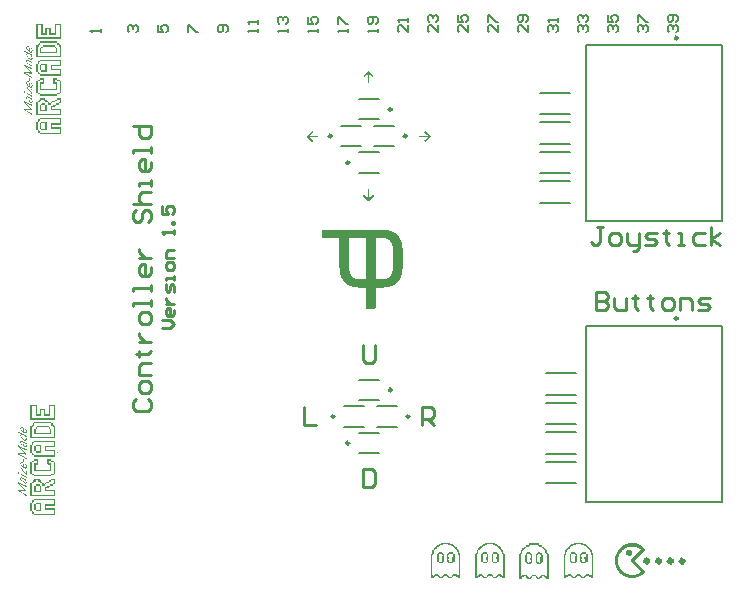
<source format=gbr>
%TF.GenerationSoftware,Altium Limited,Altium Designer,23.10.1 (27)*%
G04 Layer_Color=65535*
%FSLAX45Y45*%
%MOMM*%
%TF.SameCoordinates,4109F3B7-FE55-4884-923A-908B48AE38E2*%
%TF.FilePolarity,Positive*%
%TF.FileFunction,Legend,Top*%
%TF.Part,Single*%
G01*
G75*
%TA.AperFunction,NonConductor*%
%ADD19C,0.38100*%
%ADD20C,0.25000*%
%ADD21C,0.20000*%
%ADD22C,0.25400*%
%ADD23C,0.15240*%
G36*
X2144367Y6522284D02*
X2144601D01*
Y6399457D01*
X2144367D01*
Y6399223D01*
X1931870D01*
Y6399457D01*
X1931637D01*
Y6522284D01*
X1931870D01*
Y6522518D01*
X1987447D01*
Y6522284D01*
X1987680D01*
Y6444057D01*
X2010097D01*
Y6488659D01*
X2010331D01*
Y6488892D01*
X2054698D01*
Y6488659D01*
X2054932D01*
Y6444057D01*
X2088558D01*
Y6522284D01*
X2088791D01*
Y6522518D01*
X2144367D01*
Y6522284D01*
D02*
G37*
G36*
X1987680Y6328936D02*
Y6328702D01*
Y6320996D01*
X1987447D01*
Y6320763D01*
X1976472D01*
Y6331738D01*
X1976705D01*
Y6331971D01*
X1987680D01*
Y6328936D01*
D02*
G37*
G36*
X2088324Y6342946D02*
X2088558D01*
Y6331971D01*
X2099533D01*
Y6331738D01*
X2099766D01*
Y6320763D01*
X2110742D01*
Y6320529D01*
X2110975D01*
Y6276162D01*
X2110742D01*
Y6275928D01*
X1965496D01*
Y6276162D01*
X1965263D01*
Y6320529D01*
X1965496D01*
Y6320763D01*
X1976472D01*
Y6287137D01*
X2099766D01*
Y6320763D01*
X2088791D01*
Y6320996D01*
X2088558D01*
Y6331971D01*
X1987680D01*
Y6342946D01*
X1987914D01*
Y6343180D01*
X2088324D01*
Y6342946D01*
D02*
G37*
G36*
X1858781Y6336408D02*
X1860415D01*
Y6336175D01*
X1861116D01*
Y6335941D01*
X1862050D01*
Y6335707D01*
X1862517D01*
Y6335474D01*
X1862984D01*
Y6335241D01*
X1863685D01*
Y6335007D01*
X1864151D01*
Y6334773D01*
X1864852D01*
Y6334540D01*
X1865086D01*
Y6334307D01*
X1865553D01*
Y6334073D01*
X1866020D01*
Y6333839D01*
X1866253D01*
Y6333606D01*
X1866720D01*
Y6333372D01*
X1866954D01*
Y6333139D01*
X1867421D01*
Y6332905D01*
X1867654D01*
Y6332672D01*
X1868121D01*
Y6332438D01*
X1868355D01*
Y6332205D01*
X1868589D01*
Y6331971D01*
X1868822D01*
Y6331738D01*
X1869289D01*
Y6331504D01*
X1869523D01*
Y6331271D01*
X1869756D01*
Y6331037D01*
X1869989D01*
Y6330804D01*
X1870223D01*
Y6330570D01*
X1870457D01*
Y6330103D01*
X1870690D01*
Y6329870D01*
X1870924D01*
Y6329636D01*
X1871157D01*
Y6329403D01*
X1871391D01*
Y6329169D01*
X1871624D01*
Y6328702D01*
X1871858D01*
Y6328469D01*
X1872091D01*
Y6328002D01*
X1872325D01*
Y6327768D01*
X1872558D01*
Y6327301D01*
X1872792D01*
Y6326834D01*
X1873025D01*
Y6326601D01*
X1873259D01*
Y6325900D01*
X1873492D01*
Y6325433D01*
X1873726D01*
Y6324966D01*
X1873959D01*
Y6324032D01*
X1874193D01*
Y6323798D01*
X1874426D01*
Y6322630D01*
X1874660D01*
Y6321930D01*
X1874893D01*
Y6320996D01*
X1875127D01*
Y6319595D01*
X1875360D01*
Y6318661D01*
X1875594D01*
Y6316326D01*
X1875827D01*
Y6314458D01*
X1876061D01*
Y6302082D01*
X1875827D01*
Y6299746D01*
X1875594D01*
Y6296477D01*
X1875360D01*
Y6295310D01*
X1875127D01*
Y6293208D01*
X1875360D01*
Y6292974D01*
X1875594D01*
Y6292741D01*
X1876294D01*
Y6292508D01*
X1876528D01*
Y6292274D01*
X1877228D01*
Y6292041D01*
X1877696D01*
Y6291807D01*
X1877929D01*
Y6291574D01*
X1878863D01*
Y6291340D01*
X1879097D01*
Y6291106D01*
X1880031D01*
Y6290873D01*
X1880731D01*
Y6290639D01*
X1881198D01*
Y6290406D01*
X1882599D01*
Y6290172D01*
X1883300D01*
Y6289939D01*
X1886802D01*
Y6290172D01*
X1887503D01*
Y6290406D01*
X1888437D01*
Y6290639D01*
X1888904D01*
Y6290873D01*
X1889371D01*
Y6291106D01*
X1889838D01*
Y6291340D01*
X1890072D01*
Y6291574D01*
X1890305D01*
Y6291807D01*
X1890539D01*
Y6292041D01*
X1890772D01*
Y6292274D01*
X1891006D01*
Y6292508D01*
X1891239D01*
Y6292741D01*
X1891473D01*
Y6292974D01*
X1891706D01*
Y6293442D01*
X1891940D01*
Y6293909D01*
X1892173D01*
Y6294142D01*
X1892407D01*
Y6294843D01*
X1892640D01*
Y6295310D01*
X1892874D01*
Y6296244D01*
X1893107D01*
Y6297178D01*
X1893341D01*
Y6298579D01*
X1893574D01*
Y6303716D01*
X1893341D01*
Y6305117D01*
X1893107D01*
Y6306519D01*
X1892874D01*
Y6307686D01*
X1892640D01*
Y6308387D01*
X1892407D01*
Y6309554D01*
X1892173D01*
Y6310021D01*
X1891940D01*
Y6310955D01*
X1891706D01*
Y6311422D01*
X1891473D01*
Y6311889D01*
X1891239D01*
Y6312590D01*
X1891006D01*
Y6313057D01*
X1890772D01*
Y6313757D01*
X1890539D01*
Y6314224D01*
X1890305D01*
Y6314691D01*
X1890072D01*
Y6315158D01*
X1889838D01*
Y6315392D01*
X1889605D01*
Y6316092D01*
X1889838D01*
Y6316326D01*
X1893107D01*
Y6316092D01*
X1893808D01*
Y6315859D01*
X1894275D01*
Y6315625D01*
X1894742D01*
Y6315392D01*
X1894975D01*
Y6315158D01*
X1895442D01*
Y6314925D01*
X1895676D01*
Y6314691D01*
X1895909D01*
Y6314458D01*
X1896143D01*
Y6314224D01*
X1896376D01*
Y6313757D01*
X1896610D01*
Y6313524D01*
X1896844D01*
Y6313290D01*
X1897077D01*
Y6312823D01*
X1897311D01*
Y6312590D01*
X1897544D01*
Y6312123D01*
X1897778D01*
Y6311889D01*
X1898011D01*
Y6311189D01*
X1898245D01*
Y6310722D01*
X1898478D01*
Y6310021D01*
X1898712D01*
Y6309554D01*
X1898945D01*
Y6309087D01*
X1899179D01*
Y6308153D01*
X1899412D01*
Y6307686D01*
X1899646D01*
Y6306285D01*
X1899879D01*
Y6305584D01*
X1900113D01*
Y6304183D01*
X1900346D01*
Y6302548D01*
X1900580D01*
Y6300914D01*
X1900813D01*
Y6294142D01*
X1900580D01*
Y6292508D01*
X1900346D01*
Y6291106D01*
X1900113D01*
Y6289939D01*
X1899879D01*
Y6289238D01*
X1899646D01*
Y6288304D01*
X1899412D01*
Y6287837D01*
X1899179D01*
Y6287137D01*
X1898945D01*
Y6286670D01*
X1898712D01*
Y6286203D01*
X1898478D01*
Y6285736D01*
X1898245D01*
Y6285502D01*
X1898011D01*
Y6285035D01*
X1897778D01*
Y6284802D01*
X1897544D01*
Y6284568D01*
X1897311D01*
Y6284101D01*
X1897077D01*
Y6283868D01*
X1896844D01*
Y6283634D01*
X1896610D01*
Y6283401D01*
X1896376D01*
Y6283167D01*
X1896143D01*
Y6282933D01*
X1895909D01*
Y6282700D01*
X1895442D01*
Y6282467D01*
X1895209D01*
Y6282233D01*
X1894742D01*
Y6281999D01*
X1894509D01*
Y6281766D01*
X1894041D01*
Y6281533D01*
X1893341D01*
Y6281299D01*
X1893107D01*
Y6281065D01*
X1891940D01*
Y6280832D01*
X1891006D01*
Y6280599D01*
X1886102D01*
Y6280832D01*
X1884935D01*
Y6281065D01*
X1883767D01*
Y6281299D01*
X1883066D01*
Y6281533D01*
X1882132D01*
Y6281766D01*
X1881665D01*
Y6281999D01*
X1880964D01*
Y6282233D01*
X1880264D01*
Y6282467D01*
X1879797D01*
Y6282700D01*
X1879097D01*
Y6282933D01*
X1878629D01*
Y6283167D01*
X1877929D01*
Y6283401D01*
X1877696D01*
Y6283634D01*
X1877228D01*
Y6283868D01*
X1876528D01*
Y6284101D01*
X1876294D01*
Y6284335D01*
X1875594D01*
Y6284568D01*
X1875360D01*
Y6284802D01*
X1874893D01*
Y6285035D01*
X1874426D01*
Y6285269D01*
X1873959D01*
Y6285502D01*
X1873492D01*
Y6285736D01*
X1873259D01*
Y6285969D01*
X1872792D01*
Y6286203D01*
X1872325D01*
Y6286436D01*
X1872091D01*
Y6286670D01*
X1871624D01*
Y6286903D01*
X1871391D01*
Y6287137D01*
X1870924D01*
Y6287370D01*
X1870457D01*
Y6287604D01*
X1870223D01*
Y6287837D01*
X1869756D01*
Y6288071D01*
X1869523D01*
Y6288304D01*
X1869055D01*
Y6288538D01*
X1868822D01*
Y6288771D01*
X1868589D01*
Y6289005D01*
X1868355D01*
Y6289238D01*
X1867888D01*
Y6289472D01*
X1867654D01*
Y6289705D01*
X1867421D01*
Y6289939D01*
X1866954D01*
Y6290172D01*
X1866720D01*
Y6290406D01*
X1866487D01*
Y6290639D01*
X1866020D01*
Y6290873D01*
X1865786D01*
Y6291106D01*
X1865553D01*
Y6291340D01*
X1865319D01*
Y6291574D01*
X1865086D01*
Y6291807D01*
X1864852D01*
Y6292041D01*
X1864619D01*
Y6292274D01*
X1864151D01*
Y6292508D01*
X1863918D01*
Y6292741D01*
X1863685D01*
Y6292974D01*
X1863451D01*
Y6293208D01*
X1863218D01*
Y6293442D01*
X1862984D01*
Y6293675D01*
X1862751D01*
Y6293909D01*
X1862517D01*
Y6294142D01*
X1862284D01*
Y6294376D01*
X1862050D01*
Y6294609D01*
X1861817D01*
Y6294843D01*
X1861583D01*
Y6295076D01*
X1861350D01*
Y6295310D01*
X1861116D01*
Y6295543D01*
X1860882D01*
Y6295777D01*
X1860649D01*
Y6296010D01*
X1860415D01*
Y6296244D01*
X1860182D01*
Y6296477D01*
X1859949D01*
Y6296944D01*
X1859715D01*
Y6297178D01*
X1859481D01*
Y6297411D01*
X1859248D01*
Y6297645D01*
X1859015D01*
Y6297878D01*
X1858781D01*
Y6298345D01*
X1858314D01*
Y6298812D01*
X1858080D01*
Y6299046D01*
X1857847D01*
Y6299280D01*
X1857613D01*
Y6299746D01*
X1857380D01*
Y6299980D01*
X1857146D01*
Y6300447D01*
X1856913D01*
Y6300681D01*
X1856679D01*
Y6300914D01*
X1856446D01*
Y6301147D01*
X1856212D01*
Y6301615D01*
X1855979D01*
Y6302082D01*
X1855745D01*
Y6302315D01*
X1855512D01*
Y6302548D01*
X1855278D01*
Y6303016D01*
X1855045D01*
Y6303249D01*
X1854811D01*
Y6303716D01*
X1854578D01*
Y6303950D01*
X1854344D01*
Y6304417D01*
X1854111D01*
Y6304650D01*
X1853877D01*
Y6305117D01*
X1853644D01*
Y6305584D01*
X1853410D01*
Y6305818D01*
X1853176D01*
Y6306519D01*
X1852943D01*
Y6306752D01*
X1852710D01*
Y6307219D01*
X1852476D01*
Y6307686D01*
X1852242D01*
Y6308153D01*
X1852009D01*
Y6308854D01*
X1851776D01*
Y6309087D01*
X1851542D01*
Y6309787D01*
X1851308D01*
Y6310021D01*
X1851075D01*
Y6310722D01*
X1850841D01*
Y6311422D01*
X1850608D01*
Y6311656D01*
X1850374D01*
Y6312590D01*
X1850141D01*
Y6313057D01*
X1849907D01*
Y6313991D01*
X1849674D01*
Y6314691D01*
X1849440D01*
Y6315392D01*
X1849207D01*
Y6316559D01*
X1848973D01*
Y6317260D01*
X1848740D01*
Y6318894D01*
X1848506D01*
Y6320062D01*
X1848273D01*
Y6327535D01*
X1848506D01*
Y6328469D01*
X1848740D01*
Y6329870D01*
X1848973D01*
Y6330337D01*
X1849207D01*
Y6331271D01*
X1849440D01*
Y6331504D01*
X1849674D01*
Y6331971D01*
X1849907D01*
Y6332438D01*
X1850141D01*
Y6332672D01*
X1850374D01*
Y6333139D01*
X1850608D01*
Y6333606D01*
X1850841D01*
Y6333839D01*
X1851075D01*
Y6334073D01*
X1851308D01*
Y6334307D01*
X1851542D01*
Y6334540D01*
X1851776D01*
Y6334773D01*
X1852242D01*
Y6335007D01*
X1852476D01*
Y6335241D01*
X1852943D01*
Y6335474D01*
X1853176D01*
Y6335707D01*
X1853644D01*
Y6335941D01*
X1854344D01*
Y6336175D01*
X1854811D01*
Y6336408D01*
X1856212D01*
Y6336642D01*
X1858781D01*
Y6336408D01*
D02*
G37*
G36*
X2110742Y6376572D02*
X2110975D01*
Y6365597D01*
X2121950D01*
Y6365364D01*
X2122184D01*
Y6354389D01*
X2133159D01*
Y6354155D01*
X2133392D01*
Y6343180D01*
X2144367D01*
Y6342946D01*
X2144601D01*
Y6242536D01*
X2144367D01*
Y6242302D01*
X1931870D01*
Y6242536D01*
X1931637D01*
Y6342946D01*
X1931870D01*
Y6343180D01*
X1942845D01*
Y6354155D01*
X1943079D01*
Y6354389D01*
X1954054D01*
Y6365364D01*
X1954288D01*
Y6365597D01*
X1965263D01*
Y6343414D01*
X1965029D01*
Y6343180D01*
X1954054D01*
Y6332205D01*
X1953821D01*
Y6331971D01*
X1942845D01*
Y6292741D01*
Y6292508D01*
Y6253511D01*
X2133392D01*
Y6331971D01*
X2122417D01*
Y6332205D01*
X2122184D01*
Y6343180D01*
X2111209D01*
Y6343414D01*
X2110975D01*
Y6365597D01*
X1965263D01*
Y6376572D01*
X1965496D01*
Y6376806D01*
X2110742D01*
Y6376572D01*
D02*
G37*
G36*
X1827023Y6299513D02*
X1828191D01*
Y6299280D01*
X1828658D01*
Y6299046D01*
X1829125D01*
Y6298812D01*
X1829825D01*
Y6298579D01*
X1830059D01*
Y6298345D01*
X1830759D01*
Y6298112D01*
X1830993D01*
Y6297878D01*
X1831460D01*
Y6297645D01*
X1831927D01*
Y6297411D01*
X1832160D01*
Y6297178D01*
X1832861D01*
Y6296944D01*
X1833094D01*
Y6296711D01*
X1833561D01*
Y6296477D01*
X1834028D01*
Y6296244D01*
X1834262D01*
Y6296010D01*
X1834729D01*
Y6295777D01*
X1835196D01*
Y6295543D01*
X1835663D01*
Y6295310D01*
X1835897D01*
Y6295076D01*
X1836363D01*
Y6294843D01*
X1836831D01*
Y6294609D01*
X1837064D01*
Y6294376D01*
X1837765D01*
Y6294142D01*
X1837998D01*
Y6293909D01*
X1838465D01*
Y6293675D01*
X1838932D01*
Y6293442D01*
X1839166D01*
Y6293208D01*
X1839633D01*
Y6292974D01*
X1839867D01*
Y6292741D01*
X1840567D01*
Y6292508D01*
X1840800D01*
Y6292274D01*
X1841267D01*
Y6292041D01*
X1841734D01*
Y6291807D01*
X1841968D01*
Y6291574D01*
X1842435D01*
Y6291340D01*
X1842902D01*
Y6291106D01*
X1843369D01*
Y6290873D01*
X1843603D01*
Y6290639D01*
X1844069D01*
Y6290406D01*
X1844537D01*
Y6290172D01*
X1844770D01*
Y6289939D01*
X1845471D01*
Y6289705D01*
X1845704D01*
Y6289472D01*
X1846171D01*
Y6289238D01*
X1846638D01*
Y6289005D01*
X1846872D01*
Y6288771D01*
X1847339D01*
Y6288538D01*
X1847572D01*
Y6288304D01*
X1848273D01*
Y6288071D01*
X1848506D01*
Y6287837D01*
X1848973D01*
Y6287604D01*
X1849440D01*
Y6287370D01*
X1849674D01*
Y6287137D01*
X1850141D01*
Y6286903D01*
X1850608D01*
Y6286670D01*
X1851075D01*
Y6286436D01*
X1851542D01*
Y6286203D01*
X1851776D01*
Y6285969D01*
X1852242D01*
Y6285736D01*
X1852476D01*
Y6285502D01*
X1853176D01*
Y6285269D01*
X1853410D01*
Y6285035D01*
X1853877D01*
Y6284802D01*
X1854344D01*
Y6284568D01*
X1854578D01*
Y6284335D01*
X1855278D01*
Y6284101D01*
X1855512D01*
Y6283868D01*
X1855979D01*
Y6283634D01*
X1856446D01*
Y6283401D01*
X1856679D01*
Y6283167D01*
X1857146D01*
Y6282933D01*
X1857613D01*
Y6282700D01*
X1858080D01*
Y6282467D01*
X1858314D01*
Y6282233D01*
X1858781D01*
Y6281999D01*
X1859248D01*
Y6281766D01*
X1859481D01*
Y6281533D01*
X1860182D01*
Y6281299D01*
X1860415D01*
Y6281065D01*
X1860882D01*
Y6280832D01*
X1861350D01*
Y6280599D01*
X1861817D01*
Y6280365D01*
X1862284D01*
Y6280131D01*
X1862517D01*
Y6279898D01*
X1863218D01*
Y6279664D01*
X1863451D01*
Y6279431D01*
X1863918D01*
Y6279197D01*
X1864385D01*
Y6278964D01*
X1864619D01*
Y6278730D01*
X1865319D01*
Y6278497D01*
X1865553D01*
Y6278263D01*
X1866020D01*
Y6278030D01*
X1866487D01*
Y6277796D01*
X1866954D01*
Y6277563D01*
X1867421D01*
Y6277329D01*
X1867654D01*
Y6277096D01*
X1868355D01*
Y6276862D01*
X1868589D01*
Y6276629D01*
X1869055D01*
Y6276395D01*
X1869523D01*
Y6276162D01*
X1869989D01*
Y6275928D01*
X1870457D01*
Y6275695D01*
X1870924D01*
Y6275461D01*
X1871391D01*
Y6275227D01*
X1871858D01*
Y6274994D01*
X1872091D01*
Y6274761D01*
X1872792D01*
Y6274527D01*
X1873025D01*
Y6274294D01*
X1873726D01*
Y6274060D01*
X1873959D01*
Y6273826D01*
X1874426D01*
Y6273593D01*
X1874893D01*
Y6273360D01*
X1875360D01*
Y6273126D01*
X1875827D01*
Y6272892D01*
X1876294D01*
Y6272659D01*
X1876761D01*
Y6272425D01*
X1877228D01*
Y6272192D01*
X1877462D01*
Y6271958D01*
X1878163D01*
Y6271725D01*
X1878629D01*
Y6271491D01*
X1879097D01*
Y6271258D01*
X1879564D01*
Y6271024D01*
X1879797D01*
Y6270791D01*
X1880498D01*
Y6270557D01*
X1880731D01*
Y6270324D01*
X1881432D01*
Y6270090D01*
X1881899D01*
Y6269857D01*
X1882366D01*
Y6269623D01*
X1882833D01*
Y6269390D01*
X1883300D01*
Y6269156D01*
X1884000D01*
Y6268923D01*
X1884234D01*
Y6268689D01*
X1884935D01*
Y6268456D01*
X1885401D01*
Y6268222D01*
X1885635D01*
Y6267989D01*
X1886335D01*
Y6267755D01*
X1886802D01*
Y6267522D01*
X1887503D01*
Y6267288D01*
X1887970D01*
Y6267055D01*
X1888437D01*
Y6266821D01*
X1889137D01*
Y6266588D01*
X1889605D01*
Y6266354D01*
X1890305D01*
Y6266120D01*
X1890772D01*
Y6265887D01*
X1891706D01*
Y6265654D01*
X1892173D01*
Y6265420D01*
X1892874D01*
Y6265186D01*
X1894041D01*
Y6264953D01*
X1894742D01*
Y6264719D01*
X1896844D01*
Y6264486D01*
X1898011D01*
Y6263786D01*
X1898245D01*
Y6263318D01*
X1898478D01*
Y6262618D01*
X1898712D01*
Y6262151D01*
X1898945D01*
Y6261450D01*
X1899179D01*
Y6260516D01*
X1899412D01*
Y6260049D01*
X1899646D01*
Y6258882D01*
X1899879D01*
Y6257948D01*
X1900113D01*
Y6254445D01*
X1899879D01*
Y6253978D01*
X1899646D01*
Y6253744D01*
X1899412D01*
Y6253511D01*
X1898011D01*
Y6253744D01*
X1897311D01*
Y6253978D01*
X1896610D01*
Y6254211D01*
X1896143D01*
Y6254445D01*
X1895676D01*
Y6254678D01*
X1894975D01*
Y6254912D01*
X1894742D01*
Y6255145D01*
X1894275D01*
Y6255379D01*
X1893808D01*
Y6255613D01*
X1893574D01*
Y6255846D01*
X1892874D01*
Y6255145D01*
X1893107D01*
Y6254912D01*
X1893341D01*
Y6254678D01*
X1893574D01*
Y6254211D01*
X1893808D01*
Y6253978D01*
X1894041D01*
Y6253511D01*
X1894275D01*
Y6253277D01*
X1894509D01*
Y6252810D01*
X1894742D01*
Y6252343D01*
X1894975D01*
Y6252110D01*
X1895209D01*
Y6251643D01*
X1895442D01*
Y6251176D01*
X1895676D01*
Y6250709D01*
X1895909D01*
Y6250475D01*
X1896143D01*
Y6250008D01*
X1896376D01*
Y6249541D01*
X1896610D01*
Y6249074D01*
X1896844D01*
Y6248607D01*
X1897077D01*
Y6248140D01*
X1897311D01*
Y6247673D01*
X1897544D01*
Y6247206D01*
X1897778D01*
Y6246739D01*
X1898011D01*
Y6246038D01*
X1898245D01*
Y6245571D01*
X1898478D01*
Y6244871D01*
X1898712D01*
Y6244404D01*
X1898945D01*
Y6243703D01*
X1899179D01*
Y6242769D01*
X1899412D01*
Y6242302D01*
X1899646D01*
Y6241135D01*
X1899879D01*
Y6240434D01*
X1900113D01*
Y6239500D01*
X1900346D01*
Y6237866D01*
X1900580D01*
Y6236698D01*
X1900813D01*
Y6231093D01*
X1900580D01*
Y6229926D01*
X1900346D01*
Y6228525D01*
X1900113D01*
Y6227591D01*
X1899879D01*
Y6227124D01*
X1899646D01*
Y6226190D01*
X1899412D01*
Y6225956D01*
X1899179D01*
Y6225256D01*
X1898945D01*
Y6225022D01*
X1898712D01*
Y6224555D01*
X1898478D01*
Y6224088D01*
X1898245D01*
Y6223855D01*
X1898011D01*
Y6223621D01*
X1897778D01*
Y6223388D01*
X1897544D01*
Y6223154D01*
X1897311D01*
Y6222687D01*
X1896844D01*
Y6222220D01*
X1896376D01*
Y6221987D01*
X1896143D01*
Y6221753D01*
X1895676D01*
Y6221520D01*
X1895442D01*
Y6221286D01*
X1895209D01*
Y6221053D01*
X1894509D01*
Y6220819D01*
X1894041D01*
Y6220586D01*
X1893574D01*
Y6220352D01*
X1892640D01*
Y6220118D01*
X1891940D01*
Y6219885D01*
X1889371D01*
Y6219652D01*
X1888671D01*
Y6219885D01*
X1885635D01*
Y6220118D01*
X1884935D01*
Y6220352D01*
X1883767D01*
Y6220586D01*
X1883066D01*
Y6220819D01*
X1882366D01*
Y6221053D01*
X1881432D01*
Y6221286D01*
X1881198D01*
Y6221520D01*
X1880264D01*
Y6221753D01*
X1879797D01*
Y6221987D01*
X1879330D01*
Y6222220D01*
X1878863D01*
Y6222454D01*
X1878396D01*
Y6222687D01*
X1877696D01*
Y6222921D01*
X1877462D01*
Y6223154D01*
X1876995D01*
Y6223388D01*
X1876528D01*
Y6223621D01*
X1876061D01*
Y6223855D01*
X1875594D01*
Y6224088D01*
X1875360D01*
Y6224322D01*
X1874660D01*
Y6224555D01*
X1874426D01*
Y6224789D01*
X1874193D01*
Y6225022D01*
X1873492D01*
Y6225256D01*
X1873259D01*
Y6225489D01*
X1872792D01*
Y6225723D01*
X1872558D01*
Y6225956D01*
X1872091D01*
Y6226190D01*
X1871858D01*
Y6226423D01*
X1871624D01*
Y6226657D01*
X1871157D01*
Y6226890D01*
X1870924D01*
Y6227124D01*
X1870457D01*
Y6227357D01*
X1870223D01*
Y6227591D01*
X1869989D01*
Y6227824D01*
X1869523D01*
Y6228058D01*
X1869289D01*
Y6228291D01*
X1869055D01*
Y6228525D01*
X1868589D01*
Y6228758D01*
X1868355D01*
Y6228992D01*
X1868121D01*
Y6229225D01*
X1867888D01*
Y6229459D01*
X1867421D01*
Y6229693D01*
X1867187D01*
Y6229926D01*
X1866954D01*
Y6230159D01*
X1866720D01*
Y6230393D01*
X1866487D01*
Y6230627D01*
X1866253D01*
Y6230860D01*
X1866020D01*
Y6231093D01*
X1865553D01*
Y6231561D01*
X1865086D01*
Y6231794D01*
X1864852D01*
Y6232028D01*
X1864619D01*
Y6232261D01*
X1864385D01*
Y6232495D01*
X1864151D01*
Y6232728D01*
X1863918D01*
Y6232962D01*
X1863685D01*
Y6233195D01*
X1863451D01*
Y6233429D01*
X1863218D01*
Y6233896D01*
X1862751D01*
Y6234363D01*
X1862517D01*
Y6234596D01*
X1862284D01*
Y6234830D01*
X1862050D01*
Y6235063D01*
X1861817D01*
Y6235297D01*
X1861583D01*
Y6235530D01*
X1861350D01*
Y6235764D01*
X1861116D01*
Y6236231D01*
X1860882D01*
Y6236464D01*
X1860649D01*
Y6236698D01*
X1860415D01*
Y6236931D01*
X1860182D01*
Y6237165D01*
X1859949D01*
Y6237632D01*
X1859715D01*
Y6237866D01*
X1859481D01*
Y6238099D01*
X1859248D01*
Y6238566D01*
X1859015D01*
Y6238800D01*
X1858781D01*
Y6239033D01*
X1858547D01*
Y6239500D01*
X1858314D01*
Y6239734D01*
X1858080D01*
Y6239967D01*
X1857847D01*
Y6240434D01*
X1857613D01*
Y6240668D01*
X1857380D01*
Y6241135D01*
X1857146D01*
Y6241602D01*
X1856913D01*
Y6241835D01*
X1856679D01*
Y6242069D01*
X1856446D01*
Y6242536D01*
X1856212D01*
Y6242769D01*
X1855979D01*
Y6243236D01*
X1855745D01*
Y6243470D01*
X1855512D01*
Y6244170D01*
X1855278D01*
Y6244404D01*
X1855045D01*
Y6244871D01*
X1854811D01*
Y6245338D01*
X1854578D01*
Y6245571D01*
X1854344D01*
Y6246272D01*
X1854111D01*
Y6246506D01*
X1853877D01*
Y6246973D01*
X1853644D01*
Y6247440D01*
X1853410D01*
Y6247906D01*
X1853176D01*
Y6248374D01*
X1852943D01*
Y6248841D01*
X1852710D01*
Y6249541D01*
X1852476D01*
Y6250008D01*
X1852242D01*
Y6250242D01*
X1852009D01*
Y6251176D01*
X1851776D01*
Y6251409D01*
X1851542D01*
Y6252343D01*
X1851308D01*
Y6252810D01*
X1851075D01*
Y6253511D01*
X1850841D01*
Y6254211D01*
X1850608D01*
Y6254678D01*
X1850374D01*
Y6255846D01*
X1850141D01*
Y6256547D01*
X1849907D01*
Y6257714D01*
X1849674D01*
Y6258648D01*
X1849440D01*
Y6259582D01*
X1849207D01*
Y6261450D01*
X1848973D01*
Y6262851D01*
X1848740D01*
Y6269623D01*
X1848973D01*
Y6270791D01*
X1849207D01*
Y6272425D01*
X1849440D01*
Y6273126D01*
X1849674D01*
Y6273826D01*
X1849907D01*
Y6274994D01*
X1850141D01*
Y6275461D01*
X1850374D01*
Y6276162D01*
X1850608D01*
Y6276629D01*
X1850841D01*
Y6277329D01*
X1851075D01*
Y6277796D01*
X1851308D01*
Y6278497D01*
X1851075D01*
Y6278730D01*
X1850374D01*
Y6278964D01*
X1850141D01*
Y6279197D01*
X1849674D01*
Y6279431D01*
X1849207D01*
Y6279664D01*
X1848973D01*
Y6279898D01*
X1848273D01*
Y6280131D01*
X1848039D01*
Y6280365D01*
X1847339D01*
Y6280599D01*
X1847105D01*
Y6280832D01*
X1846638D01*
Y6281065D01*
X1845938D01*
Y6281299D01*
X1845704D01*
Y6281533D01*
X1845237D01*
Y6281766D01*
X1844770D01*
Y6281999D01*
X1844303D01*
Y6282233D01*
X1843836D01*
Y6282467D01*
X1843603D01*
Y6282700D01*
X1842902D01*
Y6282933D01*
X1842669D01*
Y6283167D01*
X1841968D01*
Y6283401D01*
X1841501D01*
Y6283634D01*
X1841034D01*
Y6283868D01*
X1840567D01*
Y6284101D01*
X1840333D01*
Y6284335D01*
X1839633D01*
Y6284568D01*
X1839166D01*
Y6284802D01*
X1838699D01*
Y6285035D01*
X1838232D01*
Y6285269D01*
X1837765D01*
Y6285502D01*
X1837064D01*
Y6285736D01*
X1836831D01*
Y6285969D01*
X1836130D01*
Y6286203D01*
X1835663D01*
Y6286436D01*
X1835196D01*
Y6286670D01*
X1834495D01*
Y6286903D01*
X1834028D01*
Y6287137D01*
X1833094D01*
Y6287370D01*
X1832627D01*
Y6287604D01*
X1831927D01*
Y6287837D01*
X1831226D01*
Y6288071D01*
X1830759D01*
Y6288304D01*
X1829592D01*
Y6288538D01*
X1828891D01*
Y6288771D01*
X1827023D01*
Y6289005D01*
X1826790D01*
Y6289472D01*
X1826556D01*
Y6289705D01*
X1826322D01*
Y6290639D01*
X1826089D01*
Y6291106D01*
X1825856D01*
Y6291807D01*
X1825622D01*
Y6292508D01*
X1825389D01*
Y6293208D01*
X1825155D01*
Y6294376D01*
X1824921D01*
Y6295076D01*
X1824688D01*
Y6298579D01*
X1824921D01*
Y6299046D01*
X1825155D01*
Y6299513D01*
X1825622D01*
Y6299746D01*
X1827023D01*
Y6299513D01*
D02*
G37*
G36*
X1857847Y6219652D02*
X1858781D01*
Y6219418D01*
X1859949D01*
Y6219184D01*
X1860649D01*
Y6218951D01*
X1861116D01*
Y6218718D01*
X1862284D01*
Y6218484D01*
X1862517D01*
Y6218250D01*
X1863218D01*
Y6218017D01*
X1863685D01*
Y6217783D01*
X1864151D01*
Y6217550D01*
X1864852D01*
Y6217316D01*
X1865086D01*
Y6217083D01*
X1865786D01*
Y6216849D01*
X1866020D01*
Y6216616D01*
X1866487D01*
Y6216382D01*
X1866954D01*
Y6216149D01*
X1867421D01*
Y6215915D01*
X1867888D01*
Y6215682D01*
X1868121D01*
Y6215448D01*
X1868822D01*
Y6215215D01*
X1869055D01*
Y6214981D01*
X1869523D01*
Y6214748D01*
X1869989D01*
Y6214514D01*
X1870223D01*
Y6214280D01*
X1870924D01*
Y6214047D01*
X1871157D01*
Y6213814D01*
X1871624D01*
Y6213580D01*
X1872091D01*
Y6213346D01*
X1872325D01*
Y6213113D01*
X1873025D01*
Y6212880D01*
X1873259D01*
Y6212646D01*
X1873726D01*
Y6212413D01*
X1874193D01*
Y6212179D01*
X1874426D01*
Y6211945D01*
X1875127D01*
Y6211712D01*
X1875360D01*
Y6211478D01*
X1875827D01*
Y6211245D01*
X1876294D01*
Y6211011D01*
X1876528D01*
Y6210778D01*
X1877228D01*
Y6210544D01*
X1877462D01*
Y6210311D01*
X1877929D01*
Y6210077D01*
X1878396D01*
Y6209844D01*
X1878863D01*
Y6209610D01*
X1879330D01*
Y6209377D01*
X1879564D01*
Y6209143D01*
X1880264D01*
Y6208910D01*
X1880498D01*
Y6208676D01*
X1881198D01*
Y6208443D01*
X1881432D01*
Y6208209D01*
X1881899D01*
Y6207976D01*
X1882366D01*
Y6207742D01*
X1882833D01*
Y6207509D01*
X1883533D01*
Y6207275D01*
X1883767D01*
Y6207042D01*
X1884467D01*
Y6206808D01*
X1884935D01*
Y6206575D01*
X1885168D01*
Y6206341D01*
X1885868D01*
Y6206108D01*
X1886335D01*
Y6205874D01*
X1887036D01*
Y6205641D01*
X1887503D01*
Y6205407D01*
X1887970D01*
Y6205174D01*
X1888671D01*
Y6204940D01*
X1889137D01*
Y6204707D01*
X1890072D01*
Y6204473D01*
X1890305D01*
Y6204240D01*
X1891239D01*
Y6204006D01*
X1891940D01*
Y6203773D01*
X1892640D01*
Y6203539D01*
X1894275D01*
Y6203305D01*
X1895676D01*
Y6203072D01*
X1896610D01*
Y6203305D01*
X1897311D01*
Y6203072D01*
X1897778D01*
Y6202838D01*
X1898011D01*
Y6202138D01*
X1898245D01*
Y6201671D01*
X1898478D01*
Y6200970D01*
X1898712D01*
Y6200503D01*
X1898945D01*
Y6200036D01*
X1899179D01*
Y6199336D01*
X1899412D01*
Y6198869D01*
X1899646D01*
Y6197935D01*
X1899879D01*
Y6197234D01*
X1900113D01*
Y6193965D01*
X1899879D01*
Y6193732D01*
X1899646D01*
Y6193264D01*
X1899412D01*
Y6193031D01*
X1897077D01*
Y6193264D01*
X1896610D01*
Y6193498D01*
X1895676D01*
Y6193732D01*
X1895442D01*
Y6193965D01*
X1894742D01*
Y6193264D01*
X1894975D01*
Y6193031D01*
X1895209D01*
Y6192564D01*
X1895442D01*
Y6192097D01*
X1895676D01*
Y6191630D01*
X1895909D01*
Y6191163D01*
X1896143D01*
Y6190929D01*
X1896376D01*
Y6190229D01*
X1896610D01*
Y6189995D01*
X1896844D01*
Y6189295D01*
X1897077D01*
Y6189061D01*
X1897311D01*
Y6188361D01*
X1897544D01*
Y6187894D01*
X1897778D01*
Y6187427D01*
X1898011D01*
Y6186726D01*
X1898245D01*
Y6186259D01*
X1898478D01*
Y6185559D01*
X1898712D01*
Y6185092D01*
X1898945D01*
Y6184624D01*
X1899179D01*
Y6183690D01*
X1899412D01*
Y6183223D01*
X1899646D01*
Y6182056D01*
X1899879D01*
Y6181355D01*
X1900113D01*
Y6180421D01*
X1900346D01*
Y6179020D01*
X1900580D01*
Y6177853D01*
X1900813D01*
Y6173182D01*
X1900580D01*
Y6171781D01*
X1900346D01*
Y6170614D01*
X1900113D01*
Y6169913D01*
X1899879D01*
Y6169446D01*
X1899646D01*
Y6168512D01*
X1899412D01*
Y6168278D01*
X1899179D01*
Y6167812D01*
X1898945D01*
Y6167578D01*
X1898712D01*
Y6167111D01*
X1898478D01*
Y6166877D01*
X1898245D01*
Y6166644D01*
X1898011D01*
Y6166410D01*
X1897778D01*
Y6166177D01*
X1897544D01*
Y6165943D01*
X1897311D01*
Y6165710D01*
X1896844D01*
Y6165476D01*
X1896376D01*
Y6165243D01*
X1896143D01*
Y6165009D01*
X1895442D01*
Y6164776D01*
X1894975D01*
Y6164542D01*
X1893341D01*
Y6164309D01*
X1892173D01*
Y6164542D01*
X1890305D01*
Y6164776D01*
X1889605D01*
Y6165009D01*
X1888437D01*
Y6165243D01*
X1888203D01*
Y6165476D01*
X1887270D01*
Y6165710D01*
X1886802D01*
Y6165943D01*
X1886335D01*
Y6166177D01*
X1885868D01*
Y6166410D01*
X1885401D01*
Y6166644D01*
X1884935D01*
Y6166877D01*
X1884701D01*
Y6167111D01*
X1884234D01*
Y6167344D01*
X1883767D01*
Y6167578D01*
X1883533D01*
Y6167812D01*
X1883066D01*
Y6168045D01*
X1882833D01*
Y6168278D01*
X1882366D01*
Y6168512D01*
X1881899D01*
Y6168746D01*
X1881665D01*
Y6168979D01*
X1881432D01*
Y6169212D01*
X1881198D01*
Y6169446D01*
X1880731D01*
Y6169680D01*
X1880498D01*
Y6169913D01*
X1880264D01*
Y6170147D01*
X1880031D01*
Y6170380D01*
X1879797D01*
Y6170614D01*
X1879330D01*
Y6170847D01*
X1879097D01*
Y6171081D01*
X1878863D01*
Y6171314D01*
X1878629D01*
Y6171548D01*
X1878396D01*
Y6171781D01*
X1878163D01*
Y6172015D01*
X1877929D01*
Y6172248D01*
X1877696D01*
Y6172715D01*
X1877462D01*
Y6172949D01*
X1877228D01*
Y6173182D01*
X1876995D01*
Y6173416D01*
X1876761D01*
Y6173649D01*
X1876528D01*
Y6173883D01*
X1876294D01*
Y6174116D01*
X1876061D01*
Y6174583D01*
X1875827D01*
Y6174817D01*
X1875594D01*
Y6175284D01*
X1875360D01*
Y6175517D01*
X1875127D01*
Y6175751D01*
X1874893D01*
Y6176218D01*
X1874660D01*
Y6176451D01*
X1874426D01*
Y6176919D01*
X1874193D01*
Y6177152D01*
X1873959D01*
Y6177619D01*
X1873726D01*
Y6177853D01*
X1873492D01*
Y6178319D01*
X1873259D01*
Y6178787D01*
X1873025D01*
Y6179020D01*
X1872792D01*
Y6179721D01*
X1872558D01*
Y6179954D01*
X1872325D01*
Y6180655D01*
X1872091D01*
Y6181122D01*
X1871858D01*
Y6181355D01*
X1871624D01*
Y6182056D01*
X1871391D01*
Y6182289D01*
X1871157D01*
Y6183223D01*
X1870924D01*
Y6183690D01*
X1870690D01*
Y6184157D01*
X1870457D01*
Y6184858D01*
X1870223D01*
Y6185325D01*
X1869989D01*
Y6186259D01*
X1869756D01*
Y6186726D01*
X1869523D01*
Y6187894D01*
X1869289D01*
Y6188594D01*
X1869055D01*
Y6189295D01*
X1868822D01*
Y6190696D01*
X1868589D01*
Y6191630D01*
X1868355D01*
Y6193732D01*
X1868121D01*
Y6195132D01*
X1867888D01*
Y6205174D01*
X1868121D01*
Y6206808D01*
X1868355D01*
Y6207509D01*
X1868121D01*
Y6207976D01*
X1867888D01*
Y6208209D01*
X1867421D01*
Y6208443D01*
X1867187D01*
Y6208676D01*
X1866487D01*
Y6208910D01*
X1866253D01*
Y6209143D01*
X1865786D01*
Y6209377D01*
X1865319D01*
Y6209610D01*
X1864852D01*
Y6209844D01*
X1864151D01*
Y6210077D01*
X1863685D01*
Y6210311D01*
X1862984D01*
Y6210544D01*
X1862284D01*
Y6210778D01*
X1861583D01*
Y6211011D01*
X1858547D01*
Y6210778D01*
X1858080D01*
Y6210544D01*
X1857613D01*
Y6210311D01*
X1857146D01*
Y6210077D01*
X1856913D01*
Y6209844D01*
X1856679D01*
Y6209610D01*
X1856446D01*
Y6209377D01*
X1856212D01*
Y6209143D01*
X1855979D01*
Y6208443D01*
X1855745D01*
Y6208209D01*
X1855512D01*
Y6207509D01*
X1855278D01*
Y6206575D01*
X1855045D01*
Y6205641D01*
X1854811D01*
Y6200737D01*
X1855045D01*
Y6199336D01*
X1855278D01*
Y6198168D01*
X1855512D01*
Y6197001D01*
X1855745D01*
Y6196534D01*
X1855979D01*
Y6195599D01*
X1856212D01*
Y6195132D01*
X1856446D01*
Y6194432D01*
X1856679D01*
Y6193965D01*
X1856913D01*
Y6193498D01*
X1857146D01*
Y6193031D01*
X1857380D01*
Y6192564D01*
X1857613D01*
Y6192097D01*
X1857847D01*
Y6191863D01*
X1858080D01*
Y6191396D01*
X1858314D01*
Y6190929D01*
X1858547D01*
Y6190696D01*
X1858781D01*
Y6190229D01*
X1859015D01*
Y6189995D01*
X1859248D01*
Y6189528D01*
X1859481D01*
Y6189295D01*
X1859715D01*
Y6189061D01*
X1859949D01*
Y6188594D01*
X1860182D01*
Y6188361D01*
X1860415D01*
Y6188127D01*
X1860649D01*
Y6187894D01*
X1860882D01*
Y6187660D01*
X1861116D01*
Y6187427D01*
X1861350D01*
Y6187193D01*
X1861583D01*
Y6186493D01*
X1861350D01*
Y6186259D01*
X1861116D01*
Y6185792D01*
X1860882D01*
Y6185559D01*
X1860649D01*
Y6185325D01*
X1860415D01*
Y6185092D01*
X1858080D01*
Y6185325D01*
X1857613D01*
Y6185559D01*
X1857146D01*
Y6185792D01*
X1856446D01*
Y6186025D01*
X1856212D01*
Y6186259D01*
X1855745D01*
Y6186493D01*
X1855512D01*
Y6186726D01*
X1855278D01*
Y6186960D01*
X1855045D01*
Y6187193D01*
X1854811D01*
Y6187427D01*
X1854578D01*
Y6187660D01*
X1854344D01*
Y6187894D01*
X1854111D01*
Y6188127D01*
X1853877D01*
Y6188361D01*
X1853644D01*
Y6188594D01*
X1853410D01*
Y6189061D01*
X1853176D01*
Y6189295D01*
X1852943D01*
Y6189528D01*
X1852710D01*
Y6189995D01*
X1852476D01*
Y6190462D01*
X1852242D01*
Y6190696D01*
X1852009D01*
Y6191163D01*
X1851776D01*
Y6191630D01*
X1851542D01*
Y6192097D01*
X1851308D01*
Y6192564D01*
X1851075D01*
Y6193031D01*
X1850841D01*
Y6193732D01*
X1850608D01*
Y6193965D01*
X1850374D01*
Y6194899D01*
X1850141D01*
Y6195366D01*
X1849907D01*
Y6196300D01*
X1849674D01*
Y6197001D01*
X1849440D01*
Y6197701D01*
X1849207D01*
Y6198869D01*
X1848973D01*
Y6199569D01*
X1848740D01*
Y6201671D01*
X1848506D01*
Y6202838D01*
X1848273D01*
Y6211478D01*
X1848506D01*
Y6212413D01*
X1848740D01*
Y6213814D01*
X1848973D01*
Y6214514D01*
X1849207D01*
Y6215215D01*
X1849440D01*
Y6215682D01*
X1849674D01*
Y6216149D01*
X1849907D01*
Y6216616D01*
X1850141D01*
Y6216849D01*
X1850374D01*
Y6217316D01*
X1850608D01*
Y6217550D01*
X1850841D01*
Y6217783D01*
X1851075D01*
Y6218017D01*
X1851308D01*
Y6218250D01*
X1851542D01*
Y6218484D01*
X1851776D01*
Y6218718D01*
X1852242D01*
Y6218951D01*
X1852476D01*
Y6219184D01*
X1852943D01*
Y6219418D01*
X1853644D01*
Y6219652D01*
X1854344D01*
Y6219885D01*
X1857847D01*
Y6219652D01*
D02*
G37*
G36*
X1965263Y6204940D02*
Y6204707D01*
Y6197701D01*
X1965029D01*
Y6197468D01*
X1954054D01*
Y6186493D01*
X1953821D01*
Y6186259D01*
X1942845D01*
Y6208443D01*
X1943079D01*
Y6208676D01*
X1965263D01*
Y6204940D01*
D02*
G37*
G36*
X2105604Y6161273D02*
X2105371D01*
Y6161507D01*
X2105604D01*
Y6161273D01*
D02*
G37*
G36*
X2106772Y6160573D02*
X2106305D01*
Y6160806D01*
X2106772D01*
Y6160573D01*
D02*
G37*
G36*
X1829358Y6181589D02*
X1829592D01*
Y6181355D01*
X1829825D01*
Y6181122D01*
X1830292D01*
Y6180888D01*
X1830526D01*
Y6180655D01*
X1830993D01*
Y6180421D01*
X1831226D01*
Y6180188D01*
X1831460D01*
Y6179954D01*
X1831927D01*
Y6179721D01*
X1832160D01*
Y6179487D01*
X1832394D01*
Y6179254D01*
X1832627D01*
Y6179020D01*
X1833094D01*
Y6178787D01*
X1833328D01*
Y6178553D01*
X1833795D01*
Y6178319D01*
X1834028D01*
Y6178086D01*
X1834262D01*
Y6177853D01*
X1834729D01*
Y6177619D01*
X1834963D01*
Y6177385D01*
X1835430D01*
Y6177152D01*
X1835897D01*
Y6176919D01*
X1836130D01*
Y6176685D01*
X1836597D01*
Y6176451D01*
X1836831D01*
Y6176218D01*
X1837298D01*
Y6175985D01*
X1837531D01*
Y6175751D01*
X1837998D01*
Y6175517D01*
X1838465D01*
Y6175284D01*
X1838699D01*
Y6175050D01*
X1839166D01*
Y6174817D01*
X1839399D01*
Y6174583D01*
X1839867D01*
Y6174350D01*
X1840333D01*
Y6174116D01*
X1840800D01*
Y6173883D01*
X1841267D01*
Y6173649D01*
X1841501D01*
Y6173416D01*
X1841968D01*
Y6173182D01*
X1842435D01*
Y6172949D01*
X1842902D01*
Y6172715D01*
X1843369D01*
Y6172482D01*
X1843603D01*
Y6172248D01*
X1844303D01*
Y6172015D01*
X1844537D01*
Y6171781D01*
X1845004D01*
Y6171548D01*
X1845471D01*
Y6171314D01*
X1845938D01*
Y6171081D01*
X1846405D01*
Y6170847D01*
X1846872D01*
Y6170614D01*
X1847339D01*
Y6170380D01*
X1847806D01*
Y6170147D01*
X1848039D01*
Y6169913D01*
X1848740D01*
Y6169680D01*
X1848973D01*
Y6169446D01*
X1849674D01*
Y6169212D01*
X1850141D01*
Y6168979D01*
X1850608D01*
Y6168746D01*
X1851075D01*
Y6168512D01*
X1851308D01*
Y6168278D01*
X1852009D01*
Y6168045D01*
X1852242D01*
Y6167812D01*
X1852943D01*
Y6167578D01*
X1853410D01*
Y6167344D01*
X1853644D01*
Y6167111D01*
X1854344D01*
Y6166877D01*
X1854578D01*
Y6166644D01*
X1855278D01*
Y6166410D01*
X1855745D01*
Y6166177D01*
X1856212D01*
Y6165943D01*
X1856679D01*
Y6165710D01*
X1857146D01*
Y6165476D01*
X1857847D01*
Y6165243D01*
X1858080D01*
Y6165009D01*
X1858781D01*
Y6164776D01*
X1859248D01*
Y6164542D01*
X1859715D01*
Y6164309D01*
X1860415D01*
Y6164075D01*
X1860649D01*
Y6163842D01*
X1861350D01*
Y6163608D01*
X1861817D01*
Y6163375D01*
X1862284D01*
Y6163141D01*
X1862751D01*
Y6162908D01*
X1863218D01*
Y6162674D01*
X1863918D01*
Y6162441D01*
X1864385D01*
Y6162207D01*
X1865086D01*
Y6161974D01*
X1865553D01*
Y6161740D01*
X1866020D01*
Y6161507D01*
X1866720D01*
Y6161273D01*
X1866954D01*
Y6161040D01*
X1867888D01*
Y6160806D01*
X1868121D01*
Y6160573D01*
X1868822D01*
Y6160339D01*
X1869523D01*
Y6160106D01*
X1869989D01*
Y6159872D01*
X1870690D01*
Y6159639D01*
X1871157D01*
Y6159405D01*
X1871858D01*
Y6159172D01*
X1872325D01*
Y6158938D01*
X1872792D01*
Y6158704D01*
X1873726D01*
Y6158471D01*
X1873959D01*
Y6158237D01*
X1874893D01*
Y6158004D01*
X1875360D01*
Y6157771D01*
X1876061D01*
Y6157537D01*
X1876761D01*
Y6157303D01*
X1877228D01*
Y6157070D01*
X1878163D01*
Y6156837D01*
X1878629D01*
Y6156603D01*
X1879564D01*
Y6156369D01*
X1880031D01*
Y6156136D01*
X1880731D01*
Y6155902D01*
X1881665D01*
Y6155669D01*
X1882132D01*
Y6155435D01*
X1883300D01*
Y6155202D01*
X1883767D01*
Y6154968D01*
X1884701D01*
Y6154735D01*
X1885401D01*
Y6154501D01*
X1886102D01*
Y6154268D01*
X1887270D01*
Y6154034D01*
X1887970D01*
Y6153801D01*
X1889137D01*
Y6153567D01*
X1889838D01*
Y6153334D01*
X1890772D01*
Y6153100D01*
X1892173D01*
Y6152867D01*
X1892874D01*
Y6152633D01*
X1894742D01*
Y6152399D01*
X1895909D01*
Y6152166D01*
X1897311D01*
Y6151933D01*
X1897778D01*
Y6151699D01*
X1898011D01*
Y6150765D01*
X1898245D01*
Y6150532D01*
X1898478D01*
Y6149597D01*
X1898712D01*
Y6149130D01*
X1898945D01*
Y6148430D01*
X1899179D01*
Y6147496D01*
X1899412D01*
Y6147029D01*
X1899646D01*
Y6145628D01*
X1899879D01*
Y6144694D01*
X1900113D01*
Y6140024D01*
X1899879D01*
Y6139556D01*
X1899646D01*
Y6139323D01*
X1899412D01*
Y6139089D01*
X1899179D01*
Y6138856D01*
X1898945D01*
Y6138622D01*
X1896376D01*
Y6138856D01*
X1895909D01*
Y6139089D01*
X1895442D01*
Y6139323D01*
X1894742D01*
Y6139556D01*
X1894275D01*
Y6139790D01*
X1893574D01*
Y6140024D01*
X1893341D01*
Y6140257D01*
X1892640D01*
Y6140490D01*
X1892173D01*
Y6140724D01*
X1891706D01*
Y6140957D01*
X1891239D01*
Y6141191D01*
X1890772D01*
Y6141424D01*
X1890072D01*
Y6141658D01*
X1889838D01*
Y6141892D01*
X1889371D01*
Y6142125D01*
X1888671D01*
Y6142359D01*
X1888437D01*
Y6142592D01*
X1887737D01*
Y6142826D01*
X1887503D01*
Y6143059D01*
X1886802D01*
Y6143293D01*
X1886335D01*
Y6143526D01*
X1885868D01*
Y6143760D01*
X1885401D01*
Y6143993D01*
X1884935D01*
Y6144227D01*
X1884234D01*
Y6144460D01*
X1884000D01*
Y6144694D01*
X1883533D01*
Y6144927D01*
X1882833D01*
Y6145161D01*
X1882599D01*
Y6145394D01*
X1881899D01*
Y6145628D01*
X1881432D01*
Y6145861D01*
X1880964D01*
Y6146095D01*
X1880498D01*
Y6146328D01*
X1880031D01*
Y6146562D01*
X1879330D01*
Y6146795D01*
X1879097D01*
Y6147029D01*
X1878396D01*
Y6147262D01*
X1878163D01*
Y6147496D01*
X1877462D01*
Y6147729D01*
X1876995D01*
Y6147963D01*
X1876761D01*
Y6148196D01*
X1876061D01*
Y6148430D01*
X1875594D01*
Y6148663D01*
X1875127D01*
Y6148897D01*
X1874660D01*
Y6149130D01*
X1874193D01*
Y6149364D01*
X1873492D01*
Y6149597D01*
X1873259D01*
Y6149831D01*
X1872558D01*
Y6150064D01*
X1872325D01*
Y6150298D01*
X1871624D01*
Y6150532D01*
X1871157D01*
Y6150765D01*
X1870924D01*
Y6150999D01*
X1870223D01*
Y6151232D01*
X1869756D01*
Y6151465D01*
X1869289D01*
Y6151699D01*
X1868822D01*
Y6151933D01*
X1868355D01*
Y6152166D01*
X1867654D01*
Y6152399D01*
X1867421D01*
Y6152633D01*
X1866720D01*
Y6152867D01*
X1866253D01*
Y6153100D01*
X1865786D01*
Y6153334D01*
X1865319D01*
Y6153567D01*
X1864852D01*
Y6153801D01*
X1864151D01*
Y6154034D01*
X1863918D01*
Y6154268D01*
X1863218D01*
Y6154501D01*
X1862751D01*
Y6154735D01*
X1862284D01*
Y6154968D01*
X1861583D01*
Y6155202D01*
X1861350D01*
Y6155435D01*
X1860649D01*
Y6155669D01*
X1860415D01*
Y6155902D01*
X1859715D01*
Y6156136D01*
X1859248D01*
Y6156369D01*
X1858781D01*
Y6156603D01*
X1858080D01*
Y6156837D01*
X1857847D01*
Y6157070D01*
X1857146D01*
Y6157303D01*
X1856679D01*
Y6157537D01*
X1856212D01*
Y6157771D01*
X1855512D01*
Y6158004D01*
X1855278D01*
Y6158237D01*
X1854578D01*
Y6158471D01*
X1854111D01*
Y6158704D01*
X1853644D01*
Y6158938D01*
X1853176D01*
Y6159172D01*
X1852710D01*
Y6159405D01*
X1852009D01*
Y6159639D01*
X1851776D01*
Y6159872D01*
X1851075D01*
Y6160106D01*
X1850608D01*
Y6160339D01*
X1850141D01*
Y6160573D01*
X1849440D01*
Y6160806D01*
X1849207D01*
Y6161040D01*
X1848273D01*
Y6161273D01*
X1848039D01*
Y6161507D01*
X1847339D01*
Y6161740D01*
X1846872D01*
Y6161974D01*
X1846405D01*
Y6162207D01*
X1845704D01*
Y6162441D01*
X1845471D01*
Y6162674D01*
X1844770D01*
Y6162908D01*
X1844303D01*
Y6162207D01*
X1844537D01*
Y6161974D01*
X1844770D01*
Y6161740D01*
X1845237D01*
Y6161273D01*
X1845471D01*
Y6161040D01*
X1845704D01*
Y6160806D01*
X1845938D01*
Y6160573D01*
X1846171D01*
Y6160339D01*
X1846405D01*
Y6160106D01*
X1846638D01*
Y6159872D01*
X1846872D01*
Y6159639D01*
X1847105D01*
Y6159405D01*
X1847339D01*
Y6159172D01*
X1847572D01*
Y6158938D01*
X1847806D01*
Y6158704D01*
X1848039D01*
Y6158471D01*
X1848273D01*
Y6158237D01*
X1848506D01*
Y6158004D01*
X1848740D01*
Y6157771D01*
X1848973D01*
Y6157537D01*
X1849207D01*
Y6157303D01*
X1849440D01*
Y6157070D01*
X1849674D01*
Y6156837D01*
X1849907D01*
Y6156603D01*
X1850141D01*
Y6156369D01*
X1850374D01*
Y6155902D01*
X1850608D01*
Y6155669D01*
X1850841D01*
Y6155435D01*
X1851075D01*
Y6155202D01*
X1851308D01*
Y6154968D01*
X1851542D01*
Y6154735D01*
X1851776D01*
Y6154501D01*
X1852009D01*
Y6154268D01*
X1852242D01*
Y6154034D01*
X1852476D01*
Y6153801D01*
X1852710D01*
Y6153567D01*
X1852943D01*
Y6153334D01*
X1853176D01*
Y6153100D01*
X1853410D01*
Y6152867D01*
X1853644D01*
Y6152399D01*
X1853877D01*
Y6152166D01*
X1854111D01*
Y6151933D01*
X1854344D01*
Y6151699D01*
X1854578D01*
Y6151465D01*
X1854811D01*
Y6151232D01*
X1855045D01*
Y6150999D01*
X1855278D01*
Y6150765D01*
X1855512D01*
Y6150532D01*
X1855745D01*
Y6150298D01*
X1855979D01*
Y6150064D01*
X1856212D01*
Y6149831D01*
X1856446D01*
Y6149597D01*
X1856679D01*
Y6149364D01*
X1856913D01*
Y6149130D01*
X1857146D01*
Y6148897D01*
X1857380D01*
Y6148663D01*
X1857613D01*
Y6148430D01*
X1857847D01*
Y6148196D01*
X1858080D01*
Y6147963D01*
X1858314D01*
Y6147729D01*
X1858547D01*
Y6147496D01*
X1858781D01*
Y6147029D01*
X1859248D01*
Y6146562D01*
X1859481D01*
Y6146328D01*
X1859715D01*
Y6146095D01*
X1859949D01*
Y6145861D01*
X1860182D01*
Y6145628D01*
X1860415D01*
Y6145394D01*
X1860649D01*
Y6145161D01*
X1860882D01*
Y6144927D01*
X1861116D01*
Y6144694D01*
X1861350D01*
Y6144460D01*
X1861583D01*
Y6144227D01*
X1861817D01*
Y6143993D01*
X1862050D01*
Y6143760D01*
X1862284D01*
Y6143526D01*
X1862517D01*
Y6143293D01*
X1862751D01*
Y6143059D01*
X1862984D01*
Y6142826D01*
X1863218D01*
Y6142592D01*
X1863451D01*
Y6142359D01*
X1863685D01*
Y6142125D01*
X1863918D01*
Y6141892D01*
X1864151D01*
Y6141658D01*
X1864385D01*
Y6141191D01*
X1864619D01*
Y6140957D01*
X1864852D01*
Y6140724D01*
X1865086D01*
Y6140490D01*
X1865319D01*
Y6140257D01*
X1865553D01*
Y6140024D01*
X1865786D01*
Y6139790D01*
X1866020D01*
Y6139556D01*
X1866253D01*
Y6139323D01*
X1866487D01*
Y6139089D01*
X1866720D01*
Y6138856D01*
X1866954D01*
Y6138622D01*
X1867187D01*
Y6138389D01*
X1867421D01*
Y6138155D01*
X1867654D01*
Y6137922D01*
X1867888D01*
Y6137688D01*
X1868121D01*
Y6137455D01*
X1868355D01*
Y6137221D01*
X1868589D01*
Y6136988D01*
X1868822D01*
Y6136754D01*
X1869055D01*
Y6136521D01*
X1869289D01*
Y6136287D01*
X1869523D01*
Y6135820D01*
X1869989D01*
Y6135353D01*
X1870223D01*
Y6135120D01*
X1870457D01*
Y6134886D01*
X1870690D01*
Y6134653D01*
X1870924D01*
Y6134419D01*
X1871157D01*
Y6134186D01*
X1871391D01*
Y6133952D01*
X1871624D01*
Y6133718D01*
X1871858D01*
Y6133485D01*
X1872091D01*
Y6133252D01*
X1872325D01*
Y6133018D01*
X1872558D01*
Y6132785D01*
X1872792D01*
Y6132551D01*
X1873025D01*
Y6132317D01*
X1873259D01*
Y6132084D01*
X1873492D01*
Y6131851D01*
X1873726D01*
Y6131617D01*
X1873959D01*
Y6131383D01*
X1874193D01*
Y6131150D01*
X1874426D01*
Y6130917D01*
X1874660D01*
Y6130683D01*
X1874893D01*
Y6130449D01*
X1875127D01*
Y6130216D01*
X1875360D01*
Y6129982D01*
X1875594D01*
Y6129749D01*
X1875827D01*
Y6129515D01*
X1876061D01*
Y6129282D01*
X1876294D01*
Y6129048D01*
X1876528D01*
Y6128815D01*
X1876761D01*
Y6128581D01*
X1876995D01*
Y6128348D01*
X1877228D01*
Y6127881D01*
X1877696D01*
Y6127414D01*
X1877929D01*
Y6127180D01*
X1878163D01*
Y6126947D01*
X1878396D01*
Y6126713D01*
X1878629D01*
Y6126479D01*
X1878863D01*
Y6126246D01*
X1879097D01*
Y6126013D01*
X1879330D01*
Y6125779D01*
X1879564D01*
Y6125546D01*
X1879797D01*
Y6125312D01*
X1880031D01*
Y6125079D01*
X1880264D01*
Y6124845D01*
X1880498D01*
Y6124612D01*
X1880731D01*
Y6124378D01*
X1880964D01*
Y6124144D01*
X1881198D01*
Y6123911D01*
X1881432D01*
Y6123677D01*
X1881665D01*
Y6123444D01*
X1881899D01*
Y6123211D01*
X1882132D01*
Y6122977D01*
X1882366D01*
Y6122743D01*
X1882599D01*
Y6122510D01*
X1882833D01*
Y6122276D01*
X1883066D01*
Y6122043D01*
X1883300D01*
Y6121809D01*
X1883533D01*
Y6121576D01*
X1883767D01*
Y6121342D01*
X1884000D01*
Y6121109D01*
X1884234D01*
Y6120875D01*
X1884467D01*
Y6120408D01*
X1884701D01*
Y6120175D01*
X1885168D01*
Y6119708D01*
X1885401D01*
Y6119474D01*
X1885635D01*
Y6119241D01*
X1885868D01*
Y6119007D01*
X1886102D01*
Y6118774D01*
X1886335D01*
Y6118540D01*
X1886569D01*
Y6118307D01*
X1886802D01*
Y6118073D01*
X1887036D01*
Y6117840D01*
X1887270D01*
Y6117606D01*
X1887503D01*
Y6117373D01*
X1887737D01*
Y6117139D01*
X1887970D01*
Y6116906D01*
X1888203D01*
Y6116672D01*
X1888437D01*
Y6116439D01*
X1888671D01*
Y6116205D01*
X1888904D01*
Y6115972D01*
X1889137D01*
Y6115738D01*
X1889371D01*
Y6115504D01*
X1889605D01*
Y6115271D01*
X1889838D01*
Y6115038D01*
X1890072D01*
Y6114804D01*
X1890305D01*
Y6114570D01*
X1890539D01*
Y6114337D01*
X1890772D01*
Y6114104D01*
X1891006D01*
Y6113870D01*
X1891239D01*
Y6113636D01*
X1891473D01*
Y6113403D01*
X1891706D01*
Y6113169D01*
X1891940D01*
Y6112936D01*
X1892173D01*
Y6112702D01*
X1892407D01*
Y6112469D01*
X1892640D01*
Y6112235D01*
X1892874D01*
Y6112002D01*
X1893107D01*
Y6111768D01*
X1893341D01*
Y6111535D01*
X1893574D01*
Y6111301D01*
X1893808D01*
Y6111068D01*
X1894041D01*
Y6110601D01*
X1894509D01*
Y6110134D01*
X1894742D01*
Y6109900D01*
X1894975D01*
Y6109667D01*
X1895209D01*
Y6109433D01*
X1895442D01*
Y6109200D01*
X1895676D01*
Y6108733D01*
X1895909D01*
Y6108499D01*
X1896143D01*
Y6108266D01*
X1896376D01*
Y6107799D01*
X1896610D01*
Y6107565D01*
X1896844D01*
Y6106865D01*
X1897077D01*
Y6106397D01*
X1897311D01*
Y6104062D01*
X1897077D01*
Y6103829D01*
X1896610D01*
Y6103595D01*
X1896376D01*
Y6103362D01*
X1895676D01*
Y6103128D01*
X1894742D01*
Y6102895D01*
X1890772D01*
Y6103128D01*
X1886102D01*
Y6103362D01*
X1876761D01*
Y6103595D01*
X1871624D01*
Y6103829D01*
X1859949D01*
Y6104062D01*
X1844537D01*
Y6103829D01*
X1844303D01*
Y6103595D01*
X1844537D01*
Y6103362D01*
X1845004D01*
Y6103128D01*
X1845471D01*
Y6102895D01*
X1845704D01*
Y6102661D01*
X1846171D01*
Y6102428D01*
X1846405D01*
Y6102194D01*
X1847105D01*
Y6101961D01*
X1847339D01*
Y6101727D01*
X1847806D01*
Y6101494D01*
X1848273D01*
Y6101260D01*
X1848506D01*
Y6101027D01*
X1848973D01*
Y6100793D01*
X1849207D01*
Y6100560D01*
X1849674D01*
Y6100326D01*
X1850141D01*
Y6100093D01*
X1850374D01*
Y6099859D01*
X1850841D01*
Y6099626D01*
X1851308D01*
Y6099392D01*
X1851776D01*
Y6099159D01*
X1852009D01*
Y6098925D01*
X1852476D01*
Y6098692D01*
X1852943D01*
Y6098458D01*
X1853176D01*
Y6098225D01*
X1853644D01*
Y6097991D01*
X1854111D01*
Y6097757D01*
X1854578D01*
Y6097524D01*
X1854811D01*
Y6097291D01*
X1855278D01*
Y6097057D01*
X1855745D01*
Y6096823D01*
X1855979D01*
Y6096590D01*
X1856446D01*
Y6096356D01*
X1856913D01*
Y6096123D01*
X1857380D01*
Y6095890D01*
X1857613D01*
Y6095656D01*
X1858080D01*
Y6095422D01*
X1858547D01*
Y6095189D01*
X1858781D01*
Y6094955D01*
X1859248D01*
Y6094722D01*
X1859715D01*
Y6094488D01*
X1859949D01*
Y6094255D01*
X1860649D01*
Y6094021D01*
X1860882D01*
Y6093788D01*
X1861350D01*
Y6093554D01*
X1861583D01*
Y6093321D01*
X1862050D01*
Y6093087D01*
X1862517D01*
Y6092854D01*
X1862751D01*
Y6092620D01*
X1863451D01*
Y6092387D01*
X1863685D01*
Y6092153D01*
X1864151D01*
Y6091920D01*
X1864619D01*
Y6091686D01*
X1864852D01*
Y6091453D01*
X1865319D01*
Y6091219D01*
X1865553D01*
Y6090986D01*
X1866253D01*
Y6090752D01*
X1866487D01*
Y6090518D01*
X1866954D01*
Y6090285D01*
X1867421D01*
Y6090052D01*
X1867654D01*
Y6089818D01*
X1868355D01*
Y6089584D01*
X1868589D01*
Y6089351D01*
X1869055D01*
Y6089118D01*
X1869289D01*
Y6088884D01*
X1869756D01*
Y6088650D01*
X1870223D01*
Y6088417D01*
X1870457D01*
Y6088184D01*
X1871157D01*
Y6087950D01*
X1871391D01*
Y6087716D01*
X1871858D01*
Y6087483D01*
X1872325D01*
Y6087249D01*
X1872558D01*
Y6087016D01*
X1873025D01*
Y6086782D01*
X1873492D01*
Y6086549D01*
X1873959D01*
Y6086315D01*
X1874193D01*
Y6086082D01*
X1874660D01*
Y6085848D01*
X1875127D01*
Y6085615D01*
X1875360D01*
Y6085381D01*
X1875827D01*
Y6085148D01*
X1876294D01*
Y6084914D01*
X1876761D01*
Y6084681D01*
X1876995D01*
Y6084447D01*
X1877462D01*
Y6084214D01*
X1877929D01*
Y6083980D01*
X1878163D01*
Y6083747D01*
X1878629D01*
Y6083513D01*
X1879097D01*
Y6083280D01*
X1879330D01*
Y6083046D01*
X1880031D01*
Y6082813D01*
X1880264D01*
Y6082579D01*
X1880731D01*
Y6082346D01*
X1880964D01*
Y6082112D01*
X1881432D01*
Y6081879D01*
X1881899D01*
Y6081645D01*
X1882132D01*
Y6081412D01*
X1882833D01*
Y6081178D01*
X1883066D01*
Y6080945D01*
X1883533D01*
Y6080711D01*
X1884000D01*
Y6080478D01*
X1884234D01*
Y6080244D01*
X1884701D01*
Y6080011D01*
X1884935D01*
Y6079777D01*
X1885635D01*
Y6079543D01*
X1885868D01*
Y6079310D01*
X1886335D01*
Y6079076D01*
X1886569D01*
Y6078843D01*
X1887036D01*
Y6078609D01*
X1887503D01*
Y6078376D01*
X1887737D01*
Y6078143D01*
X1888203D01*
Y6077909D01*
X1888671D01*
Y6077675D01*
X1888904D01*
Y6077442D01*
X1889371D01*
Y6077208D01*
X1889605D01*
Y6076975D01*
X1890305D01*
Y6076741D01*
X1890539D01*
Y6076508D01*
X1891006D01*
Y6076274D01*
X1891239D01*
Y6076041D01*
X1891473D01*
Y6075807D01*
X1892173D01*
Y6075574D01*
X1892407D01*
Y6075340D01*
X1892874D01*
Y6075107D01*
X1893107D01*
Y6074873D01*
X1893574D01*
Y6074640D01*
X1893808D01*
Y6074406D01*
X1894275D01*
Y6074173D01*
X1894509D01*
Y6073939D01*
X1894975D01*
Y6073706D01*
X1895209D01*
Y6073472D01*
X1895676D01*
Y6073239D01*
X1895909D01*
Y6073005D01*
X1896376D01*
Y6072772D01*
X1896610D01*
Y6072538D01*
X1896844D01*
Y6072305D01*
X1897077D01*
Y6072071D01*
X1897311D01*
Y6071837D01*
X1897778D01*
Y6071604D01*
X1898011D01*
Y6071137D01*
X1898245D01*
Y6070904D01*
X1898478D01*
Y6070670D01*
X1898712D01*
Y6070436D01*
X1898945D01*
Y6070203D01*
X1899179D01*
Y6069736D01*
X1899412D01*
Y6069502D01*
X1899646D01*
Y6068568D01*
X1899879D01*
Y6068101D01*
X1900113D01*
Y6064365D01*
X1899879D01*
Y6063898D01*
X1899646D01*
Y6062964D01*
X1899412D01*
Y6062497D01*
X1899179D01*
Y6062030D01*
X1898945D01*
Y6061563D01*
X1898712D01*
Y6061096D01*
X1898478D01*
Y6060629D01*
X1898245D01*
Y6060395D01*
X1898011D01*
Y6060162D01*
X1897778D01*
Y6059928D01*
X1897544D01*
Y6060162D01*
X1897077D01*
Y6060629D01*
X1896610D01*
Y6060862D01*
X1896376D01*
Y6061096D01*
X1896143D01*
Y6061330D01*
X1895909D01*
Y6061563D01*
X1895676D01*
Y6061796D01*
X1895442D01*
Y6062030D01*
X1895209D01*
Y6062263D01*
X1894975D01*
Y6062497D01*
X1894742D01*
Y6062730D01*
X1894509D01*
Y6062964D01*
X1894041D01*
Y6063198D01*
X1893808D01*
Y6063431D01*
X1893574D01*
Y6063665D01*
X1893341D01*
Y6063898D01*
X1893107D01*
Y6064132D01*
X1892640D01*
Y6064365D01*
X1892407D01*
Y6064598D01*
X1892173D01*
Y6064832D01*
X1891940D01*
Y6065066D01*
X1891706D01*
Y6065299D01*
X1891239D01*
Y6065766D01*
X1890772D01*
Y6066000D01*
X1890539D01*
Y6066233D01*
X1890305D01*
Y6066467D01*
X1890072D01*
Y6066700D01*
X1889605D01*
Y6066934D01*
X1889371D01*
Y6067167D01*
X1889137D01*
Y6067401D01*
X1888671D01*
Y6067634D01*
X1888437D01*
Y6067868D01*
X1888203D01*
Y6068101D01*
X1887970D01*
Y6068335D01*
X1887737D01*
Y6068568D01*
X1887270D01*
Y6068802D01*
X1887036D01*
Y6069035D01*
X1886802D01*
Y6069269D01*
X1886335D01*
Y6069502D01*
X1886102D01*
Y6069736D01*
X1885868D01*
Y6069970D01*
X1885635D01*
Y6070203D01*
X1885168D01*
Y6070436D01*
X1884935D01*
Y6070670D01*
X1884701D01*
Y6070904D01*
X1884234D01*
Y6071137D01*
X1884000D01*
Y6071371D01*
X1883767D01*
Y6071604D01*
X1883533D01*
Y6071837D01*
X1883066D01*
Y6072071D01*
X1882833D01*
Y6072305D01*
X1882599D01*
Y6072538D01*
X1882132D01*
Y6072772D01*
X1881899D01*
Y6073005D01*
X1881432D01*
Y6073239D01*
X1881198D01*
Y6073472D01*
X1880964D01*
Y6073706D01*
X1880498D01*
Y6073939D01*
X1880264D01*
Y6074173D01*
X1879797D01*
Y6074406D01*
X1879564D01*
Y6074640D01*
X1879330D01*
Y6074873D01*
X1879097D01*
Y6075107D01*
X1878629D01*
Y6075340D01*
X1878396D01*
Y6075574D01*
X1878163D01*
Y6075807D01*
X1877696D01*
Y6076041D01*
X1877462D01*
Y6076274D01*
X1876995D01*
Y6076508D01*
X1876761D01*
Y6076741D01*
X1876528D01*
Y6076975D01*
X1876061D01*
Y6077208D01*
X1875594D01*
Y6077442D01*
X1875360D01*
Y6077675D01*
X1874893D01*
Y6077909D01*
X1874660D01*
Y6078143D01*
X1874193D01*
Y6078376D01*
X1873959D01*
Y6078609D01*
X1873492D01*
Y6078843D01*
X1873259D01*
Y6079076D01*
X1873025D01*
Y6079310D01*
X1872558D01*
Y6079543D01*
X1872325D01*
Y6079777D01*
X1871858D01*
Y6080011D01*
X1871624D01*
Y6080244D01*
X1871157D01*
Y6080478D01*
X1870924D01*
Y6080711D01*
X1870690D01*
Y6080945D01*
X1870223D01*
Y6081178D01*
X1869989D01*
Y6081412D01*
X1869523D01*
Y6081645D01*
X1869055D01*
Y6081879D01*
X1868822D01*
Y6082112D01*
X1868355D01*
Y6082346D01*
X1868121D01*
Y6082579D01*
X1867654D01*
Y6082813D01*
X1867421D01*
Y6083046D01*
X1866954D01*
Y6083280D01*
X1866487D01*
Y6083513D01*
X1866253D01*
Y6083747D01*
X1865786D01*
Y6083980D01*
X1865553D01*
Y6084214D01*
X1865086D01*
Y6084447D01*
X1864619D01*
Y6084681D01*
X1864385D01*
Y6084914D01*
X1863918D01*
Y6085148D01*
X1863685D01*
Y6085381D01*
X1863218D01*
Y6085615D01*
X1862984D01*
Y6085848D01*
X1862517D01*
Y6086082D01*
X1862050D01*
Y6086315D01*
X1861817D01*
Y6086549D01*
X1861350D01*
Y6086782D01*
X1860882D01*
Y6087016D01*
X1860415D01*
Y6087249D01*
X1860182D01*
Y6087483D01*
X1859715D01*
Y6087716D01*
X1859248D01*
Y6087950D01*
X1859015D01*
Y6088184D01*
X1858547D01*
Y6088417D01*
X1858314D01*
Y6088650D01*
X1857847D01*
Y6088884D01*
X1857380D01*
Y6089118D01*
X1857146D01*
Y6089351D01*
X1856679D01*
Y6089584D01*
X1856212D01*
Y6089818D01*
X1855745D01*
Y6090052D01*
X1855512D01*
Y6090285D01*
X1855045D01*
Y6090518D01*
X1854578D01*
Y6090752D01*
X1854344D01*
Y6090986D01*
X1853644D01*
Y6091219D01*
X1853410D01*
Y6091453D01*
X1852943D01*
Y6091686D01*
X1852476D01*
Y6091920D01*
X1852242D01*
Y6092153D01*
X1851776D01*
Y6092387D01*
X1851308D01*
Y6092620D01*
X1850841D01*
Y6092854D01*
X1850608D01*
Y6093087D01*
X1850141D01*
Y6093321D01*
X1849674D01*
Y6093554D01*
X1849440D01*
Y6093788D01*
X1848740D01*
Y6094021D01*
X1848506D01*
Y6094255D01*
X1848039D01*
Y6094488D01*
X1847572D01*
Y6094722D01*
X1847105D01*
Y6094955D01*
X1846638D01*
Y6095189D01*
X1846405D01*
Y6095422D01*
X1845704D01*
Y6095656D01*
X1845471D01*
Y6095890D01*
X1845004D01*
Y6096123D01*
X1844537D01*
Y6096356D01*
X1844069D01*
Y6096590D01*
X1843603D01*
Y6096823D01*
X1843369D01*
Y6097057D01*
X1842669D01*
Y6097291D01*
X1842202D01*
Y6097524D01*
X1841968D01*
Y6097757D01*
X1841267D01*
Y6097991D01*
X1841034D01*
Y6098225D01*
X1840333D01*
Y6098458D01*
X1840100D01*
Y6098692D01*
X1839633D01*
Y6098925D01*
X1838932D01*
Y6099159D01*
X1838699D01*
Y6099392D01*
X1837998D01*
Y6099626D01*
X1837531D01*
Y6099859D01*
X1836831D01*
Y6100093D01*
X1836363D01*
Y6100326D01*
X1835897D01*
Y6100560D01*
X1835196D01*
Y6100793D01*
X1834729D01*
Y6101027D01*
X1834028D01*
Y6101260D01*
X1833328D01*
Y6101494D01*
X1832861D01*
Y6101727D01*
X1831927D01*
Y6101961D01*
X1831460D01*
Y6102194D01*
X1830526D01*
Y6102428D01*
X1829825D01*
Y6102661D01*
X1829125D01*
Y6102895D01*
X1828891D01*
Y6103362D01*
X1828658D01*
Y6103829D01*
X1828424D01*
Y6104296D01*
X1828191D01*
Y6104529D01*
X1827957D01*
Y6105230D01*
X1827724D01*
Y6105463D01*
X1827490D01*
Y6106164D01*
X1827256D01*
Y6106631D01*
X1827023D01*
Y6107098D01*
X1826790D01*
Y6108032D01*
X1826556D01*
Y6108499D01*
X1826322D01*
Y6111068D01*
X1826556D01*
Y6111535D01*
X1826790D01*
Y6111768D01*
X1827023D01*
Y6112002D01*
X1827256D01*
Y6112235D01*
X1827724D01*
Y6112469D01*
X1827957D01*
Y6112702D01*
X1828424D01*
Y6112936D01*
X1829125D01*
Y6113169D01*
X1829592D01*
Y6113403D01*
X1830993D01*
Y6113636D01*
X1831693D01*
Y6113870D01*
X1833561D01*
Y6114104D01*
X1835897D01*
Y6114337D01*
X1849207D01*
Y6114104D01*
X1854111D01*
Y6113870D01*
X1862751D01*
Y6113636D01*
X1871157D01*
Y6113403D01*
X1876294D01*
Y6113636D01*
X1879564D01*
Y6113870D01*
X1880964D01*
Y6114104D01*
X1881198D01*
Y6114337D01*
X1881432D01*
Y6115038D01*
X1881198D01*
Y6115271D01*
X1880964D01*
Y6115504D01*
X1880731D01*
Y6115972D01*
X1880498D01*
Y6116205D01*
X1880264D01*
Y6116439D01*
X1880031D01*
Y6116672D01*
X1879797D01*
Y6116906D01*
X1879564D01*
Y6117373D01*
X1879330D01*
Y6117606D01*
X1879097D01*
Y6117840D01*
X1878863D01*
Y6118073D01*
X1878629D01*
Y6118307D01*
X1878396D01*
Y6118540D01*
X1878163D01*
Y6118774D01*
X1877929D01*
Y6119241D01*
X1877696D01*
Y6119474D01*
X1877462D01*
Y6119708D01*
X1877228D01*
Y6119941D01*
X1876995D01*
Y6120175D01*
X1876761D01*
Y6120408D01*
X1876528D01*
Y6120642D01*
X1876294D01*
Y6120875D01*
X1876061D01*
Y6121109D01*
X1875827D01*
Y6121342D01*
X1875594D01*
Y6121809D01*
X1875127D01*
Y6122276D01*
X1874893D01*
Y6122510D01*
X1874660D01*
Y6122743D01*
X1874426D01*
Y6122977D01*
X1874193D01*
Y6123211D01*
X1873959D01*
Y6123444D01*
X1873726D01*
Y6123677D01*
X1873492D01*
Y6123911D01*
X1873259D01*
Y6124144D01*
X1873025D01*
Y6124378D01*
X1872792D01*
Y6124612D01*
X1872558D01*
Y6124845D01*
X1872325D01*
Y6125079D01*
X1872091D01*
Y6125312D01*
X1871858D01*
Y6125779D01*
X1871624D01*
Y6126013D01*
X1871391D01*
Y6126246D01*
X1871157D01*
Y6126479D01*
X1870924D01*
Y6126713D01*
X1870690D01*
Y6126947D01*
X1870457D01*
Y6127180D01*
X1870223D01*
Y6127414D01*
X1869989D01*
Y6127647D01*
X1869756D01*
Y6127881D01*
X1869523D01*
Y6128114D01*
X1869289D01*
Y6128348D01*
X1869055D01*
Y6128581D01*
X1868822D01*
Y6128815D01*
X1868589D01*
Y6129048D01*
X1868355D01*
Y6129282D01*
X1868121D01*
Y6129515D01*
X1867888D01*
Y6129749D01*
X1867654D01*
Y6130216D01*
X1867187D01*
Y6130683D01*
X1866954D01*
Y6130917D01*
X1866720D01*
Y6131150D01*
X1866487D01*
Y6131383D01*
X1866253D01*
Y6131617D01*
X1866020D01*
Y6131851D01*
X1865786D01*
Y6132084D01*
X1865553D01*
Y6132317D01*
X1865319D01*
Y6132551D01*
X1865086D01*
Y6132785D01*
X1864852D01*
Y6133018D01*
X1864619D01*
Y6133252D01*
X1864385D01*
Y6133485D01*
X1864151D01*
Y6133718D01*
X1863918D01*
Y6133952D01*
X1863685D01*
Y6134186D01*
X1863451D01*
Y6134419D01*
X1863218D01*
Y6134653D01*
X1862984D01*
Y6134886D01*
X1862751D01*
Y6135120D01*
X1862517D01*
Y6135353D01*
X1862284D01*
Y6135587D01*
X1862050D01*
Y6135820D01*
X1861817D01*
Y6136054D01*
X1861583D01*
Y6136287D01*
X1861350D01*
Y6136521D01*
X1861116D01*
Y6136754D01*
X1860882D01*
Y6136988D01*
X1860649D01*
Y6137221D01*
X1860415D01*
Y6137455D01*
X1860182D01*
Y6137688D01*
X1859949D01*
Y6138155D01*
X1859481D01*
Y6138622D01*
X1859015D01*
Y6139089D01*
X1858781D01*
Y6139323D01*
X1858547D01*
Y6139556D01*
X1858314D01*
Y6139790D01*
X1858080D01*
Y6140024D01*
X1857847D01*
Y6140257D01*
X1857613D01*
Y6140490D01*
X1857380D01*
Y6140724D01*
X1857146D01*
Y6140957D01*
X1856913D01*
Y6141191D01*
X1856679D01*
Y6141424D01*
X1856446D01*
Y6141658D01*
X1856212D01*
Y6141892D01*
X1855979D01*
Y6142125D01*
X1855745D01*
Y6142359D01*
X1855512D01*
Y6142592D01*
X1855278D01*
Y6142826D01*
X1855045D01*
Y6143059D01*
X1854811D01*
Y6143293D01*
X1854578D01*
Y6143526D01*
X1854344D01*
Y6143760D01*
X1854111D01*
Y6143993D01*
X1853877D01*
Y6144227D01*
X1853644D01*
Y6144460D01*
X1853410D01*
Y6144694D01*
X1853176D01*
Y6144927D01*
X1852943D01*
Y6145161D01*
X1852710D01*
Y6145394D01*
X1852476D01*
Y6145861D01*
X1852009D01*
Y6146328D01*
X1851776D01*
Y6146562D01*
X1851542D01*
Y6146795D01*
X1851308D01*
Y6147029D01*
X1851075D01*
Y6147262D01*
X1850841D01*
Y6147496D01*
X1850608D01*
Y6147729D01*
X1850374D01*
Y6147963D01*
X1850141D01*
Y6148196D01*
X1849907D01*
Y6148430D01*
X1849674D01*
Y6148663D01*
X1849440D01*
Y6148897D01*
X1849207D01*
Y6149130D01*
X1848973D01*
Y6149364D01*
X1848740D01*
Y6149597D01*
X1848506D01*
Y6149831D01*
X1848273D01*
Y6150064D01*
X1848039D01*
Y6150298D01*
X1847806D01*
Y6150532D01*
X1847572D01*
Y6150765D01*
X1847339D01*
Y6150999D01*
X1847105D01*
Y6151232D01*
X1846872D01*
Y6151465D01*
X1846638D01*
Y6151699D01*
X1846405D01*
Y6151933D01*
X1846171D01*
Y6152166D01*
X1845938D01*
Y6152399D01*
X1845704D01*
Y6152633D01*
X1845471D01*
Y6152867D01*
X1845237D01*
Y6153100D01*
X1845004D01*
Y6153334D01*
X1844770D01*
Y6153567D01*
X1844537D01*
Y6153801D01*
X1844303D01*
Y6154034D01*
X1844069D01*
Y6154268D01*
X1843836D01*
Y6154501D01*
X1843603D01*
Y6154735D01*
X1843369D01*
Y6154968D01*
X1843136D01*
Y6155435D01*
X1842669D01*
Y6155902D01*
X1842435D01*
Y6156136D01*
X1841968D01*
Y6156603D01*
X1841501D01*
Y6157070D01*
X1841267D01*
Y6157303D01*
X1841034D01*
Y6157537D01*
X1840800D01*
Y6157771D01*
X1840333D01*
Y6158237D01*
X1840100D01*
Y6158471D01*
X1839867D01*
Y6158704D01*
X1839633D01*
Y6158938D01*
X1839399D01*
Y6159172D01*
X1839166D01*
Y6159405D01*
X1838932D01*
Y6159639D01*
X1838699D01*
Y6159872D01*
X1838465D01*
Y6160106D01*
X1838232D01*
Y6160339D01*
X1837998D01*
Y6160573D01*
X1837765D01*
Y6160806D01*
X1837531D01*
Y6161040D01*
X1837298D01*
Y6161273D01*
X1837064D01*
Y6161507D01*
X1836831D01*
Y6161740D01*
X1836597D01*
Y6161974D01*
X1836363D01*
Y6162441D01*
X1836130D01*
Y6162674D01*
X1835897D01*
Y6162908D01*
X1835663D01*
Y6163141D01*
X1835430D01*
Y6163375D01*
X1835196D01*
Y6163608D01*
X1834963D01*
Y6163842D01*
X1834729D01*
Y6164075D01*
X1834495D01*
Y6164309D01*
X1834262D01*
Y6164542D01*
X1834028D01*
Y6165009D01*
X1833561D01*
Y6165476D01*
X1833328D01*
Y6165710D01*
X1833094D01*
Y6165943D01*
X1832861D01*
Y6166177D01*
X1832627D01*
Y6166410D01*
X1832394D01*
Y6166644D01*
X1832160D01*
Y6166877D01*
X1831927D01*
Y6167344D01*
X1831693D01*
Y6167578D01*
X1831460D01*
Y6167812D01*
X1831226D01*
Y6168278D01*
X1830993D01*
Y6168512D01*
X1830759D01*
Y6168746D01*
X1830526D01*
Y6168979D01*
X1830292D01*
Y6169212D01*
X1830059D01*
Y6169680D01*
X1829825D01*
Y6169913D01*
X1829592D01*
Y6170380D01*
X1829358D01*
Y6170614D01*
X1829125D01*
Y6171081D01*
X1828891D01*
Y6171314D01*
X1828658D01*
Y6171548D01*
X1828424D01*
Y6172015D01*
X1828191D01*
Y6172248D01*
X1827957D01*
Y6172949D01*
X1827724D01*
Y6173182D01*
X1827490D01*
Y6173649D01*
X1827256D01*
Y6174116D01*
X1827023D01*
Y6174583D01*
X1826790D01*
Y6175517D01*
X1826556D01*
Y6175985D01*
X1826322D01*
Y6178787D01*
X1826556D01*
Y6179254D01*
X1826790D01*
Y6179721D01*
X1827023D01*
Y6180188D01*
X1827256D01*
Y6180421D01*
X1827490D01*
Y6180655D01*
X1827724D01*
Y6180888D01*
X1827957D01*
Y6181122D01*
X1828191D01*
Y6181355D01*
X1828424D01*
Y6181589D01*
X1828658D01*
Y6181822D01*
X1829358D01*
Y6181589D01*
D02*
G37*
G36*
X2021073Y6186025D02*
X2021306D01*
Y6119241D01*
X2021073D01*
Y6119007D01*
X1976705D01*
Y6119241D01*
X1976472D01*
Y6130216D01*
X1965496D01*
Y6130449D01*
X1965263D01*
Y6174817D01*
X1965496D01*
Y6175050D01*
X1976472D01*
Y6150064D01*
Y6149831D01*
Y6130216D01*
X2010097D01*
Y6131851D01*
Y6132084D01*
Y6175050D01*
X1976472D01*
Y6186025D01*
X1976705D01*
Y6186259D01*
X2021073D01*
Y6186025D01*
D02*
G37*
G36*
X2161881Y6121342D02*
X2162115D01*
Y6120642D01*
X2162348D01*
Y6120408D01*
X2162582D01*
Y6119708D01*
X2162815D01*
Y6119241D01*
X2163049D01*
Y6119007D01*
X2163282D01*
Y6118540D01*
X2163516D01*
Y6118073D01*
X2163749D01*
Y6117840D01*
Y6117606D01*
X2163516D01*
Y6117840D01*
X2163049D01*
Y6118073D01*
X2162815D01*
Y6118307D01*
X2162582D01*
Y6118774D01*
X2162348D01*
Y6119007D01*
X2162115D01*
Y6119241D01*
X2161881D01*
Y6120642D01*
X2161647D01*
Y6121342D01*
X2161414D01*
Y6122276D01*
X2161647D01*
Y6122510D01*
X2161881D01*
Y6121342D01*
D02*
G37*
G36*
X2144367Y6219652D02*
X2144601D01*
Y6164075D01*
X2144367D01*
Y6163842D01*
X2066141D01*
Y6141424D01*
X2144367D01*
Y6141191D01*
X2144601D01*
Y6127180D01*
Y6126947D01*
Y6085615D01*
X2144367D01*
Y6085381D01*
X1965496D01*
Y6085615D01*
X1965263D01*
Y6096590D01*
X1943079D01*
Y6096823D01*
X1942845D01*
Y6119007D01*
X1931870D01*
Y6119241D01*
X1931637D01*
Y6186025D01*
X1931870D01*
Y6186259D01*
X1942845D01*
Y6145628D01*
Y6145394D01*
Y6119007D01*
X1953821D01*
Y6118774D01*
X1954054D01*
Y6107799D01*
X1965029D01*
Y6107565D01*
X1965263D01*
Y6096590D01*
X2133392D01*
Y6130216D01*
X2055166D01*
Y6130449D01*
X2054932D01*
Y6174817D01*
X2055166D01*
Y6175050D01*
X2133392D01*
Y6208676D01*
X1965263D01*
Y6219652D01*
X1965496D01*
Y6219885D01*
X2144367D01*
Y6219652D01*
D02*
G37*
G36*
X1965263Y6040780D02*
X1965029D01*
Y6040547D01*
X1942845D01*
Y6051522D01*
X1943079D01*
Y6051755D01*
X1965263D01*
Y6040780D01*
D02*
G37*
G36*
X1870223Y6066233D02*
X1870690D01*
Y6066000D01*
X1871157D01*
Y6065766D01*
X1871858D01*
Y6065533D01*
X1872091D01*
Y6065299D01*
X1872558D01*
Y6065066D01*
X1873025D01*
Y6064832D01*
X1873259D01*
Y6064598D01*
X1873726D01*
Y6064365D01*
X1873959D01*
Y6064132D01*
X1874426D01*
Y6063898D01*
X1874660D01*
Y6063665D01*
X1875127D01*
Y6063431D01*
X1875360D01*
Y6063198D01*
X1875594D01*
Y6062964D01*
X1875827D01*
Y6062730D01*
X1876061D01*
Y6062497D01*
X1876294D01*
Y6062263D01*
X1876528D01*
Y6062030D01*
X1876761D01*
Y6061563D01*
X1876995D01*
Y6061330D01*
X1877228D01*
Y6060862D01*
X1877462D01*
Y6060629D01*
X1877696D01*
Y6060162D01*
X1877929D01*
Y6059461D01*
X1878163D01*
Y6058994D01*
X1878396D01*
Y6058060D01*
X1878629D01*
Y6057360D01*
X1878863D01*
Y6051288D01*
X1878629D01*
Y6049887D01*
X1878396D01*
Y6047085D01*
X1878163D01*
Y6045217D01*
X1877929D01*
Y6041714D01*
X1878163D01*
Y6040547D01*
X1878396D01*
Y6038912D01*
X1878629D01*
Y6038445D01*
X1878863D01*
Y6037511D01*
X1878396D01*
Y6037745D01*
X1877929D01*
Y6037978D01*
X1877462D01*
Y6038212D01*
X1876995D01*
Y6038445D01*
X1876528D01*
Y6038679D01*
X1876061D01*
Y6038912D01*
X1875594D01*
Y6039146D01*
X1875360D01*
Y6039379D01*
X1874893D01*
Y6039613D01*
X1874426D01*
Y6039846D01*
X1874193D01*
Y6040080D01*
X1873959D01*
Y6040313D01*
X1873726D01*
Y6040547D01*
X1873259D01*
Y6040780D01*
X1873025D01*
Y6041014D01*
X1872792D01*
Y6041248D01*
X1872558D01*
Y6041481D01*
X1872325D01*
Y6041714D01*
X1872091D01*
Y6041948D01*
X1871858D01*
Y6042181D01*
X1871624D01*
Y6042648D01*
X1871391D01*
Y6042882D01*
X1871157D01*
Y6043349D01*
X1870924D01*
Y6043582D01*
X1870690D01*
Y6044050D01*
X1870457D01*
Y6044516D01*
X1870223D01*
Y6044984D01*
X1869989D01*
Y6046151D01*
X1869756D01*
Y6046852D01*
X1869523D01*
Y6052923D01*
X1869756D01*
Y6054558D01*
X1869989D01*
Y6058294D01*
X1870223D01*
Y6063431D01*
X1869989D01*
Y6065066D01*
X1869756D01*
Y6065766D01*
X1869523D01*
Y6066467D01*
X1870223D01*
Y6066233D01*
D02*
G37*
G36*
X1858781Y6039379D02*
X1860415D01*
Y6039146D01*
X1861116D01*
Y6038912D01*
X1862050D01*
Y6038679D01*
X1862517D01*
Y6038445D01*
X1862984D01*
Y6038212D01*
X1863685D01*
Y6037978D01*
X1864151D01*
Y6037745D01*
X1864852D01*
Y6037511D01*
X1865086D01*
Y6037278D01*
X1865553D01*
Y6037044D01*
X1866020D01*
Y6036810D01*
X1866253D01*
Y6036577D01*
X1866720D01*
Y6036344D01*
X1866954D01*
Y6036110D01*
X1867421D01*
Y6035876D01*
X1867654D01*
Y6035643D01*
X1868121D01*
Y6035410D01*
X1868355D01*
Y6035176D01*
X1868589D01*
Y6034942D01*
X1868822D01*
Y6034709D01*
X1869289D01*
Y6034475D01*
X1869523D01*
Y6034242D01*
X1869756D01*
Y6034008D01*
X1869989D01*
Y6033775D01*
X1870223D01*
Y6033541D01*
X1870457D01*
Y6033074D01*
X1870690D01*
Y6032841D01*
X1870924D01*
Y6032607D01*
X1871157D01*
Y6032374D01*
X1871391D01*
Y6032140D01*
X1871624D01*
Y6031673D01*
X1871858D01*
Y6031440D01*
X1872091D01*
Y6030973D01*
X1872325D01*
Y6030739D01*
X1872558D01*
Y6030272D01*
X1872792D01*
Y6029805D01*
X1873025D01*
Y6029572D01*
X1873259D01*
Y6028871D01*
X1873492D01*
Y6028404D01*
X1873726D01*
Y6027937D01*
X1873959D01*
Y6027003D01*
X1874193D01*
Y6026769D01*
X1874426D01*
Y6025602D01*
X1874660D01*
Y6024901D01*
X1874893D01*
Y6023967D01*
X1875127D01*
Y6022566D01*
X1875360D01*
Y6021632D01*
X1875594D01*
Y6019297D01*
X1875827D01*
Y6017429D01*
X1876061D01*
Y6005053D01*
X1875827D01*
Y6002717D01*
X1875594D01*
Y5999449D01*
X1875360D01*
Y5998281D01*
X1875127D01*
Y5996179D01*
X1875360D01*
Y5995946D01*
X1875594D01*
Y5995712D01*
X1876294D01*
Y5995479D01*
X1876528D01*
Y5995245D01*
X1877228D01*
Y5995012D01*
X1877696D01*
Y5994778D01*
X1877929D01*
Y5994545D01*
X1878863D01*
Y5994311D01*
X1879097D01*
Y5994078D01*
X1880031D01*
Y5993844D01*
X1880731D01*
Y5993611D01*
X1881198D01*
Y5993377D01*
X1882599D01*
Y5993144D01*
X1883300D01*
Y5992910D01*
X1886802D01*
Y5993144D01*
X1887503D01*
Y5993377D01*
X1888437D01*
Y5993611D01*
X1888904D01*
Y5993844D01*
X1889371D01*
Y5994078D01*
X1889838D01*
Y5994311D01*
X1890072D01*
Y5994545D01*
X1890305D01*
Y5994778D01*
X1890539D01*
Y5995012D01*
X1890772D01*
Y5995245D01*
X1891006D01*
Y5995479D01*
X1891239D01*
Y5995712D01*
X1891473D01*
Y5995946D01*
X1891706D01*
Y5996413D01*
X1891940D01*
Y5996880D01*
X1892173D01*
Y5997113D01*
X1892407D01*
Y5997814D01*
X1892640D01*
Y5998281D01*
X1892874D01*
Y5999215D01*
X1893107D01*
Y6000149D01*
X1893341D01*
Y6001550D01*
X1893574D01*
Y6006687D01*
X1893341D01*
Y6008089D01*
X1893107D01*
Y6009490D01*
X1892874D01*
Y6010657D01*
X1892640D01*
Y6011358D01*
X1892407D01*
Y6012525D01*
X1892173D01*
Y6012992D01*
X1891940D01*
Y6013926D01*
X1891706D01*
Y6014393D01*
X1891473D01*
Y6014860D01*
X1891239D01*
Y6015561D01*
X1891006D01*
Y6016028D01*
X1890772D01*
Y6016728D01*
X1890539D01*
Y6017196D01*
X1890305D01*
Y6017662D01*
X1890072D01*
Y6018130D01*
X1889838D01*
Y6018363D01*
X1889605D01*
Y6019064D01*
X1889838D01*
Y6019297D01*
X1893107D01*
Y6019064D01*
X1893808D01*
Y6018830D01*
X1894275D01*
Y6018597D01*
X1894742D01*
Y6018363D01*
X1894975D01*
Y6018130D01*
X1895442D01*
Y6017896D01*
X1895676D01*
Y6017662D01*
X1895909D01*
Y6017429D01*
X1896143D01*
Y6017196D01*
X1896376D01*
Y6016728D01*
X1896610D01*
Y6016495D01*
X1896844D01*
Y6016262D01*
X1897077D01*
Y6015794D01*
X1897311D01*
Y6015561D01*
X1897544D01*
Y6015094D01*
X1897778D01*
Y6014860D01*
X1898011D01*
Y6014160D01*
X1898245D01*
Y6013693D01*
X1898478D01*
Y6012992D01*
X1898712D01*
Y6012525D01*
X1898945D01*
Y6012058D01*
X1899179D01*
Y6011124D01*
X1899412D01*
Y6010657D01*
X1899646D01*
Y6009256D01*
X1899879D01*
Y6008555D01*
X1900113D01*
Y6007154D01*
X1900346D01*
Y6005520D01*
X1900580D01*
Y6003885D01*
X1900813D01*
Y5997113D01*
X1900580D01*
Y5995479D01*
X1900346D01*
Y5994078D01*
X1900113D01*
Y5992910D01*
X1899879D01*
Y5992210D01*
X1899646D01*
Y5991276D01*
X1899412D01*
Y5990808D01*
X1899179D01*
Y5990108D01*
X1898945D01*
Y5989641D01*
X1898712D01*
Y5989174D01*
X1898478D01*
Y5988707D01*
X1898245D01*
Y5988473D01*
X1898011D01*
Y5988006D01*
X1897778D01*
Y5987773D01*
X1897544D01*
Y5987539D01*
X1897311D01*
Y5987072D01*
X1897077D01*
Y5986839D01*
X1896844D01*
Y5986605D01*
X1896610D01*
Y5986372D01*
X1896376D01*
Y5986138D01*
X1896143D01*
Y5985905D01*
X1895909D01*
Y5985671D01*
X1895442D01*
Y5985438D01*
X1895209D01*
Y5985204D01*
X1894742D01*
Y5984971D01*
X1894509D01*
Y5984737D01*
X1894041D01*
Y5984504D01*
X1893341D01*
Y5984270D01*
X1893107D01*
Y5984037D01*
X1891940D01*
Y5983803D01*
X1891006D01*
Y5983570D01*
X1886102D01*
Y5983803D01*
X1884935D01*
Y5984037D01*
X1883767D01*
Y5984270D01*
X1883066D01*
Y5984504D01*
X1882132D01*
Y5984737D01*
X1881665D01*
Y5984971D01*
X1880964D01*
Y5985204D01*
X1880264D01*
Y5985438D01*
X1879797D01*
Y5985671D01*
X1879097D01*
Y5985905D01*
X1878629D01*
Y5986138D01*
X1877929D01*
Y5986372D01*
X1877696D01*
Y5986605D01*
X1877228D01*
Y5986839D01*
X1876528D01*
Y5987072D01*
X1876294D01*
Y5987306D01*
X1875594D01*
Y5987539D01*
X1875360D01*
Y5987773D01*
X1874893D01*
Y5988006D01*
X1874426D01*
Y5988240D01*
X1873959D01*
Y5988473D01*
X1873492D01*
Y5988707D01*
X1873259D01*
Y5988941D01*
X1872792D01*
Y5989174D01*
X1872325D01*
Y5989407D01*
X1872091D01*
Y5989641D01*
X1871624D01*
Y5989874D01*
X1871391D01*
Y5990108D01*
X1870924D01*
Y5990342D01*
X1870457D01*
Y5990575D01*
X1870223D01*
Y5990808D01*
X1869756D01*
Y5991042D01*
X1869523D01*
Y5991276D01*
X1869055D01*
Y5991509D01*
X1868822D01*
Y5991742D01*
X1868589D01*
Y5991976D01*
X1868355D01*
Y5992210D01*
X1867888D01*
Y5992443D01*
X1867654D01*
Y5992677D01*
X1867421D01*
Y5992910D01*
X1866954D01*
Y5993144D01*
X1866720D01*
Y5993377D01*
X1866487D01*
Y5993611D01*
X1866020D01*
Y5993844D01*
X1865786D01*
Y5994078D01*
X1865553D01*
Y5994311D01*
X1865319D01*
Y5994545D01*
X1865086D01*
Y5994778D01*
X1864852D01*
Y5995012D01*
X1864619D01*
Y5995245D01*
X1864151D01*
Y5995479D01*
X1863918D01*
Y5995712D01*
X1863685D01*
Y5995946D01*
X1863451D01*
Y5996179D01*
X1863218D01*
Y5996413D01*
X1862984D01*
Y5996646D01*
X1862751D01*
Y5996880D01*
X1862517D01*
Y5997113D01*
X1862284D01*
Y5997347D01*
X1862050D01*
Y5997580D01*
X1861817D01*
Y5997814D01*
X1861583D01*
Y5998047D01*
X1861350D01*
Y5998281D01*
X1861116D01*
Y5998514D01*
X1860882D01*
Y5998748D01*
X1860649D01*
Y5998981D01*
X1860415D01*
Y5999215D01*
X1860182D01*
Y5999449D01*
X1859949D01*
Y5999915D01*
X1859715D01*
Y6000149D01*
X1859481D01*
Y6000383D01*
X1859248D01*
Y6000616D01*
X1859015D01*
Y6000849D01*
X1858781D01*
Y6001317D01*
X1858314D01*
Y6001784D01*
X1858080D01*
Y6002017D01*
X1857847D01*
Y6002251D01*
X1857613D01*
Y6002717D01*
X1857380D01*
Y6002951D01*
X1857146D01*
Y6003418D01*
X1856913D01*
Y6003652D01*
X1856679D01*
Y6003885D01*
X1856446D01*
Y6004119D01*
X1856212D01*
Y6004586D01*
X1855979D01*
Y6005053D01*
X1855745D01*
Y6005286D01*
X1855512D01*
Y6005520D01*
X1855278D01*
Y6005987D01*
X1855045D01*
Y6006220D01*
X1854811D01*
Y6006687D01*
X1854578D01*
Y6006921D01*
X1854344D01*
Y6007388D01*
X1854111D01*
Y6007621D01*
X1853877D01*
Y6008089D01*
X1853644D01*
Y6008555D01*
X1853410D01*
Y6008789D01*
X1853176D01*
Y6009490D01*
X1852943D01*
Y6009723D01*
X1852710D01*
Y6010190D01*
X1852476D01*
Y6010657D01*
X1852242D01*
Y6011124D01*
X1852009D01*
Y6011825D01*
X1851776D01*
Y6012058D01*
X1851542D01*
Y6012759D01*
X1851308D01*
Y6012992D01*
X1851075D01*
Y6013693D01*
X1850841D01*
Y6014393D01*
X1850608D01*
Y6014627D01*
X1850374D01*
Y6015561D01*
X1850141D01*
Y6016028D01*
X1849907D01*
Y6016962D01*
X1849674D01*
Y6017662D01*
X1849440D01*
Y6018363D01*
X1849207D01*
Y6019531D01*
X1848973D01*
Y6020231D01*
X1848740D01*
Y6021866D01*
X1848506D01*
Y6023033D01*
X1848273D01*
Y6030506D01*
X1848506D01*
Y6031440D01*
X1848740D01*
Y6032841D01*
X1848973D01*
Y6033308D01*
X1849207D01*
Y6034242D01*
X1849440D01*
Y6034475D01*
X1849674D01*
Y6034942D01*
X1849907D01*
Y6035410D01*
X1850141D01*
Y6035643D01*
X1850374D01*
Y6036110D01*
X1850608D01*
Y6036577D01*
X1850841D01*
Y6036810D01*
X1851075D01*
Y6037044D01*
X1851308D01*
Y6037278D01*
X1851542D01*
Y6037511D01*
X1851776D01*
Y6037745D01*
X1852242D01*
Y6037978D01*
X1852476D01*
Y6038212D01*
X1852943D01*
Y6038445D01*
X1853176D01*
Y6038679D01*
X1853644D01*
Y6038912D01*
X1854344D01*
Y6039146D01*
X1854811D01*
Y6039379D01*
X1856212D01*
Y6039613D01*
X1858781D01*
Y6039379D01*
D02*
G37*
G36*
X2110742Y6062730D02*
X2110975D01*
Y6051755D01*
X2133159D01*
Y6051522D01*
X2133392D01*
Y6040547D01*
X2144367D01*
Y6040313D01*
X2144601D01*
Y5939903D01*
X2144367D01*
Y5939669D01*
X2133392D01*
Y6040080D01*
Y6040313D01*
Y6040547D01*
X2111209D01*
Y6040780D01*
X2110975D01*
Y6042415D01*
Y6042648D01*
Y6051755D01*
X2088558D01*
Y6029338D01*
X2110742D01*
Y6029105D01*
X2110975D01*
Y5962320D01*
X2110742D01*
Y5962086D01*
X1965496D01*
Y5962320D01*
X1965263D01*
Y6029105D01*
X1965496D01*
Y6029338D01*
X1987680D01*
Y6051755D01*
X1965263D01*
Y6062730D01*
X1965496D01*
Y6062964D01*
X1998655D01*
Y6062730D01*
X1998889D01*
Y6018363D01*
X1998655D01*
Y6018130D01*
X1976472D01*
Y5973295D01*
X2099766D01*
Y5996413D01*
Y5996646D01*
Y6018130D01*
X2077583D01*
Y6018363D01*
X2077349D01*
Y6062730D01*
X2077583D01*
Y6062964D01*
X2110742D01*
Y6062730D01*
D02*
G37*
G36*
X1831693Y5952045D02*
X1832861D01*
Y5951812D01*
X1833094D01*
Y5951578D01*
X1833561D01*
Y5951345D01*
X1834028D01*
Y5951111D01*
X1834495D01*
Y5950878D01*
X1834963D01*
Y5950644D01*
X1835196D01*
Y5950411D01*
X1835430D01*
Y5950177D01*
X1835663D01*
Y5949944D01*
X1835897D01*
Y5949710D01*
X1836363D01*
Y5949243D01*
X1836831D01*
Y5948776D01*
X1837064D01*
Y5948543D01*
X1837298D01*
Y5948309D01*
X1837531D01*
Y5948075D01*
X1837765D01*
Y5947842D01*
X1837998D01*
Y5947375D01*
X1838232D01*
Y5946908D01*
X1838465D01*
Y5946674D01*
X1838699D01*
Y5946207D01*
X1838932D01*
Y5945740D01*
X1839166D01*
Y5945040D01*
X1839399D01*
Y5944806D01*
X1839633D01*
Y5943872D01*
X1839867D01*
Y5943172D01*
X1840100D01*
Y5942004D01*
X1840333D01*
Y5939903D01*
Y5939669D01*
X1840100D01*
Y5938968D01*
X1839867D01*
Y5938502D01*
X1839633D01*
Y5938034D01*
X1839399D01*
Y5937801D01*
X1839166D01*
Y5937568D01*
X1838699D01*
Y5937334D01*
X1837765D01*
Y5937100D01*
X1837298D01*
Y5937334D01*
X1836130D01*
Y5937568D01*
X1835430D01*
Y5937801D01*
X1835196D01*
Y5938034D01*
X1834495D01*
Y5938268D01*
X1834262D01*
Y5938502D01*
X1833795D01*
Y5938735D01*
X1833561D01*
Y5938968D01*
X1833094D01*
Y5939202D01*
X1832861D01*
Y5939436D01*
X1832627D01*
Y5939669D01*
X1832160D01*
Y5939903D01*
X1831927D01*
Y5940370D01*
X1831460D01*
Y5940837D01*
X1831226D01*
Y5941070D01*
X1830993D01*
Y5941304D01*
X1830759D01*
Y5941771D01*
X1830526D01*
Y5942004D01*
X1830292D01*
Y5942238D01*
X1830059D01*
Y5942705D01*
X1829825D01*
Y5942938D01*
X1829592D01*
Y5943405D01*
X1829358D01*
Y5943639D01*
X1829125D01*
Y5944339D01*
X1828891D01*
Y5944806D01*
X1828658D01*
Y5945507D01*
X1828424D01*
Y5946207D01*
X1828191D01*
Y5946908D01*
X1827957D01*
Y5949944D01*
X1828191D01*
Y5950411D01*
X1828424D01*
Y5951111D01*
X1828658D01*
Y5951345D01*
X1828891D01*
Y5951578D01*
X1829125D01*
Y5951812D01*
X1829358D01*
Y5952045D01*
X1830292D01*
Y5952279D01*
X1831693D01*
Y5952045D01*
D02*
G37*
G36*
X2133392Y5928694D02*
X2133159D01*
Y5928461D01*
X2110975D01*
Y5939436D01*
X2111209D01*
Y5939669D01*
X2133392D01*
Y5928694D01*
D02*
G37*
G36*
X1852009Y5991976D02*
X1852476D01*
Y5991742D01*
X1853176D01*
Y5991509D01*
X1853410D01*
Y5991276D01*
X1853644D01*
Y5991042D01*
X1853877D01*
Y5990808D01*
X1854111D01*
Y5990575D01*
X1854344D01*
Y5990342D01*
X1854578D01*
Y5990108D01*
X1854811D01*
Y5989874D01*
X1855045D01*
Y5989641D01*
X1855278D01*
Y5989407D01*
X1855512D01*
Y5989174D01*
X1855745D01*
Y5988941D01*
X1855979D01*
Y5988707D01*
X1856212D01*
Y5988473D01*
X1856446D01*
Y5988240D01*
X1856679D01*
Y5988006D01*
X1856913D01*
Y5987773D01*
X1857146D01*
Y5987306D01*
X1857380D01*
Y5987072D01*
X1857613D01*
Y5986839D01*
X1857847D01*
Y5986605D01*
X1858080D01*
Y5986372D01*
X1858314D01*
Y5985905D01*
X1858547D01*
Y5985671D01*
X1858781D01*
Y5985438D01*
X1859015D01*
Y5985204D01*
X1859248D01*
Y5984737D01*
X1859481D01*
Y5984504D01*
X1859715D01*
Y5984270D01*
X1859949D01*
Y5984037D01*
X1860182D01*
Y5983803D01*
X1860415D01*
Y5983336D01*
X1860649D01*
Y5983103D01*
X1860882D01*
Y5982869D01*
X1861116D01*
Y5982402D01*
X1861350D01*
Y5982169D01*
X1861583D01*
Y5981935D01*
X1861817D01*
Y5981702D01*
X1862050D01*
Y5981234D01*
X1862284D01*
Y5981001D01*
X1862517D01*
Y5980767D01*
X1862751D01*
Y5980534D01*
X1862984D01*
Y5980300D01*
X1863218D01*
Y5979833D01*
X1863451D01*
Y5979600D01*
X1863685D01*
Y5979367D01*
X1863918D01*
Y5978899D01*
X1864151D01*
Y5978666D01*
X1864385D01*
Y5978432D01*
X1864619D01*
Y5978199D01*
X1864852D01*
Y5977732D01*
X1865086D01*
Y5977498D01*
X1865319D01*
Y5977265D01*
X1865553D01*
Y5976798D01*
X1865786D01*
Y5976564D01*
X1866020D01*
Y5976097D01*
X1866253D01*
Y5975864D01*
X1866487D01*
Y5975630D01*
X1866720D01*
Y5975397D01*
X1866954D01*
Y5974929D01*
X1867187D01*
Y5974696D01*
X1867421D01*
Y5974463D01*
X1867654D01*
Y5973995D01*
X1867888D01*
Y5973762D01*
X1868121D01*
Y5973529D01*
X1868355D01*
Y5973295D01*
X1868589D01*
Y5973061D01*
X1868822D01*
Y5972594D01*
X1869055D01*
Y5972361D01*
X1869289D01*
Y5971894D01*
X1869523D01*
Y5971660D01*
X1869756D01*
Y5971427D01*
X1869989D01*
Y5970960D01*
X1870223D01*
Y5970726D01*
X1870457D01*
Y5970493D01*
X1870690D01*
Y5970259D01*
X1870924D01*
Y5969792D01*
X1871157D01*
Y5969559D01*
X1871391D01*
Y5969325D01*
X1871624D01*
Y5968858D01*
X1871858D01*
Y5968625D01*
X1872091D01*
Y5968391D01*
X1872325D01*
Y5967924D01*
X1872558D01*
Y5967691D01*
X1872792D01*
Y5967457D01*
X1873025D01*
Y5967224D01*
X1873259D01*
Y5966757D01*
X1873492D01*
Y5966523D01*
X1873726D01*
Y5966290D01*
X1873959D01*
Y5965822D01*
X1874193D01*
Y5965589D01*
X1874426D01*
Y5965356D01*
X1874660D01*
Y5964889D01*
X1874893D01*
Y5964655D01*
X1875127D01*
Y5964422D01*
X1875360D01*
Y5964188D01*
X1875594D01*
Y5963721D01*
X1875827D01*
Y5963487D01*
X1876061D01*
Y5963254D01*
X1876294D01*
Y5962787D01*
X1876528D01*
Y5962553D01*
X1876761D01*
Y5962320D01*
X1876995D01*
Y5962086D01*
X1877228D01*
Y5961619D01*
X1877462D01*
Y5961386D01*
X1877696D01*
Y5961152D01*
X1877929D01*
Y5960685D01*
X1878163D01*
Y5960452D01*
X1878396D01*
Y5960218D01*
X1878629D01*
Y5959985D01*
X1878863D01*
Y5959518D01*
X1879097D01*
Y5959284D01*
X1879330D01*
Y5959051D01*
X1879564D01*
Y5958584D01*
X1879797D01*
Y5958350D01*
X1880031D01*
Y5958117D01*
X1880264D01*
Y5957883D01*
X1880498D01*
Y5957416D01*
X1880731D01*
Y5957183D01*
X1880964D01*
Y5956949D01*
X1881198D01*
Y5956482D01*
X1881432D01*
Y5956249D01*
X1881665D01*
Y5956015D01*
X1881899D01*
Y5955781D01*
X1882132D01*
Y5955314D01*
X1882366D01*
Y5955081D01*
X1882599D01*
Y5954847D01*
X1882833D01*
Y5954381D01*
X1883066D01*
Y5954147D01*
X1883300D01*
Y5953913D01*
X1883533D01*
Y5953680D01*
X1883767D01*
Y5953447D01*
X1884000D01*
Y5952979D01*
X1884234D01*
Y5952746D01*
X1884467D01*
Y5952512D01*
X1884701D01*
Y5952045D01*
X1884935D01*
Y5951812D01*
X1885168D01*
Y5951578D01*
X1885401D01*
Y5951345D01*
X1885635D01*
Y5950878D01*
X1885868D01*
Y5950644D01*
X1886102D01*
Y5950411D01*
X1886335D01*
Y5950177D01*
X1886569D01*
Y5949944D01*
X1886802D01*
Y5949477D01*
X1887036D01*
Y5949243D01*
X1887270D01*
Y5949009D01*
X1887503D01*
Y5948543D01*
X1887737D01*
Y5948309D01*
X1887970D01*
Y5948075D01*
X1888203D01*
Y5947842D01*
X1888437D01*
Y5947375D01*
X1888671D01*
Y5947142D01*
X1888904D01*
Y5946908D01*
X1889137D01*
Y5946674D01*
X1889371D01*
Y5946441D01*
X1889605D01*
Y5945974D01*
X1889838D01*
Y5945740D01*
X1890072D01*
Y5945507D01*
X1890305D01*
Y5945273D01*
X1890539D01*
Y5945040D01*
X1890772D01*
Y5944573D01*
X1891006D01*
Y5944339D01*
X1891239D01*
Y5944106D01*
X1891473D01*
Y5943639D01*
X1891706D01*
Y5943405D01*
X1891940D01*
Y5943172D01*
X1892173D01*
Y5942938D01*
X1892407D01*
Y5942705D01*
X1892874D01*
Y5947609D01*
X1893107D01*
Y5950177D01*
X1892874D01*
Y5960919D01*
X1892640D01*
Y5963254D01*
X1892407D01*
Y5966056D01*
X1892173D01*
Y5966990D01*
X1891940D01*
Y5968391D01*
X1891706D01*
Y5969325D01*
X1891473D01*
Y5970493D01*
X1891940D01*
Y5970259D01*
X1892407D01*
Y5970026D01*
X1893574D01*
Y5969792D01*
X1894275D01*
Y5969559D01*
X1894742D01*
Y5969325D01*
X1895442D01*
Y5969092D01*
X1895676D01*
Y5968858D01*
X1896143D01*
Y5968625D01*
X1896376D01*
Y5968391D01*
X1896844D01*
Y5968158D01*
X1897077D01*
Y5967924D01*
X1897311D01*
Y5967691D01*
X1897544D01*
Y5967457D01*
X1897778D01*
Y5967224D01*
X1898011D01*
Y5966757D01*
X1898245D01*
Y5966523D01*
X1898478D01*
Y5966056D01*
X1898712D01*
Y5965589D01*
X1898945D01*
Y5965356D01*
X1899179D01*
Y5964422D01*
X1899412D01*
Y5963954D01*
X1899646D01*
Y5962553D01*
X1899879D01*
Y5961619D01*
X1900113D01*
Y5951812D01*
X1899879D01*
Y5946674D01*
X1899646D01*
Y5933598D01*
X1899879D01*
Y5931496D01*
X1900113D01*
Y5929161D01*
X1900346D01*
Y5927760D01*
X1900113D01*
Y5927526D01*
X1899412D01*
Y5927293D01*
X1898011D01*
Y5927526D01*
X1897311D01*
Y5927760D01*
X1896844D01*
Y5927993D01*
X1896376D01*
Y5928227D01*
X1896143D01*
Y5928461D01*
X1895909D01*
Y5928694D01*
X1895676D01*
Y5928927D01*
X1895442D01*
Y5929161D01*
X1895209D01*
Y5929395D01*
X1894975D01*
Y5929628D01*
X1894742D01*
Y5929861D01*
X1894509D01*
Y5930095D01*
X1894275D01*
Y5930329D01*
X1894041D01*
Y5930796D01*
X1893574D01*
Y5931263D01*
X1893341D01*
Y5931496D01*
X1893107D01*
Y5931730D01*
X1892874D01*
Y5932197D01*
X1892640D01*
Y5932430D01*
X1892407D01*
Y5932664D01*
X1892173D01*
Y5932897D01*
X1891940D01*
Y5933131D01*
X1891706D01*
Y5933598D01*
X1891473D01*
Y5933831D01*
X1891239D01*
Y5934065D01*
X1891006D01*
Y5934298D01*
X1890772D01*
Y5934765D01*
X1890539D01*
Y5934999D01*
X1890305D01*
Y5935232D01*
X1890072D01*
Y5935699D01*
X1889838D01*
Y5935933D01*
X1889605D01*
Y5936166D01*
X1889371D01*
Y5936400D01*
X1889137D01*
Y5936634D01*
X1888904D01*
Y5937100D01*
X1888671D01*
Y5937334D01*
X1888437D01*
Y5937568D01*
X1888203D01*
Y5937801D01*
X1887970D01*
Y5938268D01*
X1887737D01*
Y5938502D01*
X1887503D01*
Y5938735D01*
X1887270D01*
Y5939202D01*
X1887036D01*
Y5939436D01*
X1886802D01*
Y5939669D01*
X1886569D01*
Y5939903D01*
X1886335D01*
Y5940370D01*
X1886102D01*
Y5940603D01*
X1885868D01*
Y5940837D01*
X1885635D01*
Y5941304D01*
X1885401D01*
Y5941537D01*
X1885168D01*
Y5941771D01*
X1884935D01*
Y5942004D01*
X1884701D01*
Y5942471D01*
X1884467D01*
Y5942705D01*
X1884234D01*
Y5942938D01*
X1884000D01*
Y5943405D01*
X1883767D01*
Y5943639D01*
X1883533D01*
Y5943872D01*
X1883300D01*
Y5944106D01*
X1883066D01*
Y5944573D01*
X1882833D01*
Y5944806D01*
X1882599D01*
Y5945040D01*
X1882366D01*
Y5945507D01*
X1882132D01*
Y5945740D01*
X1881899D01*
Y5945974D01*
X1881665D01*
Y5946441D01*
X1881432D01*
Y5946674D01*
X1881198D01*
Y5946908D01*
X1880964D01*
Y5947142D01*
X1880731D01*
Y5947609D01*
X1880498D01*
Y5947842D01*
X1880264D01*
Y5948075D01*
X1880031D01*
Y5948543D01*
X1879797D01*
Y5948776D01*
X1879564D01*
Y5949009D01*
X1879330D01*
Y5949243D01*
X1879097D01*
Y5949710D01*
X1878863D01*
Y5949944D01*
X1878629D01*
Y5950177D01*
X1878396D01*
Y5950644D01*
X1878163D01*
Y5950878D01*
X1877929D01*
Y5951345D01*
X1877696D01*
Y5951578D01*
X1877462D01*
Y5951812D01*
X1877228D01*
Y5952045D01*
X1876995D01*
Y5952512D01*
X1876761D01*
Y5952746D01*
X1876528D01*
Y5952979D01*
X1876294D01*
Y5953447D01*
X1876061D01*
Y5953680D01*
X1875827D01*
Y5953913D01*
X1875594D01*
Y5954147D01*
X1875360D01*
Y5954381D01*
X1875127D01*
Y5954847D01*
X1874893D01*
Y5955081D01*
X1874660D01*
Y5955314D01*
X1874426D01*
Y5955781D01*
X1874193D01*
Y5956015D01*
X1873959D01*
Y5956249D01*
X1873726D01*
Y5956482D01*
X1873492D01*
Y5956949D01*
X1873259D01*
Y5957183D01*
X1873025D01*
Y5957416D01*
X1872792D01*
Y5957883D01*
X1872558D01*
Y5958117D01*
X1872325D01*
Y5958350D01*
X1872091D01*
Y5958817D01*
X1871858D01*
Y5959051D01*
X1871624D01*
Y5959284D01*
X1871391D01*
Y5959518D01*
X1871157D01*
Y5959985D01*
X1870924D01*
Y5960218D01*
X1870690D01*
Y5960452D01*
X1870457D01*
Y5960919D01*
X1870223D01*
Y5961152D01*
X1869989D01*
Y5961386D01*
X1869756D01*
Y5961619D01*
X1869523D01*
Y5962086D01*
X1869289D01*
Y5962320D01*
X1869055D01*
Y5962553D01*
X1868822D01*
Y5963020D01*
X1868589D01*
Y5963254D01*
X1868355D01*
Y5963487D01*
X1868121D01*
Y5963721D01*
X1867888D01*
Y5963954D01*
X1867654D01*
Y5964422D01*
X1867421D01*
Y5964655D01*
X1867187D01*
Y5964889D01*
X1866954D01*
Y5965122D01*
X1866720D01*
Y5965589D01*
X1866487D01*
Y5965822D01*
X1866253D01*
Y5966056D01*
X1866020D01*
Y5966523D01*
X1865786D01*
Y5966757D01*
X1865553D01*
Y5966990D01*
X1865319D01*
Y5967224D01*
X1865086D01*
Y5967457D01*
X1864852D01*
Y5967924D01*
X1864619D01*
Y5968158D01*
X1864385D01*
Y5968391D01*
X1864151D01*
Y5968625D01*
X1863918D01*
Y5969092D01*
X1863685D01*
Y5969325D01*
X1863451D01*
Y5969559D01*
X1863218D01*
Y5970026D01*
X1862751D01*
Y5970493D01*
X1862517D01*
Y5970726D01*
X1862284D01*
Y5970960D01*
X1862050D01*
Y5971427D01*
X1861817D01*
Y5971660D01*
X1861583D01*
Y5971894D01*
X1861350D01*
Y5972128D01*
X1861116D01*
Y5972594D01*
X1860882D01*
Y5972828D01*
X1860649D01*
Y5973061D01*
X1860415D01*
Y5973295D01*
X1860182D01*
Y5973529D01*
X1859949D01*
Y5973995D01*
X1859715D01*
Y5974229D01*
X1859481D01*
Y5974463D01*
X1859248D01*
Y5974929D01*
X1859015D01*
Y5975163D01*
X1858781D01*
Y5975397D01*
X1858547D01*
Y5975630D01*
X1858314D01*
Y5975864D01*
X1858080D01*
Y5976097D01*
X1857847D01*
Y5976564D01*
X1857613D01*
Y5976798D01*
X1857380D01*
Y5977031D01*
X1857146D01*
Y5977265D01*
X1856679D01*
Y5971894D01*
X1856446D01*
Y5964655D01*
X1856679D01*
Y5961152D01*
X1856913D01*
Y5959284D01*
X1857146D01*
Y5956949D01*
X1857380D01*
Y5956015D01*
X1857613D01*
Y5954381D01*
X1857847D01*
Y5953913D01*
X1858080D01*
Y5952979D01*
X1858314D01*
Y5952279D01*
X1858547D01*
Y5951812D01*
X1858781D01*
Y5951578D01*
X1857146D01*
Y5951812D01*
X1856446D01*
Y5952045D01*
X1855512D01*
Y5952279D01*
X1855045D01*
Y5952512D01*
X1854344D01*
Y5952746D01*
X1853877D01*
Y5952979D01*
X1853410D01*
Y5953213D01*
X1852943D01*
Y5953447D01*
X1852710D01*
Y5953680D01*
X1852242D01*
Y5953913D01*
X1852009D01*
Y5954147D01*
X1851776D01*
Y5954381D01*
X1851542D01*
Y5954614D01*
X1851308D01*
Y5954847D01*
X1851075D01*
Y5955314D01*
X1850841D01*
Y5955548D01*
X1850608D01*
Y5956015D01*
X1850374D01*
Y5956716D01*
X1850141D01*
Y5957183D01*
X1849907D01*
Y5958584D01*
X1849674D01*
Y5960919D01*
X1849440D01*
Y5963254D01*
X1849674D01*
Y5974696D01*
X1849907D01*
Y5985905D01*
X1849674D01*
Y5988707D01*
X1849440D01*
Y5990342D01*
X1849207D01*
Y5991742D01*
X1849440D01*
Y5991976D01*
X1849674D01*
Y5992210D01*
X1852009D01*
Y5991976D01*
D02*
G37*
G36*
X1942845Y5939669D02*
X1965029D01*
Y5939436D01*
X1965263D01*
Y5929395D01*
Y5929161D01*
Y5928461D01*
X2110975D01*
Y5917485D01*
X2110742D01*
Y5917252D01*
X1965496D01*
Y5917485D01*
X1965263D01*
Y5928461D01*
X1943079D01*
Y5928694D01*
X1942845D01*
Y5939669D01*
X1931870D01*
Y5939903D01*
X1931637D01*
Y6040313D01*
X1931870D01*
Y6040547D01*
X1942845D01*
Y5939669D01*
D02*
G37*
G36*
X1851075Y5940136D02*
X1852242D01*
Y5939903D01*
X1852710D01*
Y5939669D01*
X1853410D01*
Y5939436D01*
X1853877D01*
Y5939202D01*
X1854344D01*
Y5938968D01*
X1854811D01*
Y5938735D01*
X1855045D01*
Y5938502D01*
X1855745D01*
Y5938268D01*
X1855979D01*
Y5938034D01*
X1856446D01*
Y5937801D01*
X1856913D01*
Y5937568D01*
X1857146D01*
Y5937334D01*
X1857613D01*
Y5937100D01*
X1857847D01*
Y5936867D01*
X1858547D01*
Y5936634D01*
X1858781D01*
Y5936400D01*
X1859248D01*
Y5936166D01*
X1859715D01*
Y5935933D01*
X1859949D01*
Y5935699D01*
X1860415D01*
Y5935466D01*
X1860649D01*
Y5935232D01*
X1861350D01*
Y5934999D01*
X1861583D01*
Y5934765D01*
X1861817D01*
Y5934532D01*
X1862517D01*
Y5934298D01*
X1862751D01*
Y5934065D01*
X1863218D01*
Y5933831D01*
X1863451D01*
Y5933598D01*
X1863918D01*
Y5933364D01*
X1864385D01*
Y5933131D01*
X1864619D01*
Y5932897D01*
X1865319D01*
Y5932664D01*
X1865553D01*
Y5932430D01*
X1866020D01*
Y5932197D01*
X1866253D01*
Y5931963D01*
X1866720D01*
Y5931730D01*
X1867187D01*
Y5931496D01*
X1867421D01*
Y5931263D01*
X1868121D01*
Y5931029D01*
X1868355D01*
Y5930796D01*
X1868822D01*
Y5930562D01*
X1869289D01*
Y5930329D01*
X1869523D01*
Y5930095D01*
X1869989D01*
Y5929861D01*
X1870223D01*
Y5929628D01*
X1870924D01*
Y5929395D01*
X1871157D01*
Y5929161D01*
X1871624D01*
Y5928927D01*
X1872091D01*
Y5928694D01*
X1872325D01*
Y5928461D01*
X1873025D01*
Y5928227D01*
X1873259D01*
Y5927993D01*
X1873726D01*
Y5927760D01*
X1874193D01*
Y5927526D01*
X1874426D01*
Y5927293D01*
X1875127D01*
Y5927060D01*
X1875360D01*
Y5926826D01*
X1875827D01*
Y5926592D01*
X1876294D01*
Y5926359D01*
X1876528D01*
Y5926125D01*
X1877228D01*
Y5925892D01*
X1877462D01*
Y5925658D01*
X1878163D01*
Y5925425D01*
X1878396D01*
Y5925191D01*
X1878863D01*
Y5924958D01*
X1879330D01*
Y5924724D01*
X1879564D01*
Y5924491D01*
X1880264D01*
Y5924257D01*
X1880498D01*
Y5924024D01*
X1881198D01*
Y5923790D01*
X1881432D01*
Y5923557D01*
X1881899D01*
Y5923323D01*
X1882599D01*
Y5923089D01*
X1882833D01*
Y5922856D01*
X1883533D01*
Y5922623D01*
X1883767D01*
Y5922389D01*
X1884467D01*
Y5922156D01*
X1884935D01*
Y5921922D01*
X1885168D01*
Y5921689D01*
X1885868D01*
Y5921455D01*
X1886335D01*
Y5921222D01*
X1887036D01*
Y5920988D01*
X1887503D01*
Y5920754D01*
X1887970D01*
Y5920521D01*
X1888671D01*
Y5920287D01*
X1888904D01*
Y5920054D01*
X1889838D01*
Y5919821D01*
X1890072D01*
Y5919587D01*
X1890772D01*
Y5919353D01*
X1891473D01*
Y5919120D01*
X1891940D01*
Y5918886D01*
X1893107D01*
Y5918653D01*
X1893574D01*
Y5918419D01*
X1894742D01*
Y5918186D01*
X1895676D01*
Y5917952D01*
X1896844D01*
Y5917719D01*
X1898011D01*
Y5917252D01*
X1898245D01*
Y5916785D01*
X1898478D01*
Y5916084D01*
X1898712D01*
Y5915384D01*
X1898945D01*
Y5914917D01*
X1899179D01*
Y5913983D01*
X1899412D01*
Y5913282D01*
X1899646D01*
Y5912114D01*
X1899879D01*
Y5911180D01*
X1900113D01*
Y5906977D01*
X1899879D01*
Y5906510D01*
X1899646D01*
Y5906277D01*
X1899412D01*
Y5906043D01*
X1897311D01*
Y5906277D01*
X1896610D01*
Y5906510D01*
X1896143D01*
Y5906744D01*
X1895442D01*
Y5906977D01*
X1895209D01*
Y5907211D01*
X1894509D01*
Y5907444D01*
X1894275D01*
Y5907678D01*
X1893574D01*
Y5907911D01*
X1893107D01*
Y5908145D01*
X1892874D01*
Y5908378D01*
X1892407D01*
Y5908612D01*
X1891940D01*
Y5908845D01*
X1891473D01*
Y5909079D01*
X1891239D01*
Y5909312D01*
X1890772D01*
Y5909546D01*
X1890305D01*
Y5909779D01*
X1890072D01*
Y5910013D01*
X1889371D01*
Y5910246D01*
X1889137D01*
Y5910480D01*
X1888671D01*
Y5910713D01*
X1888203D01*
Y5910947D01*
X1887970D01*
Y5911180D01*
X1887503D01*
Y5911414D01*
X1887270D01*
Y5911648D01*
X1886569D01*
Y5911881D01*
X1886335D01*
Y5912114D01*
X1885868D01*
Y5912348D01*
X1885401D01*
Y5912582D01*
X1885168D01*
Y5912815D01*
X1884701D01*
Y5913048D01*
X1884467D01*
Y5913282D01*
X1883767D01*
Y5913516D01*
X1883533D01*
Y5913749D01*
X1883066D01*
Y5913983D01*
X1882599D01*
Y5914216D01*
X1882366D01*
Y5914450D01*
X1881899D01*
Y5914683D01*
X1881432D01*
Y5914917D01*
X1881198D01*
Y5915150D01*
X1880731D01*
Y5915384D01*
X1880264D01*
Y5915617D01*
X1879797D01*
Y5915851D01*
X1879564D01*
Y5916084D01*
X1879097D01*
Y5916318D01*
X1878629D01*
Y5916551D01*
X1878396D01*
Y5916785D01*
X1877696D01*
Y5917018D01*
X1877462D01*
Y5917252D01*
X1876995D01*
Y5917485D01*
X1876761D01*
Y5917719D01*
X1876294D01*
Y5917952D01*
X1875827D01*
Y5918186D01*
X1875594D01*
Y5918419D01*
X1874893D01*
Y5918653D01*
X1874660D01*
Y5918886D01*
X1874193D01*
Y5919120D01*
X1873726D01*
Y5919353D01*
X1873492D01*
Y5919587D01*
X1872792D01*
Y5919821D01*
X1872558D01*
Y5920054D01*
X1872091D01*
Y5920287D01*
X1871624D01*
Y5920521D01*
X1871157D01*
Y5920754D01*
X1870690D01*
Y5920988D01*
X1870457D01*
Y5921222D01*
X1869989D01*
Y5921455D01*
X1869523D01*
Y5921689D01*
X1869055D01*
Y5921922D01*
X1868589D01*
Y5922156D01*
X1868355D01*
Y5922389D01*
X1867654D01*
Y5922623D01*
X1867421D01*
Y5922856D01*
X1866720D01*
Y5923089D01*
X1866487D01*
Y5923323D01*
X1866020D01*
Y5923557D01*
X1865553D01*
Y5923790D01*
X1865086D01*
Y5924024D01*
X1864385D01*
Y5924257D01*
X1864151D01*
Y5924491D01*
X1863451D01*
Y5924724D01*
X1863218D01*
Y5924958D01*
X1862751D01*
Y5925191D01*
X1862050D01*
Y5925425D01*
X1861583D01*
Y5925658D01*
X1860882D01*
Y5925892D01*
X1860649D01*
Y5926125D01*
X1859949D01*
Y5926359D01*
X1859248D01*
Y5926592D01*
X1859015D01*
Y5926826D01*
X1858080D01*
Y5927060D01*
X1857613D01*
Y5927293D01*
X1856679D01*
Y5927526D01*
X1856212D01*
Y5927760D01*
X1855278D01*
Y5927993D01*
X1854111D01*
Y5928227D01*
X1853410D01*
Y5928461D01*
X1851542D01*
Y5928927D01*
X1851308D01*
Y5929395D01*
X1851075D01*
Y5929861D01*
X1850841D01*
Y5930562D01*
X1850608D01*
Y5931029D01*
X1850374D01*
Y5931963D01*
X1850141D01*
Y5932664D01*
X1849907D01*
Y5933831D01*
X1849674D01*
Y5934765D01*
X1849440D01*
Y5936166D01*
X1849207D01*
Y5938735D01*
X1849440D01*
Y5939436D01*
X1849674D01*
Y5939903D01*
X1849907D01*
Y5940136D01*
X1850374D01*
Y5940370D01*
X1851075D01*
Y5940136D01*
D02*
G37*
G36*
X1857613Y5909779D02*
X1858781D01*
Y5909546D01*
X1859481D01*
Y5909312D01*
X1860649D01*
Y5909079D01*
X1861116D01*
Y5908845D01*
X1862050D01*
Y5908612D01*
X1862517D01*
Y5908378D01*
X1862984D01*
Y5908145D01*
X1863685D01*
Y5907911D01*
X1864151D01*
Y5907678D01*
X1864852D01*
Y5907444D01*
X1865086D01*
Y5907211D01*
X1865786D01*
Y5906977D01*
X1866020D01*
Y5906744D01*
X1866487D01*
Y5906510D01*
X1866954D01*
Y5906277D01*
X1867187D01*
Y5906043D01*
X1867888D01*
Y5905810D01*
X1868121D01*
Y5905576D01*
X1868589D01*
Y5905343D01*
X1869055D01*
Y5905109D01*
X1869289D01*
Y5904876D01*
X1869989D01*
Y5904642D01*
X1870223D01*
Y5904409D01*
X1870690D01*
Y5904175D01*
X1871157D01*
Y5903941D01*
X1871391D01*
Y5903708D01*
X1872091D01*
Y5903475D01*
X1872325D01*
Y5903241D01*
X1872792D01*
Y5903007D01*
X1873259D01*
Y5902774D01*
X1873726D01*
Y5902541D01*
X1874193D01*
Y5902307D01*
X1874426D01*
Y5902073D01*
X1874893D01*
Y5901840D01*
X1875127D01*
Y5901606D01*
X1875827D01*
Y5901373D01*
X1876061D01*
Y5901139D01*
X1876528D01*
Y5900906D01*
X1876995D01*
Y5900672D01*
X1877462D01*
Y5900439D01*
X1877929D01*
Y5900205D01*
X1878163D01*
Y5899972D01*
X1878629D01*
Y5899738D01*
X1879097D01*
Y5899505D01*
X1879564D01*
Y5899271D01*
X1880031D01*
Y5899038D01*
X1880498D01*
Y5898804D01*
X1880964D01*
Y5898571D01*
X1881432D01*
Y5898337D01*
X1881899D01*
Y5898104D01*
X1882366D01*
Y5897870D01*
X1882599D01*
Y5897637D01*
X1883300D01*
Y5897403D01*
X1883767D01*
Y5897170D01*
X1884234D01*
Y5896936D01*
X1884701D01*
Y5896703D01*
X1885168D01*
Y5896469D01*
X1885868D01*
Y5896236D01*
X1886102D01*
Y5896002D01*
X1886802D01*
Y5895769D01*
X1887270D01*
Y5895535D01*
X1887737D01*
Y5895302D01*
X1888671D01*
Y5895068D01*
X1888904D01*
Y5894835D01*
X1889838D01*
Y5894601D01*
X1890305D01*
Y5894367D01*
X1891006D01*
Y5894134D01*
X1891940D01*
Y5893900D01*
X1892407D01*
Y5893667D01*
X1894041D01*
Y5893433D01*
X1895209D01*
Y5893200D01*
X1896844D01*
Y5893433D01*
X1897311D01*
Y5893200D01*
X1897778D01*
Y5892966D01*
X1898011D01*
Y5892032D01*
X1898245D01*
Y5891799D01*
X1898478D01*
Y5891098D01*
X1898712D01*
Y5890631D01*
X1898945D01*
Y5890164D01*
X1899179D01*
Y5889464D01*
X1899412D01*
Y5888997D01*
X1899646D01*
Y5888063D01*
X1899879D01*
Y5887362D01*
X1900113D01*
Y5884093D01*
X1899879D01*
Y5883626D01*
X1899646D01*
Y5883392D01*
X1899412D01*
Y5883159D01*
X1897077D01*
Y5883392D01*
X1896610D01*
Y5883626D01*
X1895676D01*
Y5883859D01*
X1895209D01*
Y5884093D01*
X1894742D01*
Y5883392D01*
X1894975D01*
Y5883159D01*
X1895209D01*
Y5882458D01*
X1895442D01*
Y5882225D01*
X1895676D01*
Y5881758D01*
X1895909D01*
Y5881291D01*
X1896143D01*
Y5880824D01*
X1896376D01*
Y5880357D01*
X1896610D01*
Y5880123D01*
X1896844D01*
Y5879423D01*
X1897077D01*
Y5878956D01*
X1897311D01*
Y5878489D01*
X1897544D01*
Y5878022D01*
X1897778D01*
Y5877555D01*
X1898011D01*
Y5876854D01*
X1898245D01*
Y5876387D01*
X1898478D01*
Y5875686D01*
X1898712D01*
Y5875219D01*
X1898945D01*
Y5874519D01*
X1899179D01*
Y5873818D01*
X1899412D01*
Y5873118D01*
X1899646D01*
Y5872184D01*
X1899879D01*
Y5871483D01*
X1900113D01*
Y5870316D01*
X1900346D01*
Y5869148D01*
X1900580D01*
Y5867980D01*
X1900813D01*
Y5863077D01*
X1900580D01*
Y5861909D01*
X1900346D01*
Y5860742D01*
X1900113D01*
Y5859808D01*
X1899879D01*
Y5859340D01*
X1899646D01*
Y5858640D01*
X1899412D01*
Y5858406D01*
X1899179D01*
Y5857940D01*
X1898945D01*
Y5857472D01*
X1898712D01*
Y5857239D01*
X1898478D01*
Y5857005D01*
X1898245D01*
Y5856772D01*
X1898011D01*
Y5856538D01*
X1897778D01*
Y5856305D01*
X1897544D01*
Y5856071D01*
X1897311D01*
Y5855838D01*
X1897077D01*
Y5855604D01*
X1896610D01*
Y5855371D01*
X1896143D01*
Y5855137D01*
X1895442D01*
Y5854904D01*
X1894975D01*
Y5854670D01*
X1894041D01*
Y5854437D01*
X1891239D01*
Y5854670D01*
X1890072D01*
Y5854904D01*
X1889371D01*
Y5855137D01*
X1888437D01*
Y5855371D01*
X1887970D01*
Y5855604D01*
X1887270D01*
Y5855838D01*
X1886802D01*
Y5856071D01*
X1886335D01*
Y5856305D01*
X1885635D01*
Y5856538D01*
X1885401D01*
Y5856772D01*
X1884701D01*
Y5857005D01*
X1884467D01*
Y5857239D01*
X1884000D01*
Y5857472D01*
X1883767D01*
Y5857706D01*
X1883300D01*
Y5857940D01*
X1882833D01*
Y5858173D01*
X1882599D01*
Y5858406D01*
X1882132D01*
Y5858640D01*
X1881899D01*
Y5858873D01*
X1881665D01*
Y5859107D01*
X1881198D01*
Y5859340D01*
X1880964D01*
Y5859574D01*
X1880731D01*
Y5859808D01*
X1880498D01*
Y5860041D01*
X1880264D01*
Y5860275D01*
X1880031D01*
Y5860508D01*
X1879564D01*
Y5860742D01*
X1879330D01*
Y5860975D01*
X1879097D01*
Y5861208D01*
X1878863D01*
Y5861442D01*
X1878629D01*
Y5861676D01*
X1878396D01*
Y5861909D01*
X1878163D01*
Y5862143D01*
X1877929D01*
Y5862376D01*
X1877696D01*
Y5862610D01*
X1877462D01*
Y5862843D01*
X1877228D01*
Y5863310D01*
X1876995D01*
Y5863544D01*
X1876761D01*
Y5863777D01*
X1876528D01*
Y5864011D01*
X1876294D01*
Y5864244D01*
X1876061D01*
Y5864711D01*
X1875827D01*
Y5864945D01*
X1875594D01*
Y5865179D01*
X1875360D01*
Y5865412D01*
X1875127D01*
Y5865879D01*
X1874893D01*
Y5866346D01*
X1874660D01*
Y5866580D01*
X1874426D01*
Y5867046D01*
X1874193D01*
Y5867280D01*
X1873959D01*
Y5867747D01*
X1873726D01*
Y5867980D01*
X1873492D01*
Y5868447D01*
X1873259D01*
Y5868915D01*
X1873025D01*
Y5869148D01*
X1872792D01*
Y5869849D01*
X1872558D01*
Y5870082D01*
X1872325D01*
Y5870783D01*
X1872091D01*
Y5871016D01*
X1871858D01*
Y5871483D01*
X1871624D01*
Y5872184D01*
X1871391D01*
Y5872417D01*
X1871157D01*
Y5873351D01*
X1870924D01*
Y5873585D01*
X1870690D01*
Y5874285D01*
X1870457D01*
Y5874986D01*
X1870223D01*
Y5875453D01*
X1869989D01*
Y5876387D01*
X1869756D01*
Y5876854D01*
X1869523D01*
Y5878022D01*
X1869289D01*
Y5878722D01*
X1869055D01*
Y5879423D01*
X1868822D01*
Y5880824D01*
X1868589D01*
Y5881524D01*
X1868355D01*
Y5883859D01*
X1868121D01*
Y5885261D01*
X1867888D01*
Y5895302D01*
X1868121D01*
Y5896936D01*
X1868355D01*
Y5897637D01*
X1868121D01*
Y5898104D01*
X1867654D01*
Y5898337D01*
X1867421D01*
Y5898571D01*
X1866954D01*
Y5898804D01*
X1866487D01*
Y5899038D01*
X1866253D01*
Y5899271D01*
X1865553D01*
Y5899505D01*
X1865086D01*
Y5899738D01*
X1864852D01*
Y5899972D01*
X1864151D01*
Y5900205D01*
X1863685D01*
Y5900439D01*
X1862751D01*
Y5900672D01*
X1862284D01*
Y5900906D01*
X1860882D01*
Y5901139D01*
X1859248D01*
Y5900906D01*
X1858080D01*
Y5900672D01*
X1857847D01*
Y5900439D01*
X1857146D01*
Y5900205D01*
X1856913D01*
Y5899972D01*
X1856679D01*
Y5899738D01*
X1856446D01*
Y5899271D01*
X1856212D01*
Y5899038D01*
X1855979D01*
Y5898571D01*
X1855745D01*
Y5898104D01*
X1855512D01*
Y5897637D01*
X1855278D01*
Y5896703D01*
X1855045D01*
Y5895535D01*
X1854811D01*
Y5890865D01*
X1855045D01*
Y5889464D01*
X1855278D01*
Y5888063D01*
X1855512D01*
Y5887128D01*
X1855745D01*
Y5886662D01*
X1855979D01*
Y5885728D01*
X1856212D01*
Y5885261D01*
X1856446D01*
Y5884560D01*
X1856679D01*
Y5884093D01*
X1856913D01*
Y5883626D01*
X1857146D01*
Y5882925D01*
X1857380D01*
Y5882692D01*
X1857613D01*
Y5882225D01*
X1857847D01*
Y5881758D01*
X1858080D01*
Y5881524D01*
X1858314D01*
Y5881057D01*
X1858547D01*
Y5880824D01*
X1858781D01*
Y5880357D01*
X1859015D01*
Y5880123D01*
X1859248D01*
Y5879656D01*
X1859481D01*
Y5879423D01*
X1859715D01*
Y5879189D01*
X1859949D01*
Y5878722D01*
X1860182D01*
Y5878489D01*
X1860415D01*
Y5878255D01*
X1860649D01*
Y5878022D01*
X1860882D01*
Y5877788D01*
X1861116D01*
Y5877555D01*
X1861350D01*
Y5877088D01*
X1861583D01*
Y5876621D01*
X1861350D01*
Y5876387D01*
X1861116D01*
Y5875920D01*
X1860882D01*
Y5875686D01*
X1860649D01*
Y5875453D01*
X1860415D01*
Y5875219D01*
X1857847D01*
Y5875453D01*
X1857380D01*
Y5875686D01*
X1856913D01*
Y5875920D01*
X1856446D01*
Y5876153D01*
X1856212D01*
Y5876387D01*
X1855745D01*
Y5876621D01*
X1855512D01*
Y5876854D01*
X1855278D01*
Y5877088D01*
X1855045D01*
Y5877321D01*
X1854811D01*
Y5877555D01*
X1854344D01*
Y5878022D01*
X1854111D01*
Y5878255D01*
X1853877D01*
Y5878489D01*
X1853644D01*
Y5878722D01*
X1853410D01*
Y5878956D01*
X1853176D01*
Y5879423D01*
X1852943D01*
Y5879656D01*
X1852710D01*
Y5880123D01*
X1852476D01*
Y5880357D01*
X1852242D01*
Y5880824D01*
X1852009D01*
Y5881291D01*
X1851776D01*
Y5881524D01*
X1851542D01*
Y5882225D01*
X1851308D01*
Y5882692D01*
X1851075D01*
Y5883159D01*
X1850841D01*
Y5883859D01*
X1850608D01*
Y5884093D01*
X1850374D01*
Y5885027D01*
X1850141D01*
Y5885494D01*
X1849907D01*
Y5886428D01*
X1849674D01*
Y5887128D01*
X1849440D01*
Y5887596D01*
X1849207D01*
Y5888997D01*
X1848973D01*
Y5889697D01*
X1848740D01*
Y5891565D01*
X1848506D01*
Y5892966D01*
X1848273D01*
Y5901606D01*
X1848506D01*
Y5902541D01*
X1848740D01*
Y5903941D01*
X1848973D01*
Y5904409D01*
X1849207D01*
Y5905343D01*
X1849440D01*
Y5905810D01*
X1849674D01*
Y5906277D01*
X1849907D01*
Y5906744D01*
X1850141D01*
Y5906977D01*
X1850374D01*
Y5907444D01*
X1850608D01*
Y5907678D01*
X1850841D01*
Y5907911D01*
X1851075D01*
Y5908145D01*
X1851308D01*
Y5908378D01*
X1851542D01*
Y5908612D01*
X1851776D01*
Y5908845D01*
X1852242D01*
Y5909079D01*
X1852476D01*
Y5909312D01*
X1853176D01*
Y5909546D01*
X1853877D01*
Y5909779D01*
X1854811D01*
Y5910013D01*
X1857613D01*
Y5909779D01*
D02*
G37*
G36*
X2110975Y5872651D02*
X2110742D01*
Y5872417D01*
X2088558D01*
Y5883392D01*
X2088791D01*
Y5883626D01*
X2110975D01*
Y5872651D01*
D02*
G37*
G36*
X2088558Y5861442D02*
X2088324D01*
Y5861208D01*
X2066141D01*
Y5869615D01*
Y5869849D01*
Y5872184D01*
X2066374D01*
Y5872417D01*
X2088558D01*
Y5861442D01*
D02*
G37*
G36*
X2144367Y5894601D02*
X2144601D01*
Y5871250D01*
Y5871016D01*
Y5850233D01*
X2144367D01*
Y5850000D01*
X2122184D01*
Y5860975D01*
X2122417D01*
Y5861208D01*
X2133392D01*
Y5883626D01*
X2110975D01*
Y5894601D01*
X2111209D01*
Y5894835D01*
X2144367D01*
Y5894601D01*
D02*
G37*
G36*
X2066141Y5850233D02*
X2065907D01*
Y5850000D01*
X2054932D01*
Y5860975D01*
X2055166D01*
Y5861208D01*
X2066141D01*
Y5850233D01*
D02*
G37*
G36*
X2122184Y5839025D02*
X2121950D01*
Y5838791D01*
X2099766D01*
Y5849767D01*
X2100000D01*
Y5850000D01*
X2122184D01*
Y5839025D01*
D02*
G37*
G36*
X2009864Y5894601D02*
X2010097D01*
Y5883626D01*
X2021073D01*
Y5883392D01*
X2021306D01*
Y5872417D01*
X2032281D01*
Y5872184D01*
X2032515D01*
Y5861208D01*
X2043490D01*
Y5860975D01*
X2043723D01*
Y5850000D01*
X2054932D01*
Y5839025D01*
X2054698D01*
Y5838791D01*
X2032748D01*
Y5839025D01*
X2032515D01*
Y5861208D01*
X2010331D01*
Y5861442D01*
X2010097D01*
Y5872417D01*
X1999122D01*
Y5872651D01*
X1998889D01*
Y5883626D01*
X1976472D01*
Y5872651D01*
X1976238D01*
Y5872417D01*
X1965263D01*
Y5861442D01*
X1965029D01*
Y5861208D01*
X1942845D01*
Y5872184D01*
X1943079D01*
Y5872417D01*
X1954054D01*
Y5883392D01*
X1954288D01*
Y5883626D01*
X1965263D01*
Y5894601D01*
X1965496D01*
Y5894835D01*
X2009864D01*
Y5894601D01*
D02*
G37*
G36*
X1829592Y5871016D02*
X1829825D01*
Y5870783D01*
X1830059D01*
Y5870549D01*
X1830292D01*
Y5870316D01*
X1830759D01*
Y5870082D01*
X1830993D01*
Y5869849D01*
X1831226D01*
Y5869615D01*
X1831693D01*
Y5869382D01*
X1831927D01*
Y5869148D01*
X1832160D01*
Y5868915D01*
X1832627D01*
Y5868681D01*
X1832861D01*
Y5868447D01*
X1833328D01*
Y5868214D01*
X1833561D01*
Y5867980D01*
X1833795D01*
Y5867747D01*
X1834262D01*
Y5867514D01*
X1834495D01*
Y5867280D01*
X1834963D01*
Y5867046D01*
X1835196D01*
Y5866813D01*
X1835663D01*
Y5866580D01*
X1835897D01*
Y5866346D01*
X1836363D01*
Y5866112D01*
X1836597D01*
Y5865879D01*
X1837064D01*
Y5865645D01*
X1837531D01*
Y5865412D01*
X1837765D01*
Y5865179D01*
X1838232D01*
Y5864945D01*
X1838465D01*
Y5864711D01*
X1838932D01*
Y5864478D01*
X1839399D01*
Y5864244D01*
X1839633D01*
Y5864011D01*
X1840100D01*
Y5863777D01*
X1840567D01*
Y5863544D01*
X1841034D01*
Y5863310D01*
X1841267D01*
Y5863077D01*
X1841734D01*
Y5862843D01*
X1842202D01*
Y5862610D01*
X1842669D01*
Y5862376D01*
X1843136D01*
Y5862143D01*
X1843369D01*
Y5861909D01*
X1843836D01*
Y5861676D01*
X1844303D01*
Y5861442D01*
X1844770D01*
Y5861208D01*
X1845237D01*
Y5860975D01*
X1845704D01*
Y5860742D01*
X1846171D01*
Y5860508D01*
X1846638D01*
Y5860275D01*
X1846872D01*
Y5860041D01*
X1847572D01*
Y5859808D01*
X1847806D01*
Y5859574D01*
X1848506D01*
Y5859340D01*
X1848973D01*
Y5859107D01*
X1849207D01*
Y5858873D01*
X1849907D01*
Y5858640D01*
X1850141D01*
Y5858406D01*
X1850841D01*
Y5858173D01*
X1851075D01*
Y5857940D01*
X1851542D01*
Y5857706D01*
X1852242D01*
Y5857472D01*
X1852476D01*
Y5857239D01*
X1853176D01*
Y5857005D01*
X1853410D01*
Y5856772D01*
X1854111D01*
Y5856538D01*
X1854578D01*
Y5856305D01*
X1854811D01*
Y5856071D01*
X1855512D01*
Y5855838D01*
X1855745D01*
Y5855604D01*
X1856446D01*
Y5855371D01*
X1856913D01*
Y5855137D01*
X1857380D01*
Y5854904D01*
X1857847D01*
Y5854670D01*
X1858314D01*
Y5854437D01*
X1859015D01*
Y5854203D01*
X1859248D01*
Y5853970D01*
X1859949D01*
Y5853736D01*
X1860415D01*
Y5853503D01*
X1860882D01*
Y5853269D01*
X1861583D01*
Y5853036D01*
X1861817D01*
Y5852802D01*
X1862517D01*
Y5852569D01*
X1862984D01*
Y5852335D01*
X1863451D01*
Y5852102D01*
X1864151D01*
Y5851868D01*
X1864619D01*
Y5851635D01*
X1865319D01*
Y5851401D01*
X1865553D01*
Y5851167D01*
X1866253D01*
Y5850934D01*
X1866720D01*
Y5850701D01*
X1867187D01*
Y5850467D01*
X1868121D01*
Y5850233D01*
X1868355D01*
Y5850000D01*
X1869289D01*
Y5849767D01*
X1869523D01*
Y5849533D01*
X1870223D01*
Y5849299D01*
X1870924D01*
Y5849066D01*
X1871157D01*
Y5848833D01*
X1872091D01*
Y5848599D01*
X1872558D01*
Y5848365D01*
X1873259D01*
Y5848132D01*
X1873726D01*
Y5847898D01*
X1874426D01*
Y5847665D01*
X1875127D01*
Y5847431D01*
X1875594D01*
Y5847198D01*
X1876528D01*
Y5846964D01*
X1876995D01*
Y5846731D01*
X1877696D01*
Y5846497D01*
X1878396D01*
Y5846264D01*
X1878863D01*
Y5846030D01*
X1879797D01*
Y5845797D01*
X1880264D01*
Y5845563D01*
X1881198D01*
Y5845330D01*
X1881899D01*
Y5845096D01*
X1882599D01*
Y5844863D01*
X1883533D01*
Y5844629D01*
X1884000D01*
Y5844396D01*
X1885168D01*
Y5844162D01*
X1885635D01*
Y5843929D01*
X1886569D01*
Y5843695D01*
X1887503D01*
Y5843462D01*
X1888203D01*
Y5843228D01*
X1889605D01*
Y5842995D01*
X1890305D01*
Y5842761D01*
X1891706D01*
Y5842528D01*
X1892407D01*
Y5842294D01*
X1893574D01*
Y5842060D01*
X1895209D01*
Y5841827D01*
X1896376D01*
Y5841594D01*
X1897778D01*
Y5841360D01*
X1898011D01*
Y5840426D01*
X1898245D01*
Y5839959D01*
X1898478D01*
Y5839258D01*
X1898712D01*
Y5838558D01*
X1898945D01*
Y5838091D01*
X1899179D01*
Y5836923D01*
X1899412D01*
Y5836456D01*
X1899646D01*
Y5835055D01*
X1899879D01*
Y5834121D01*
X1900113D01*
Y5829684D01*
X1899879D01*
Y5829217D01*
X1899646D01*
Y5828750D01*
X1899412D01*
Y5828517D01*
X1899179D01*
Y5828283D01*
X1898478D01*
Y5828050D01*
X1897077D01*
Y5828283D01*
X1896143D01*
Y5828517D01*
X1895676D01*
Y5828750D01*
X1894975D01*
Y5828984D01*
X1894509D01*
Y5829217D01*
X1893808D01*
Y5829451D01*
X1893341D01*
Y5829684D01*
X1893107D01*
Y5829918D01*
X1892407D01*
Y5830151D01*
X1891940D01*
Y5830385D01*
X1891239D01*
Y5830618D01*
X1891006D01*
Y5830852D01*
X1890539D01*
Y5831085D01*
X1889838D01*
Y5831319D01*
X1889605D01*
Y5831552D01*
X1888904D01*
Y5831786D01*
X1888671D01*
Y5832020D01*
X1887970D01*
Y5832253D01*
X1887503D01*
Y5832486D01*
X1887036D01*
Y5832720D01*
X1886569D01*
Y5832954D01*
X1886102D01*
Y5833187D01*
X1885401D01*
Y5833420D01*
X1885168D01*
Y5833654D01*
X1884701D01*
Y5833888D01*
X1884000D01*
Y5834121D01*
X1883767D01*
Y5834355D01*
X1883066D01*
Y5834588D01*
X1882599D01*
Y5834822D01*
X1882132D01*
Y5835055D01*
X1881665D01*
Y5835289D01*
X1881198D01*
Y5835522D01*
X1880498D01*
Y5835756D01*
X1880264D01*
Y5835989D01*
X1879564D01*
Y5836223D01*
X1879330D01*
Y5836456D01*
X1878863D01*
Y5836690D01*
X1878163D01*
Y5836923D01*
X1877929D01*
Y5837157D01*
X1877228D01*
Y5837390D01*
X1876761D01*
Y5837624D01*
X1876294D01*
Y5837857D01*
X1875827D01*
Y5838091D01*
X1875360D01*
Y5838324D01*
X1874660D01*
Y5838558D01*
X1874426D01*
Y5838791D01*
X1873726D01*
Y5839025D01*
X1873492D01*
Y5839258D01*
X1872792D01*
Y5839492D01*
X1872325D01*
Y5839725D01*
X1872091D01*
Y5839959D01*
X1871391D01*
Y5840192D01*
X1870924D01*
Y5840426D01*
X1870457D01*
Y5840660D01*
X1869989D01*
Y5840893D01*
X1869523D01*
Y5841126D01*
X1868822D01*
Y5841360D01*
X1868589D01*
Y5841594D01*
X1867888D01*
Y5841827D01*
X1867421D01*
Y5842060D01*
X1866954D01*
Y5842294D01*
X1866487D01*
Y5842528D01*
X1866020D01*
Y5842761D01*
X1865319D01*
Y5842995D01*
X1865086D01*
Y5843228D01*
X1864385D01*
Y5843462D01*
X1863918D01*
Y5843695D01*
X1863451D01*
Y5843929D01*
X1862984D01*
Y5844162D01*
X1862517D01*
Y5844396D01*
X1861817D01*
Y5844629D01*
X1861583D01*
Y5844863D01*
X1861116D01*
Y5845096D01*
X1860415D01*
Y5845330D01*
X1860182D01*
Y5845563D01*
X1859481D01*
Y5845797D01*
X1859015D01*
Y5846030D01*
X1858314D01*
Y5846264D01*
X1857847D01*
Y5846497D01*
X1857613D01*
Y5846731D01*
X1856913D01*
Y5846964D01*
X1856446D01*
Y5847198D01*
X1855745D01*
Y5847431D01*
X1855512D01*
Y5847665D01*
X1854811D01*
Y5847898D01*
X1854344D01*
Y5848132D01*
X1853877D01*
Y5848365D01*
X1853176D01*
Y5848599D01*
X1852943D01*
Y5848833D01*
X1852242D01*
Y5849066D01*
X1851776D01*
Y5849299D01*
X1851308D01*
Y5849533D01*
X1850608D01*
Y5849767D01*
X1850374D01*
Y5850000D01*
X1849674D01*
Y5850233D01*
X1849207D01*
Y5850467D01*
X1848740D01*
Y5850701D01*
X1848039D01*
Y5850934D01*
X1847806D01*
Y5851167D01*
X1847105D01*
Y5851401D01*
X1846638D01*
Y5851635D01*
X1845938D01*
Y5851868D01*
X1845471D01*
Y5852102D01*
X1845004D01*
Y5852335D01*
X1844303D01*
Y5851868D01*
X1844537D01*
Y5851635D01*
X1844770D01*
Y5851401D01*
X1845004D01*
Y5851167D01*
X1845237D01*
Y5850934D01*
X1845471D01*
Y5850701D01*
X1845704D01*
Y5850467D01*
X1845938D01*
Y5850233D01*
X1846171D01*
Y5850000D01*
X1846405D01*
Y5849767D01*
X1846638D01*
Y5849533D01*
X1846872D01*
Y5849299D01*
X1847105D01*
Y5848833D01*
X1847572D01*
Y5848365D01*
X1847806D01*
Y5848132D01*
X1848039D01*
Y5847898D01*
X1848273D01*
Y5847665D01*
X1848506D01*
Y5847431D01*
X1848740D01*
Y5847198D01*
X1848973D01*
Y5846964D01*
X1849207D01*
Y5846731D01*
X1849440D01*
Y5846497D01*
X1849674D01*
Y5846264D01*
X1849907D01*
Y5846030D01*
X1850141D01*
Y5845797D01*
X1850374D01*
Y5845563D01*
X1850608D01*
Y5845330D01*
X1850841D01*
Y5845096D01*
X1851075D01*
Y5844863D01*
X1851308D01*
Y5844629D01*
X1851542D01*
Y5844162D01*
X1851776D01*
Y5843929D01*
X1852009D01*
Y5843695D01*
X1852242D01*
Y5843462D01*
X1852476D01*
Y5843228D01*
X1852710D01*
Y5842995D01*
X1852943D01*
Y5842761D01*
X1853176D01*
Y5842528D01*
X1853410D01*
Y5842294D01*
X1853644D01*
Y5842060D01*
X1853877D01*
Y5841827D01*
X1854111D01*
Y5841594D01*
X1854344D01*
Y5841360D01*
X1854578D01*
Y5841126D01*
X1854811D01*
Y5840893D01*
X1855045D01*
Y5840660D01*
X1855278D01*
Y5840426D01*
X1855512D01*
Y5839959D01*
X1855979D01*
Y5839492D01*
X1856212D01*
Y5839258D01*
X1856446D01*
Y5839025D01*
X1856679D01*
Y5838791D01*
X1856913D01*
Y5838558D01*
X1857146D01*
Y5838324D01*
X1857380D01*
Y5838091D01*
X1857613D01*
Y5837857D01*
X1857847D01*
Y5837624D01*
X1858080D01*
Y5837390D01*
X1858314D01*
Y5837157D01*
X1858547D01*
Y5836923D01*
X1858781D01*
Y5836690D01*
X1859015D01*
Y5836456D01*
X1859248D01*
Y5836223D01*
X1859481D01*
Y5835989D01*
X1859715D01*
Y5835756D01*
X1859949D01*
Y5835522D01*
X1860182D01*
Y5835289D01*
X1860415D01*
Y5835055D01*
X1860649D01*
Y5834822D01*
X1860882D01*
Y5834588D01*
X1861116D01*
Y5834355D01*
X1861350D01*
Y5834121D01*
X1861583D01*
Y5833654D01*
X1862050D01*
Y5833187D01*
X1862284D01*
Y5832954D01*
X1862517D01*
Y5832720D01*
X1862751D01*
Y5832486D01*
X1862984D01*
Y5832253D01*
X1863218D01*
Y5832020D01*
X1863451D01*
Y5831786D01*
X1863685D01*
Y5831552D01*
X1863918D01*
Y5831319D01*
X1864151D01*
Y5831085D01*
X1864385D01*
Y5830852D01*
X1864619D01*
Y5830618D01*
X1864852D01*
Y5830385D01*
X1865086D01*
Y5830151D01*
X1865319D01*
Y5829918D01*
X1865553D01*
Y5829684D01*
X1865786D01*
Y5829451D01*
X1866020D01*
Y5828984D01*
X1866253D01*
Y5828750D01*
X1866487D01*
Y5828517D01*
X1866720D01*
Y5828283D01*
X1866954D01*
Y5828050D01*
X1867187D01*
Y5827816D01*
X1867421D01*
Y5827583D01*
X1867654D01*
Y5827349D01*
X1867888D01*
Y5827116D01*
X1868121D01*
Y5826882D01*
X1868355D01*
Y5826649D01*
X1868589D01*
Y5826415D01*
X1868822D01*
Y5826182D01*
X1869055D01*
Y5825948D01*
X1869289D01*
Y5825715D01*
X1869523D01*
Y5825481D01*
X1869756D01*
Y5825247D01*
X1869989D01*
Y5825014D01*
X1870223D01*
Y5824781D01*
X1870457D01*
Y5824547D01*
X1870690D01*
Y5824313D01*
X1870924D01*
Y5824080D01*
X1871157D01*
Y5823847D01*
X1871391D01*
Y5823613D01*
X1871624D01*
Y5823380D01*
X1871858D01*
Y5823146D01*
X1872091D01*
Y5822912D01*
X1872325D01*
Y5822446D01*
X1872792D01*
Y5821978D01*
X1873259D01*
Y5821511D01*
X1873492D01*
Y5821278D01*
X1873726D01*
Y5821044D01*
X1873959D01*
Y5820811D01*
X1874193D01*
Y5820577D01*
X1874426D01*
Y5820344D01*
X1874660D01*
Y5820111D01*
X1874893D01*
Y5819877D01*
X1875127D01*
Y5819643D01*
X1875360D01*
Y5819410D01*
X1875594D01*
Y5819176D01*
X1875827D01*
Y5818943D01*
X1876061D01*
Y5818709D01*
X1876294D01*
Y5818476D01*
X1876528D01*
Y5818242D01*
X1876761D01*
Y5818009D01*
X1876995D01*
Y5817775D01*
X1877228D01*
Y5817542D01*
X1877462D01*
Y5817308D01*
X1877696D01*
Y5817075D01*
X1877929D01*
Y5816841D01*
X1878163D01*
Y5816608D01*
X1878396D01*
Y5816374D01*
X1878629D01*
Y5816141D01*
X1878863D01*
Y5815907D01*
X1879097D01*
Y5815674D01*
X1879330D01*
Y5815440D01*
X1879564D01*
Y5815207D01*
X1879797D01*
Y5814973D01*
X1880031D01*
Y5814740D01*
X1880264D01*
Y5814506D01*
X1880498D01*
Y5814039D01*
X1880731D01*
Y5813805D01*
X1880964D01*
Y5813572D01*
X1881198D01*
Y5813338D01*
X1881432D01*
Y5813105D01*
X1881665D01*
Y5812872D01*
X1881899D01*
Y5812638D01*
X1882132D01*
Y5812404D01*
X1882366D01*
Y5812171D01*
X1882599D01*
Y5811937D01*
X1882833D01*
Y5811704D01*
X1883066D01*
Y5811470D01*
X1883300D01*
Y5811237D01*
X1883533D01*
Y5811003D01*
X1883767D01*
Y5810770D01*
X1884000D01*
Y5810536D01*
X1884234D01*
Y5810303D01*
X1884467D01*
Y5810069D01*
X1884701D01*
Y5809836D01*
X1884935D01*
Y5809602D01*
X1885168D01*
Y5809369D01*
X1885401D01*
Y5809135D01*
X1885635D01*
Y5808902D01*
X1885868D01*
Y5808668D01*
X1886102D01*
Y5808435D01*
X1886335D01*
Y5808201D01*
X1886569D01*
Y5807968D01*
X1886802D01*
Y5807501D01*
X1887270D01*
Y5807267D01*
X1887503D01*
Y5806800D01*
X1887970D01*
Y5806333D01*
X1888437D01*
Y5805866D01*
X1888671D01*
Y5805633D01*
X1888904D01*
Y5805399D01*
X1889137D01*
Y5805165D01*
X1889605D01*
Y5804699D01*
X1889838D01*
Y5804465D01*
X1890072D01*
Y5804231D01*
X1890305D01*
Y5803998D01*
X1890539D01*
Y5803764D01*
X1890772D01*
Y5803531D01*
X1891006D01*
Y5803298D01*
X1891239D01*
Y5803064D01*
X1891473D01*
Y5802830D01*
X1891706D01*
Y5802597D01*
X1891940D01*
Y5802363D01*
X1892173D01*
Y5802130D01*
X1892407D01*
Y5801896D01*
X1892640D01*
Y5801663D01*
X1892874D01*
Y5801429D01*
X1893107D01*
Y5801196D01*
X1893341D01*
Y5800962D01*
X1893574D01*
Y5800729D01*
X1893808D01*
Y5800495D01*
X1894041D01*
Y5800262D01*
X1894275D01*
Y5800028D01*
X1894509D01*
Y5799795D01*
X1894742D01*
Y5799561D01*
X1894975D01*
Y5799327D01*
X1895209D01*
Y5798861D01*
X1895442D01*
Y5798627D01*
X1895676D01*
Y5798394D01*
X1895909D01*
Y5797927D01*
X1896143D01*
Y5797693D01*
X1896376D01*
Y5797226D01*
X1896610D01*
Y5796992D01*
X1896844D01*
Y5796292D01*
X1897077D01*
Y5795825D01*
X1897311D01*
Y5793723D01*
X1897077D01*
Y5793490D01*
X1896844D01*
Y5793256D01*
X1896610D01*
Y5793023D01*
X1896376D01*
Y5792789D01*
X1895209D01*
Y5792556D01*
X1893808D01*
Y5792322D01*
X1892407D01*
Y5792556D01*
X1888437D01*
Y5792789D01*
X1879797D01*
Y5793023D01*
X1873959D01*
Y5793256D01*
X1866253D01*
Y5793490D01*
X1844537D01*
Y5793256D01*
X1844303D01*
Y5793023D01*
X1844537D01*
Y5792789D01*
X1845237D01*
Y5792556D01*
X1845471D01*
Y5792322D01*
X1845938D01*
Y5792089D01*
X1846405D01*
Y5791855D01*
X1846638D01*
Y5791622D01*
X1847105D01*
Y5791388D01*
X1847339D01*
Y5791155D01*
X1848039D01*
Y5790921D01*
X1848273D01*
Y5790688D01*
X1848740D01*
Y5790454D01*
X1849207D01*
Y5790221D01*
X1849440D01*
Y5789987D01*
X1849907D01*
Y5789754D01*
X1850141D01*
Y5789520D01*
X1850608D01*
Y5789287D01*
X1851075D01*
Y5789053D01*
X1851308D01*
Y5788820D01*
X1852009D01*
Y5788586D01*
X1852242D01*
Y5788352D01*
X1852710D01*
Y5788119D01*
X1852943D01*
Y5787886D01*
X1853410D01*
Y5787652D01*
X1853877D01*
Y5787418D01*
X1854111D01*
Y5787185D01*
X1854811D01*
Y5786952D01*
X1855045D01*
Y5786718D01*
X1855512D01*
Y5786484D01*
X1855745D01*
Y5786251D01*
X1856212D01*
Y5786017D01*
X1856679D01*
Y5785784D01*
X1856913D01*
Y5785550D01*
X1857613D01*
Y5785317D01*
X1857847D01*
Y5785083D01*
X1858314D01*
Y5784850D01*
X1858781D01*
Y5784616D01*
X1859015D01*
Y5784383D01*
X1859481D01*
Y5784149D01*
X1859715D01*
Y5783916D01*
X1860182D01*
Y5783682D01*
X1860649D01*
Y5783449D01*
X1860882D01*
Y5783215D01*
X1861583D01*
Y5782982D01*
X1861817D01*
Y5782748D01*
X1862284D01*
Y5782515D01*
X1862751D01*
Y5782281D01*
X1862984D01*
Y5782048D01*
X1863451D01*
Y5781814D01*
X1863918D01*
Y5781581D01*
X1864385D01*
Y5781347D01*
X1864619D01*
Y5781114D01*
X1865086D01*
Y5780880D01*
X1865553D01*
Y5780647D01*
X1865786D01*
Y5780413D01*
X1866253D01*
Y5780179D01*
X1866720D01*
Y5779946D01*
X1867187D01*
Y5779713D01*
X1867421D01*
Y5779479D01*
X1867888D01*
Y5779245D01*
X1868355D01*
Y5779012D01*
X1868589D01*
Y5778779D01*
X1869289D01*
Y5778545D01*
X1869523D01*
Y5778311D01*
X1869989D01*
Y5778078D01*
X1870457D01*
Y5777844D01*
X1870690D01*
Y5777611D01*
X1871157D01*
Y5777377D01*
X1871391D01*
Y5777144D01*
X1872091D01*
Y5776910D01*
X1872325D01*
Y5776677D01*
X1872792D01*
Y5776443D01*
X1873259D01*
Y5776210D01*
X1873492D01*
Y5775976D01*
X1873959D01*
Y5775743D01*
X1874426D01*
Y5775509D01*
X1874893D01*
Y5775276D01*
X1875127D01*
Y5775042D01*
X1875594D01*
Y5774809D01*
X1876061D01*
Y5774575D01*
X1876294D01*
Y5774342D01*
X1876995D01*
Y5774108D01*
X1877228D01*
Y5773875D01*
X1877696D01*
Y5773641D01*
X1878163D01*
Y5773408D01*
X1878396D01*
Y5773174D01*
X1878863D01*
Y5772941D01*
X1879097D01*
Y5772707D01*
X1879797D01*
Y5772474D01*
X1880031D01*
Y5772240D01*
X1880264D01*
Y5772007D01*
X1880964D01*
Y5771773D01*
X1881198D01*
Y5771539D01*
X1881665D01*
Y5771306D01*
X1882132D01*
Y5771073D01*
X1882366D01*
Y5770839D01*
X1882833D01*
Y5770605D01*
X1883300D01*
Y5770372D01*
X1883767D01*
Y5770139D01*
X1884000D01*
Y5769905D01*
X1884467D01*
Y5769671D01*
X1884935D01*
Y5769438D01*
X1885168D01*
Y5769204D01*
X1885635D01*
Y5768971D01*
X1885868D01*
Y5768737D01*
X1886569D01*
Y5768504D01*
X1886802D01*
Y5768270D01*
X1887270D01*
Y5768037D01*
X1887503D01*
Y5767803D01*
X1887970D01*
Y5767570D01*
X1888437D01*
Y5767336D01*
X1888671D01*
Y5767103D01*
X1889137D01*
Y5766869D01*
X1889605D01*
Y5766636D01*
X1889838D01*
Y5766402D01*
X1890305D01*
Y5766169D01*
X1890539D01*
Y5765935D01*
X1891239D01*
Y5765702D01*
X1891473D01*
Y5765468D01*
X1891706D01*
Y5765235D01*
X1892173D01*
Y5765001D01*
X1892407D01*
Y5764768D01*
X1892874D01*
Y5764534D01*
X1893107D01*
Y5764301D01*
X1893808D01*
Y5764067D01*
X1894041D01*
Y5763834D01*
X1894275D01*
Y5763600D01*
X1894742D01*
Y5763366D01*
X1894975D01*
Y5763133D01*
X1895442D01*
Y5762900D01*
X1895676D01*
Y5762666D01*
X1896143D01*
Y5762432D01*
X1896376D01*
Y5762199D01*
X1896610D01*
Y5761966D01*
X1897077D01*
Y5761732D01*
X1897311D01*
Y5761499D01*
X1897544D01*
Y5761265D01*
X1897778D01*
Y5761032D01*
X1898011D01*
Y5760798D01*
X1898245D01*
Y5760565D01*
X1898478D01*
Y5760331D01*
X1898712D01*
Y5759864D01*
X1898945D01*
Y5759630D01*
X1899179D01*
Y5759163D01*
X1899412D01*
Y5758930D01*
X1899646D01*
Y5758230D01*
X1899879D01*
Y5757529D01*
X1900113D01*
Y5754026D01*
X1899879D01*
Y5753326D01*
X1899646D01*
Y5752391D01*
X1899412D01*
Y5752158D01*
X1899179D01*
Y5751457D01*
X1898945D01*
Y5750991D01*
X1898712D01*
Y5750757D01*
X1898478D01*
Y5750290D01*
X1898245D01*
Y5750056D01*
X1898011D01*
Y5749589D01*
X1897311D01*
Y5749823D01*
X1897077D01*
Y5750056D01*
X1896844D01*
Y5750290D01*
X1896610D01*
Y5750523D01*
X1896376D01*
Y5750757D01*
X1895909D01*
Y5750991D01*
X1895676D01*
Y5751224D01*
X1895442D01*
Y5751457D01*
X1895209D01*
Y5751691D01*
X1894975D01*
Y5751924D01*
X1894742D01*
Y5752158D01*
X1894509D01*
Y5752391D01*
X1894275D01*
Y5752625D01*
X1894041D01*
Y5752859D01*
X1893574D01*
Y5753092D01*
X1893341D01*
Y5753326D01*
X1893107D01*
Y5753559D01*
X1892874D01*
Y5753793D01*
X1892640D01*
Y5754026D01*
X1892407D01*
Y5754260D01*
X1891940D01*
Y5754493D01*
X1891706D01*
Y5754727D01*
X1891473D01*
Y5754960D01*
X1891239D01*
Y5755194D01*
X1891006D01*
Y5755427D01*
X1890539D01*
Y5755661D01*
X1890305D01*
Y5755894D01*
X1890072D01*
Y5756128D01*
X1889838D01*
Y5756361D01*
X1889371D01*
Y5756595D01*
X1889137D01*
Y5756828D01*
X1888904D01*
Y5757062D01*
X1888671D01*
Y5757295D01*
X1888437D01*
Y5757529D01*
X1887970D01*
Y5757762D01*
X1887737D01*
Y5757996D01*
X1887503D01*
Y5758230D01*
X1887270D01*
Y5758463D01*
X1886802D01*
Y5758696D01*
X1886569D01*
Y5758930D01*
X1886335D01*
Y5759163D01*
X1885868D01*
Y5759397D01*
X1885635D01*
Y5759630D01*
X1885401D01*
Y5759864D01*
X1885168D01*
Y5760097D01*
X1884935D01*
Y5760331D01*
X1884467D01*
Y5760565D01*
X1884234D01*
Y5760798D01*
X1883767D01*
Y5761032D01*
X1883533D01*
Y5761265D01*
X1883300D01*
Y5761499D01*
X1882833D01*
Y5761732D01*
X1882599D01*
Y5761966D01*
X1882366D01*
Y5762199D01*
X1881899D01*
Y5762432D01*
X1881665D01*
Y5762666D01*
X1881432D01*
Y5762900D01*
X1881198D01*
Y5763133D01*
X1880731D01*
Y5763366D01*
X1880498D01*
Y5763600D01*
X1880031D01*
Y5763834D01*
X1879797D01*
Y5764067D01*
X1879564D01*
Y5764301D01*
X1879097D01*
Y5764534D01*
X1878863D01*
Y5764768D01*
X1878396D01*
Y5765001D01*
X1878163D01*
Y5765235D01*
X1877929D01*
Y5765468D01*
X1877462D01*
Y5765702D01*
X1877228D01*
Y5765935D01*
X1876761D01*
Y5766169D01*
X1876528D01*
Y5766402D01*
X1876061D01*
Y5766636D01*
X1875827D01*
Y5766869D01*
X1875594D01*
Y5767103D01*
X1875127D01*
Y5767336D01*
X1874893D01*
Y5767570D01*
X1874426D01*
Y5767803D01*
X1874193D01*
Y5768037D01*
X1873726D01*
Y5768270D01*
X1873492D01*
Y5768504D01*
X1873259D01*
Y5768737D01*
X1872792D01*
Y5768971D01*
X1872325D01*
Y5769204D01*
X1872091D01*
Y5769438D01*
X1871624D01*
Y5769671D01*
X1871391D01*
Y5769905D01*
X1870924D01*
Y5770139D01*
X1870690D01*
Y5770372D01*
X1870223D01*
Y5770605D01*
X1869989D01*
Y5770839D01*
X1869756D01*
Y5771073D01*
X1869289D01*
Y5771306D01*
X1868822D01*
Y5771539D01*
X1868355D01*
Y5771773D01*
X1868121D01*
Y5772007D01*
X1867888D01*
Y5772240D01*
X1867421D01*
Y5772474D01*
X1867187D01*
Y5772707D01*
X1866720D01*
Y5772941D01*
X1866487D01*
Y5773174D01*
X1866020D01*
Y5773408D01*
X1865553D01*
Y5773641D01*
X1865319D01*
Y5773875D01*
X1864852D01*
Y5774108D01*
X1864619D01*
Y5774342D01*
X1864151D01*
Y5774575D01*
X1863685D01*
Y5774809D01*
X1863451D01*
Y5775042D01*
X1862984D01*
Y5775276D01*
X1862751D01*
Y5775509D01*
X1862284D01*
Y5775743D01*
X1861817D01*
Y5775976D01*
X1861350D01*
Y5776210D01*
X1861116D01*
Y5776443D01*
X1860649D01*
Y5776677D01*
X1860182D01*
Y5776910D01*
X1859949D01*
Y5777144D01*
X1859481D01*
Y5777377D01*
X1859248D01*
Y5777611D01*
X1858781D01*
Y5777844D01*
X1858314D01*
Y5778078D01*
X1858080D01*
Y5778311D01*
X1857613D01*
Y5778545D01*
X1857146D01*
Y5778779D01*
X1856679D01*
Y5779012D01*
X1856446D01*
Y5779245D01*
X1855979D01*
Y5779479D01*
X1855512D01*
Y5779713D01*
X1855278D01*
Y5779946D01*
X1854811D01*
Y5780179D01*
X1854344D01*
Y5780413D01*
X1853877D01*
Y5780647D01*
X1853644D01*
Y5780880D01*
X1853176D01*
Y5781114D01*
X1852710D01*
Y5781347D01*
X1852476D01*
Y5781581D01*
X1851776D01*
Y5781814D01*
X1851542D01*
Y5782048D01*
X1851075D01*
Y5782281D01*
X1850608D01*
Y5782515D01*
X1850374D01*
Y5782748D01*
X1849674D01*
Y5782982D01*
X1849440D01*
Y5783215D01*
X1848973D01*
Y5783449D01*
X1848506D01*
Y5783682D01*
X1848273D01*
Y5783916D01*
X1847572D01*
Y5784149D01*
X1847339D01*
Y5784383D01*
X1846872D01*
Y5784616D01*
X1846405D01*
Y5784850D01*
X1846171D01*
Y5785083D01*
X1845471D01*
Y5785317D01*
X1845237D01*
Y5785550D01*
X1844537D01*
Y5785784D01*
X1844303D01*
Y5786017D01*
X1843836D01*
Y5786251D01*
X1843369D01*
Y5786484D01*
X1843136D01*
Y5786718D01*
X1842435D01*
Y5786952D01*
X1842202D01*
Y5787185D01*
X1841501D01*
Y5787418D01*
X1841034D01*
Y5787652D01*
X1840800D01*
Y5787886D01*
X1840100D01*
Y5788119D01*
X1839867D01*
Y5788352D01*
X1839166D01*
Y5788586D01*
X1838699D01*
Y5788820D01*
X1838232D01*
Y5789053D01*
X1837531D01*
Y5789287D01*
X1837298D01*
Y5789520D01*
X1836363D01*
Y5789754D01*
X1836130D01*
Y5789987D01*
X1835430D01*
Y5790221D01*
X1834963D01*
Y5790454D01*
X1834262D01*
Y5790688D01*
X1833561D01*
Y5790921D01*
X1833094D01*
Y5791155D01*
X1832160D01*
Y5791388D01*
X1831693D01*
Y5791622D01*
X1830759D01*
Y5791855D01*
X1830059D01*
Y5792089D01*
X1829358D01*
Y5792322D01*
X1829125D01*
Y5792556D01*
X1828891D01*
Y5792789D01*
X1828658D01*
Y5793256D01*
X1828424D01*
Y5793723D01*
X1828191D01*
Y5793957D01*
X1827957D01*
Y5794657D01*
X1827724D01*
Y5794891D01*
X1827490D01*
Y5795591D01*
X1827256D01*
Y5796059D01*
X1827023D01*
Y5796525D01*
X1826790D01*
Y5797459D01*
X1826556D01*
Y5798160D01*
X1826322D01*
Y5800729D01*
X1826556D01*
Y5800962D01*
X1826790D01*
Y5801196D01*
X1827023D01*
Y5801429D01*
X1827256D01*
Y5801663D01*
X1827490D01*
Y5801896D01*
X1827957D01*
Y5802130D01*
X1828191D01*
Y5802363D01*
X1828891D01*
Y5802597D01*
X1829358D01*
Y5802830D01*
X1830526D01*
Y5803064D01*
X1831226D01*
Y5803298D01*
X1832394D01*
Y5803531D01*
X1834963D01*
Y5803764D01*
X1837298D01*
Y5803998D01*
X1846171D01*
Y5803764D01*
X1850841D01*
Y5803531D01*
X1858314D01*
Y5803298D01*
X1865786D01*
Y5803064D01*
X1878863D01*
Y5803298D01*
X1880264D01*
Y5803531D01*
X1881198D01*
Y5803764D01*
X1881432D01*
Y5804465D01*
X1881198D01*
Y5804932D01*
X1880964D01*
Y5805165D01*
X1880731D01*
Y5805399D01*
X1880498D01*
Y5805633D01*
X1880264D01*
Y5805866D01*
X1880031D01*
Y5806333D01*
X1879797D01*
Y5806566D01*
X1879564D01*
Y5806800D01*
X1879330D01*
Y5807034D01*
X1879097D01*
Y5807267D01*
X1878863D01*
Y5807501D01*
X1878629D01*
Y5807734D01*
X1878396D01*
Y5808201D01*
X1878163D01*
Y5808435D01*
X1877929D01*
Y5808668D01*
X1877696D01*
Y5808902D01*
X1877462D01*
Y5809135D01*
X1877228D01*
Y5809369D01*
X1876995D01*
Y5809602D01*
X1876761D01*
Y5810069D01*
X1876528D01*
Y5810303D01*
X1876294D01*
Y5810536D01*
X1876061D01*
Y5810770D01*
X1875827D01*
Y5811003D01*
X1875594D01*
Y5811237D01*
X1875360D01*
Y5811470D01*
X1875127D01*
Y5811704D01*
X1874893D01*
Y5811937D01*
X1874660D01*
Y5812171D01*
X1874426D01*
Y5812404D01*
X1874193D01*
Y5812638D01*
X1873959D01*
Y5812872D01*
X1873726D01*
Y5813105D01*
X1873492D01*
Y5813338D01*
X1873259D01*
Y5813572D01*
X1873025D01*
Y5814039D01*
X1872792D01*
Y5814272D01*
X1872558D01*
Y5814506D01*
X1872325D01*
Y5814740D01*
X1872091D01*
Y5814973D01*
X1871858D01*
Y5815207D01*
X1871624D01*
Y5815440D01*
X1871391D01*
Y5815674D01*
X1871157D01*
Y5815907D01*
X1870924D01*
Y5816141D01*
X1870690D01*
Y5816374D01*
X1870457D01*
Y5816608D01*
X1870223D01*
Y5816841D01*
X1869989D01*
Y5817308D01*
X1869756D01*
Y5817542D01*
X1869523D01*
Y5817775D01*
X1869289D01*
Y5818009D01*
X1869055D01*
Y5818242D01*
X1868822D01*
Y5818476D01*
X1868589D01*
Y5818709D01*
X1868355D01*
Y5818943D01*
X1868121D01*
Y5819176D01*
X1867888D01*
Y5819410D01*
X1867654D01*
Y5819643D01*
X1867421D01*
Y5819877D01*
X1867187D01*
Y5820111D01*
X1866954D01*
Y5820344D01*
X1866720D01*
Y5820577D01*
X1866487D01*
Y5820811D01*
X1866253D01*
Y5821044D01*
X1866020D01*
Y5821278D01*
X1865786D01*
Y5821511D01*
X1865553D01*
Y5821745D01*
X1865319D01*
Y5821978D01*
X1865086D01*
Y5822212D01*
X1864852D01*
Y5822446D01*
X1864619D01*
Y5822679D01*
X1864385D01*
Y5822912D01*
X1864151D01*
Y5823146D01*
X1863918D01*
Y5823380D01*
X1863685D01*
Y5823613D01*
X1863451D01*
Y5823847D01*
X1863218D01*
Y5824313D01*
X1862751D01*
Y5824781D01*
X1862284D01*
Y5825247D01*
X1862050D01*
Y5825481D01*
X1861817D01*
Y5825715D01*
X1861583D01*
Y5825948D01*
X1861350D01*
Y5826182D01*
X1861116D01*
Y5826415D01*
X1860882D01*
Y5826649D01*
X1860649D01*
Y5826882D01*
X1860415D01*
Y5827116D01*
X1860182D01*
Y5827349D01*
X1859949D01*
Y5827583D01*
X1859715D01*
Y5827816D01*
X1859481D01*
Y5828050D01*
X1859248D01*
Y5828283D01*
X1859015D01*
Y5828517D01*
X1858781D01*
Y5828750D01*
X1858547D01*
Y5828984D01*
X1858314D01*
Y5829217D01*
X1858080D01*
Y5829451D01*
X1857847D01*
Y5829684D01*
X1857613D01*
Y5829918D01*
X1857380D01*
Y5830151D01*
X1857146D01*
Y5830385D01*
X1856913D01*
Y5830618D01*
X1856679D01*
Y5830852D01*
X1856446D01*
Y5831085D01*
X1856212D01*
Y5831319D01*
X1855979D01*
Y5831552D01*
X1855745D01*
Y5831786D01*
X1855512D01*
Y5832253D01*
X1855278D01*
Y5832486D01*
X1855045D01*
Y5832720D01*
X1854811D01*
Y5832954D01*
X1854578D01*
Y5833187D01*
X1854344D01*
Y5833420D01*
X1854111D01*
Y5833654D01*
X1853877D01*
Y5833888D01*
X1853644D01*
Y5834121D01*
X1853410D01*
Y5834355D01*
X1853176D01*
Y5834588D01*
X1852943D01*
Y5834822D01*
X1852710D01*
Y5835055D01*
X1852476D01*
Y5835289D01*
X1852242D01*
Y5835522D01*
X1852009D01*
Y5835756D01*
X1851776D01*
Y5835989D01*
X1851542D01*
Y5836223D01*
X1851308D01*
Y5836456D01*
X1851075D01*
Y5836690D01*
X1850841D01*
Y5836923D01*
X1850608D01*
Y5837157D01*
X1850374D01*
Y5837390D01*
X1850141D01*
Y5837624D01*
X1849907D01*
Y5837857D01*
X1849674D01*
Y5838091D01*
X1849440D01*
Y5838324D01*
X1849207D01*
Y5838558D01*
X1848973D01*
Y5838791D01*
X1848740D01*
Y5839025D01*
X1848506D01*
Y5839258D01*
X1848273D01*
Y5839492D01*
X1848039D01*
Y5839725D01*
X1847806D01*
Y5839959D01*
X1847572D01*
Y5840426D01*
X1847105D01*
Y5840893D01*
X1846872D01*
Y5841126D01*
X1846405D01*
Y5841594D01*
X1845938D01*
Y5842060D01*
X1845704D01*
Y5842294D01*
X1845471D01*
Y5842528D01*
X1845237D01*
Y5842761D01*
X1845004D01*
Y5842995D01*
X1844770D01*
Y5843228D01*
X1844537D01*
Y5843462D01*
X1844303D01*
Y5843695D01*
X1844069D01*
Y5843929D01*
X1843836D01*
Y5844162D01*
X1843603D01*
Y5844396D01*
X1843369D01*
Y5844629D01*
X1843136D01*
Y5844863D01*
X1842902D01*
Y5845096D01*
X1842669D01*
Y5845330D01*
X1842435D01*
Y5845563D01*
X1842202D01*
Y5845797D01*
X1841968D01*
Y5846030D01*
X1841734D01*
Y5846264D01*
X1841501D01*
Y5846497D01*
X1841267D01*
Y5846731D01*
X1841034D01*
Y5846964D01*
X1840800D01*
Y5847198D01*
X1840567D01*
Y5847431D01*
X1840333D01*
Y5847665D01*
X1840100D01*
Y5847898D01*
X1839867D01*
Y5848132D01*
X1839633D01*
Y5848365D01*
X1839399D01*
Y5848599D01*
X1839166D01*
Y5848833D01*
X1838932D01*
Y5849066D01*
X1838699D01*
Y5849299D01*
X1838465D01*
Y5849533D01*
X1838232D01*
Y5849767D01*
X1837998D01*
Y5850000D01*
X1837765D01*
Y5850233D01*
X1837531D01*
Y5850701D01*
X1837298D01*
Y5850934D01*
X1837064D01*
Y5851167D01*
X1836831D01*
Y5851401D01*
X1836597D01*
Y5851635D01*
X1836363D01*
Y5851868D01*
X1836130D01*
Y5852102D01*
X1835897D01*
Y5852335D01*
X1835663D01*
Y5852569D01*
X1835430D01*
Y5852802D01*
X1835196D01*
Y5853036D01*
X1834963D01*
Y5853269D01*
X1834729D01*
Y5853736D01*
X1834495D01*
Y5853970D01*
X1834262D01*
Y5854203D01*
X1834028D01*
Y5854437D01*
X1833795D01*
Y5854670D01*
X1833561D01*
Y5854904D01*
X1833328D01*
Y5855137D01*
X1833094D01*
Y5855371D01*
X1832861D01*
Y5855604D01*
X1832627D01*
Y5856071D01*
X1832394D01*
Y5856305D01*
X1832160D01*
Y5856538D01*
X1831927D01*
Y5856772D01*
X1831693D01*
Y5857005D01*
X1831460D01*
Y5857472D01*
X1831226D01*
Y5857706D01*
X1830993D01*
Y5857940D01*
X1830759D01*
Y5858173D01*
X1830526D01*
Y5858406D01*
X1830292D01*
Y5858873D01*
X1830059D01*
Y5859107D01*
X1829825D01*
Y5859340D01*
X1829592D01*
Y5859808D01*
X1829358D01*
Y5860041D01*
X1829125D01*
Y5860508D01*
X1828891D01*
Y5860742D01*
X1828658D01*
Y5861208D01*
X1828424D01*
Y5861442D01*
X1828191D01*
Y5861909D01*
X1827957D01*
Y5862376D01*
X1827724D01*
Y5862610D01*
X1827490D01*
Y5863310D01*
X1827256D01*
Y5863544D01*
X1827023D01*
Y5864011D01*
X1826790D01*
Y5864945D01*
X1826556D01*
Y5865412D01*
X1826322D01*
Y5868214D01*
X1826556D01*
Y5868681D01*
X1826790D01*
Y5869382D01*
X1827023D01*
Y5869615D01*
X1827256D01*
Y5869849D01*
X1827490D01*
Y5870082D01*
X1827724D01*
Y5870316D01*
X1827957D01*
Y5870549D01*
X1828191D01*
Y5870783D01*
X1828424D01*
Y5871016D01*
X1828658D01*
Y5871250D01*
X1829592D01*
Y5871016D01*
D02*
G37*
G36*
X2009864Y5849767D02*
X2010097D01*
Y5838791D01*
X2021073D01*
Y5838558D01*
X2021306D01*
Y5782982D01*
X2021073D01*
Y5782748D01*
X1965496D01*
Y5782982D01*
X1965263D01*
Y5838558D01*
X1965496D01*
Y5838791D01*
X1976472D01*
Y5793957D01*
X2010097D01*
Y5808902D01*
Y5809135D01*
Y5838791D01*
X1976472D01*
Y5849767D01*
X1976705D01*
Y5850000D01*
X2009864D01*
Y5849767D01*
D02*
G37*
G36*
X1942845Y5760331D02*
X2133392D01*
Y5793957D01*
X2055166D01*
Y5794190D01*
X2054932D01*
Y5827349D01*
X2055166D01*
Y5827583D01*
X2077349D01*
Y5838558D01*
X2077583D01*
Y5838791D01*
X2099766D01*
Y5827816D01*
X2099533D01*
Y5827583D01*
X2088558D01*
Y5816608D01*
X2088324D01*
Y5816374D01*
X2066141D01*
Y5805165D01*
X2144367D01*
Y5804932D01*
X2144601D01*
Y5749356D01*
X2144367D01*
Y5749122D01*
X1931870D01*
Y5749356D01*
X1931637D01*
Y5860975D01*
X1931870D01*
Y5861208D01*
X1942845D01*
Y5760331D01*
D02*
G37*
G36*
X1965263Y5704521D02*
X1965029D01*
Y5704288D01*
X1954054D01*
Y5693313D01*
X1953821D01*
Y5693079D01*
X1942845D01*
Y5715263D01*
X1943079D01*
Y5715497D01*
X1965263D01*
Y5704521D01*
D02*
G37*
G36*
X2021073Y5692846D02*
X2021306D01*
Y5626061D01*
X2021073D01*
Y5625827D01*
X1976705D01*
Y5626061D01*
X1976472D01*
Y5637036D01*
X1965496D01*
Y5637270D01*
X1965263D01*
Y5681637D01*
X1965496D01*
Y5681871D01*
X1976472D01*
Y5679068D01*
Y5678835D01*
Y5637036D01*
X2010097D01*
Y5681871D01*
X1976472D01*
Y5692846D01*
X1976705D01*
Y5693079D01*
X2021073D01*
Y5692846D01*
D02*
G37*
G36*
X2144367Y5726471D02*
X2144601D01*
Y5670895D01*
X2144367D01*
Y5670662D01*
X2066141D01*
Y5648245D01*
X2144367D01*
Y5648011D01*
X2144601D01*
Y5603644D01*
Y5603410D01*
Y5592435D01*
X2144367D01*
Y5592201D01*
X1965496D01*
Y5592435D01*
X1965263D01*
Y5603410D01*
X1943079D01*
Y5603644D01*
X1942845D01*
Y5605979D01*
Y5606212D01*
Y5625827D01*
X1931870D01*
Y5626061D01*
X1931637D01*
Y5630498D01*
Y5630731D01*
Y5692846D01*
X1931870D01*
Y5693079D01*
X1942845D01*
Y5625827D01*
X1953821D01*
Y5625594D01*
X1954054D01*
Y5614619D01*
X1965029D01*
Y5614385D01*
X1965263D01*
Y5603410D01*
X2133392D01*
Y5637036D01*
X2055166D01*
Y5637270D01*
X2054932D01*
Y5681637D01*
X2055166D01*
Y5681871D01*
X2133392D01*
Y5715497D01*
X1965263D01*
Y5726471D01*
X1965496D01*
Y5726705D01*
X2144367D01*
Y5726471D01*
D02*
G37*
G36*
X4897294Y4778284D02*
X4898149D01*
Y4778161D01*
X4899004D01*
Y4778039D01*
X4900103D01*
Y4777917D01*
X4900713D01*
Y4777795D01*
X4901812D01*
Y4777673D01*
X4902423D01*
Y4777551D01*
X4903400D01*
Y4777429D01*
X4904254D01*
Y4777307D01*
X4904621D01*
Y4777185D01*
X4905720D01*
Y4777063D01*
X4906208D01*
Y4776940D01*
X4907185D01*
Y4776818D01*
X4907795D01*
Y4776696D01*
X4908406D01*
Y4776574D01*
X4909139D01*
Y4776452D01*
X4909749D01*
Y4776330D01*
X4910482D01*
Y4776208D01*
X4911092D01*
Y4776086D01*
X4911703D01*
Y4775964D01*
X4912314D01*
Y4775841D01*
X4912802D01*
Y4775719D01*
X4913657D01*
Y4775597D01*
X4914145D01*
Y4775475D01*
X4914756D01*
Y4775353D01*
X4915244D01*
Y4775231D01*
X4915855D01*
Y4775109D01*
X4916465D01*
Y4774987D01*
X4916831D01*
Y4774864D01*
X4917564D01*
Y4774743D01*
X4917930D01*
Y4774620D01*
X4918541D01*
Y4774498D01*
X4919030D01*
Y4774376D01*
X4919518D01*
Y4774254D01*
X4920128D01*
Y4774132D01*
X4920495D01*
Y4774010D01*
X4921105D01*
Y4773888D01*
X4921471D01*
Y4773766D01*
X4921960D01*
Y4773643D01*
X4922571D01*
Y4773521D01*
X4922937D01*
Y4773399D01*
X4923547D01*
Y4773277D01*
X4923914D01*
Y4773155D01*
X4924402D01*
Y4773033D01*
X4924891D01*
Y4772911D01*
X4925257D01*
Y4772789D01*
X4925867D01*
Y4772667D01*
X4926112D01*
Y4772544D01*
X4926722D01*
Y4772423D01*
X4926967D01*
Y4772300D01*
X4927455D01*
Y4772178D01*
X4927943D01*
Y4772056D01*
X4928188D01*
Y4771934D01*
X4928798D01*
Y4771812D01*
X4929042D01*
Y4771690D01*
X4929653D01*
Y4771568D01*
X4929897D01*
Y4771446D01*
X4930263D01*
Y4771323D01*
X4930752D01*
Y4771201D01*
X4930996D01*
Y4771079D01*
X4931607D01*
Y4770957D01*
X4931851D01*
Y4770835D01*
X4932217D01*
Y4770713D01*
X4932705D01*
Y4770591D01*
X4933072D01*
Y4770469D01*
X4933560D01*
Y4770347D01*
X4933804D01*
Y4770224D01*
X4934171D01*
Y4770102D01*
X4934537D01*
Y4769980D01*
X4934904D01*
Y4769858D01*
X4935270D01*
Y4769736D01*
X4935636D01*
Y4769614D01*
X4936002D01*
Y4769492D01*
X4936247D01*
Y4769370D01*
X4936613D01*
Y4769248D01*
X4937101D01*
Y4769126D01*
X4937224D01*
Y4769003D01*
X4937834D01*
Y4768881D01*
X4937956D01*
Y4768759D01*
X4938445D01*
Y4768637D01*
X4938689D01*
Y4768515D01*
X4938933D01*
Y4768393D01*
X4939421D01*
Y4768271D01*
X4939666D01*
Y4768149D01*
X4940154D01*
Y4768027D01*
X4940398D01*
Y4767904D01*
X4940643D01*
Y4767782D01*
X4941009D01*
Y4767660D01*
X4941253D01*
Y4767538D01*
X4941741D01*
Y4767416D01*
X4941864D01*
Y4767294D01*
X4942352D01*
Y4767172D01*
X4942596D01*
Y4767050D01*
X4942841D01*
Y4766927D01*
X4943207D01*
Y4766806D01*
X4943451D01*
Y4766683D01*
X4943817D01*
Y4766561D01*
X4944061D01*
Y4766439D01*
X4944306D01*
Y4766317D01*
X4944672D01*
Y4766195D01*
X4944916D01*
Y4766073D01*
X4945405D01*
Y4765951D01*
X4945527D01*
Y4765829D01*
X4945893D01*
Y4765706D01*
X4946137D01*
Y4765584D01*
X4946382D01*
Y4765462D01*
X4946748D01*
Y4765340D01*
X4946870D01*
Y4765218D01*
X4947358D01*
Y4765096D01*
X4947603D01*
Y4764974D01*
X4947847D01*
Y4764852D01*
X4948091D01*
Y4764730D01*
X4948335D01*
Y4764607D01*
X4948702D01*
Y4764486D01*
X4948824D01*
Y4764363D01*
X4949312D01*
Y4764241D01*
X4949434D01*
Y4764119D01*
X4949678D01*
Y4763997D01*
X4950045D01*
Y4763875D01*
X4950289D01*
Y4763753D01*
X4950533D01*
Y4763631D01*
X4950778D01*
Y4763509D01*
X4951022D01*
Y4763386D01*
X4951388D01*
Y4763264D01*
X4951510D01*
Y4763142D01*
X4951877D01*
Y4763020D01*
X4951998D01*
Y4762898D01*
X4952365D01*
Y4762776D01*
X4952609D01*
Y4762654D01*
X4952853D01*
Y4762532D01*
X4953098D01*
Y4762410D01*
X4953342D01*
Y4762287D01*
X4953586D01*
Y4762165D01*
X4953830D01*
Y4762043D01*
X4954074D01*
Y4761921D01*
X4954319D01*
Y4761799D01*
X4954563D01*
Y4761677D01*
X4954807D01*
Y4761555D01*
X4955051D01*
Y4761433D01*
X4955295D01*
Y4761311D01*
X4955540D01*
Y4761189D01*
X4955784D01*
Y4761066D01*
X4956028D01*
Y4760944D01*
X4956272D01*
Y4760822D01*
X4956517D01*
Y4760700D01*
X4956639D01*
Y4760578D01*
X4956883D01*
Y4760456D01*
X4957249D01*
Y4760334D01*
X4957371D01*
Y4760212D01*
X4957738D01*
Y4760090D01*
X4957860D01*
Y4759967D01*
X4958104D01*
Y4759845D01*
X4958348D01*
Y4759723D01*
X4958592D01*
Y4759601D01*
X4958837D01*
Y4759479D01*
X4958959D01*
Y4759357D01*
X4959325D01*
Y4759235D01*
X4959447D01*
Y4759113D01*
X4959691D01*
Y4758990D01*
X4959936D01*
Y4758869D01*
X4960058D01*
Y4758746D01*
X4960302D01*
Y4758624D01*
X4960546D01*
Y4758502D01*
X4960790D01*
Y4758380D01*
X4961035D01*
Y4758258D01*
X4961157D01*
Y4758136D01*
X4961401D01*
Y4758014D01*
X4961523D01*
Y4757892D01*
X4961889D01*
Y4757770D01*
X4962011D01*
Y4757647D01*
X4962256D01*
Y4757525D01*
X4962500D01*
Y4757403D01*
X4962622D01*
Y4757281D01*
X4962866D01*
Y4757159D01*
X4962988D01*
Y4757037D01*
X4963232D01*
Y4756915D01*
X4963477D01*
Y4756793D01*
X4963599D01*
Y4756670D01*
X4963965D01*
Y4756548D01*
X4964087D01*
Y4756426D01*
X4964331D01*
Y4756304D01*
X4964454D01*
Y4756182D01*
X4964698D01*
Y4756060D01*
X4964942D01*
Y4755938D01*
X4965064D01*
Y4755816D01*
X4965308D01*
Y4755694D01*
X4965431D01*
Y4755572D01*
X4965675D01*
Y4755449D01*
X4965919D01*
Y4755327D01*
X4966041D01*
Y4755205D01*
X4966285D01*
Y4755083D01*
X4966407D01*
Y4754961D01*
X4966651D01*
Y4754839D01*
X4966774D01*
Y4754717D01*
X4967018D01*
Y4754595D01*
X4967262D01*
Y4754473D01*
X4967384D01*
Y4754350D01*
X4967628D01*
Y4754228D01*
X4967751D01*
Y4754106D01*
X4967995D01*
Y4753984D01*
X4968117D01*
Y4753862D01*
X4968361D01*
Y4753740D01*
X4968483D01*
Y4753618D01*
X4968727D01*
Y4753496D01*
X4968850D01*
Y4753374D01*
X4969094D01*
Y4753251D01*
X4969216D01*
Y4753129D01*
X4969460D01*
Y4753007D01*
X4969582D01*
Y4752885D01*
X4969826D01*
Y4752763D01*
X4969948D01*
Y4752641D01*
X4970193D01*
Y4752519D01*
X4970315D01*
Y4752397D01*
X4970559D01*
Y4752275D01*
X4970681D01*
Y4752153D01*
X4970925D01*
Y4752030D01*
X4971047D01*
Y4751908D01*
X4971170D01*
Y4751786D01*
X4971414D01*
Y4751664D01*
X4971536D01*
Y4751542D01*
X4971780D01*
Y4751420D01*
X4972024D01*
Y4751298D01*
X4972147D01*
Y4751176D01*
X4972268D01*
Y4751053D01*
X4972391D01*
Y4750931D01*
X4972635D01*
Y4750809D01*
X4972879D01*
Y4750687D01*
X4973001D01*
Y4750565D01*
X4973123D01*
Y4750443D01*
X4973245D01*
Y4750321D01*
X4973490D01*
Y4750199D01*
X4973612D01*
Y4750077D01*
X4973734D01*
Y4749954D01*
X4973978D01*
Y4749833D01*
X4974100D01*
Y4749710D01*
X4974344D01*
Y4749588D01*
X4974467D01*
Y4749466D01*
X4974588D01*
Y4749344D01*
X4974833D01*
Y4749222D01*
X4974955D01*
Y4749100D01*
X4975077D01*
Y4748978D01*
X4975321D01*
Y4748856D01*
X4975443D01*
Y4748733D01*
X4975565D01*
Y4748611D01*
X4975688D01*
Y4748489D01*
X4975932D01*
Y4748367D01*
X4976054D01*
Y4748245D01*
X4976298D01*
Y4748123D01*
X4976420D01*
Y4748001D01*
X4976542D01*
Y4747879D01*
X4976787D01*
Y4747757D01*
X4976909D01*
Y4747634D01*
X4977031D01*
Y4747512D01*
X4977153D01*
Y4747390D01*
X4977275D01*
Y4747268D01*
X4977519D01*
Y4747146D01*
X4977641D01*
Y4747024D01*
X4977763D01*
Y4746902D01*
X4977885D01*
Y4746780D01*
X4978130D01*
Y4746658D01*
X4978252D01*
Y4746536D01*
X4978374D01*
Y4746413D01*
X4978618D01*
Y4746169D01*
X4978862D01*
Y4746047D01*
X4978984D01*
Y4745925D01*
X4979107D01*
Y4745803D01*
X4979351D01*
Y4745681D01*
X4979473D01*
Y4745559D01*
X4979595D01*
Y4745437D01*
X4979717D01*
Y4745314D01*
X4979839D01*
Y4745192D01*
X4980084D01*
Y4745070D01*
X4980205D01*
Y4744948D01*
X4980328D01*
Y4744826D01*
X4980450D01*
Y4744704D01*
X4980572D01*
Y4744582D01*
X4980694D01*
Y4744460D01*
X4980938D01*
Y4744337D01*
X4981060D01*
Y4744216D01*
X4981182D01*
Y4744093D01*
X4981427D01*
Y4743971D01*
X4981549D01*
Y4743849D01*
X4981671D01*
Y4743727D01*
X4981793D01*
Y4743605D01*
X4981915D01*
Y4743483D01*
X4982037D01*
Y4743361D01*
X4982159D01*
Y4743239D01*
X4982281D01*
Y4743116D01*
X4982404D01*
Y4742994D01*
X4982648D01*
Y4742872D01*
X4982770D01*
Y4742750D01*
X4982892D01*
Y4742628D01*
X4983014D01*
Y4742506D01*
X4983136D01*
Y4742384D01*
X4983258D01*
Y4742262D01*
X4983502D01*
Y4742017D01*
X4983747D01*
Y4741896D01*
X4983869D01*
Y4741773D01*
X4983991D01*
Y4741651D01*
X4984113D01*
Y4741529D01*
X4984235D01*
Y4741407D01*
X4984357D01*
Y4741285D01*
X4984479D01*
Y4741163D01*
X4984724D01*
Y4740919D01*
X4984968D01*
Y4740796D01*
X4985090D01*
Y4740552D01*
X4985334D01*
Y4740308D01*
X4985578D01*
Y4740186D01*
X4985700D01*
Y4740064D01*
X4985822D01*
Y4739942D01*
X4985945D01*
Y4739820D01*
X4986067D01*
Y4739697D01*
X4986189D01*
Y4739575D01*
X4986311D01*
Y4739453D01*
X4986433D01*
Y4739331D01*
X4986555D01*
Y4739209D01*
X4986677D01*
Y4739087D01*
X4986799D01*
Y4738965D01*
X4986921D01*
Y4738843D01*
X4987166D01*
Y4738721D01*
X4987288D01*
Y4738599D01*
X4987410D01*
Y4738476D01*
X4987532D01*
Y4738354D01*
X4987654D01*
Y4738232D01*
X4987776D01*
Y4738110D01*
X4987898D01*
Y4737988D01*
X4988021D01*
Y4737866D01*
X4988142D01*
Y4737744D01*
X4988265D01*
Y4737622D01*
X4988387D01*
Y4737500D01*
X4988509D01*
Y4737377D01*
X4988631D01*
Y4737255D01*
X4988753D01*
Y4737133D01*
X4988875D01*
Y4737011D01*
X4988997D01*
Y4736889D01*
X4989119D01*
Y4736767D01*
X4989241D01*
Y4736645D01*
X4989364D01*
Y4736523D01*
X4989486D01*
Y4736400D01*
X4989608D01*
Y4736279D01*
X4989730D01*
Y4736156D01*
X4989852D01*
Y4736034D01*
X4989974D01*
Y4735790D01*
X4990096D01*
Y4735668D01*
X4990218D01*
Y4735546D01*
X4990341D01*
Y4735424D01*
X4990463D01*
Y4735302D01*
X4990585D01*
Y4735180D01*
X4990707D01*
Y4735057D01*
X4990829D01*
Y4734935D01*
X4990951D01*
Y4734813D01*
X4991073D01*
Y4734691D01*
X4991195D01*
Y4734569D01*
X4991317D01*
Y4734447D01*
X4991439D01*
Y4734203D01*
X4991684D01*
Y4734080D01*
X4991806D01*
Y4733836D01*
X4992050D01*
Y4733592D01*
X4992294D01*
Y4733348D01*
X4992416D01*
Y4733226D01*
X4992538D01*
Y4733104D01*
X4992661D01*
Y4732982D01*
X4992783D01*
Y4732859D01*
X4992905D01*
Y4732737D01*
X4993027D01*
Y4732615D01*
X4993149D01*
Y4732493D01*
X4993271D01*
Y4732371D01*
X4993393D01*
Y4732127D01*
X4993515D01*
Y4732005D01*
X4993637D01*
Y4731883D01*
X4993760D01*
Y4731760D01*
X4993882D01*
Y4731638D01*
X4994004D01*
Y4731516D01*
X4994126D01*
Y4731272D01*
X4994248D01*
Y4731150D01*
X4994370D01*
Y4731028D01*
X4994492D01*
Y4730906D01*
X4994614D01*
Y4730784D01*
X4994736D01*
Y4730662D01*
X4994858D01*
Y4730539D01*
X4994981D01*
Y4730417D01*
X4995103D01*
Y4730295D01*
X4995225D01*
Y4730051D01*
X4995347D01*
Y4729929D01*
X4995469D01*
Y4729807D01*
X4995591D01*
Y4729563D01*
X4995713D01*
Y4729440D01*
X4995835D01*
Y4729318D01*
X4995957D01*
Y4729196D01*
X4996080D01*
Y4729074D01*
X4996202D01*
Y4728952D01*
X4996324D01*
Y4728830D01*
X4996446D01*
Y4728586D01*
X4996568D01*
Y4728463D01*
X4996690D01*
Y4728341D01*
X4996812D01*
Y4728219D01*
X4996934D01*
Y4728097D01*
X4997057D01*
Y4727853D01*
X4997178D01*
Y4727731D01*
X4997301D01*
Y4727609D01*
X4997423D01*
Y4727365D01*
X4997545D01*
Y4727243D01*
X4997667D01*
Y4727120D01*
X4997789D01*
Y4726998D01*
X4997911D01*
Y4726754D01*
X4998033D01*
Y4726632D01*
X4998155D01*
Y4726510D01*
X4998278D01*
Y4726388D01*
X4998400D01*
Y4726266D01*
X4998522D01*
Y4726021D01*
X4998644D01*
Y4725899D01*
X4998766D01*
Y4725655D01*
X4999010D01*
Y4725411D01*
X4999132D01*
Y4725289D01*
X4999254D01*
Y4725167D01*
X4999377D01*
Y4724922D01*
X4999499D01*
Y4724800D01*
X4999621D01*
Y4724678D01*
X4999743D01*
Y4724434D01*
X4999865D01*
Y4724312D01*
X4999987D01*
Y4724190D01*
X5000109D01*
Y4724068D01*
X5000231D01*
Y4723823D01*
X5000353D01*
Y4723701D01*
X5000475D01*
Y4723457D01*
X5000598D01*
Y4723335D01*
X5000720D01*
Y4723213D01*
X5000842D01*
Y4722969D01*
X5000964D01*
Y4722847D01*
X5001086D01*
Y4722724D01*
X5001208D01*
Y4722480D01*
X5001330D01*
Y4722358D01*
X5001452D01*
Y4722114D01*
X5001574D01*
Y4721992D01*
X5001697D01*
Y4721870D01*
X5001819D01*
Y4721748D01*
X5001941D01*
Y4721503D01*
X5002063D01*
Y4721259D01*
X5002185D01*
Y4721137D01*
X5002307D01*
Y4721015D01*
X5002429D01*
Y4720893D01*
X5002551D01*
Y4720649D01*
X5002674D01*
Y4720526D01*
X5002795D01*
Y4720282D01*
X5002918D01*
Y4720160D01*
X5003040D01*
Y4720038D01*
X5003162D01*
Y4719794D01*
X5003284D01*
Y4719550D01*
X5003406D01*
Y4719427D01*
X5003528D01*
Y4719183D01*
X5003650D01*
Y4719061D01*
X5003772D01*
Y4718817D01*
X5003894D01*
Y4718695D01*
X5004017D01*
Y4718573D01*
X5004139D01*
Y4718329D01*
X5004261D01*
Y4718206D01*
X5004383D01*
Y4717962D01*
X5004505D01*
Y4717840D01*
X5004627D01*
Y4717596D01*
X5004749D01*
Y4717474D01*
X5004871D01*
Y4717230D01*
X5004994D01*
Y4717107D01*
X5005115D01*
Y4716863D01*
X5005238D01*
Y4716619D01*
X5005360D01*
Y4716497D01*
X5005482D01*
Y4716375D01*
X5005604D01*
Y4716131D01*
X5005726D01*
Y4716009D01*
X5005848D01*
Y4715764D01*
X5005970D01*
Y4715642D01*
X5006092D01*
Y4715398D01*
X5006215D01*
Y4715154D01*
X5006337D01*
Y4715032D01*
X5006459D01*
Y4714787D01*
X5006581D01*
Y4714665D01*
X5006703D01*
Y4714299D01*
X5006825D01*
Y4714177D01*
X5006947D01*
Y4714055D01*
X5007069D01*
Y4713810D01*
X5007191D01*
Y4713689D01*
X5007314D01*
Y4713444D01*
X5007436D01*
Y4713322D01*
X5007558D01*
Y4712956D01*
X5007680D01*
Y4712834D01*
X5007802D01*
Y4712590D01*
X5007924D01*
Y4712467D01*
X5008046D01*
Y4712223D01*
X5008168D01*
Y4711979D01*
X5008290D01*
Y4711857D01*
X5008412D01*
Y4711613D01*
X5008535D01*
Y4711369D01*
X5008657D01*
Y4711246D01*
X5008779D01*
Y4711002D01*
X5008901D01*
Y4710758D01*
X5009023D01*
Y4710514D01*
X5009145D01*
Y4710392D01*
X5009267D01*
Y4710147D01*
X5009389D01*
Y4709903D01*
X5009511D01*
Y4709781D01*
X5009634D01*
Y4709537D01*
X5009756D01*
Y4709293D01*
X5009878D01*
Y4709048D01*
X5010000D01*
Y4708804D01*
X5010122D01*
Y4708682D01*
X5010244D01*
Y4708438D01*
X5010366D01*
Y4708194D01*
X5010488D01*
Y4707949D01*
X5010611D01*
Y4707827D01*
X5010732D01*
Y4707583D01*
X5010855D01*
Y4707339D01*
X5010977D01*
Y4707217D01*
X5011099D01*
Y4706850D01*
X5011221D01*
Y4706728D01*
X5011343D01*
Y4706484D01*
X5011465D01*
Y4706240D01*
X5011587D01*
Y4705996D01*
X5011709D01*
Y4705752D01*
X5011831D01*
Y4705629D01*
X5011954D01*
Y4705263D01*
X5012076D01*
Y4705141D01*
X5012198D01*
Y4704897D01*
X5012320D01*
Y4704530D01*
X5012442D01*
Y4704408D01*
X5012564D01*
Y4704042D01*
X5012686D01*
Y4703920D01*
X5012808D01*
Y4703676D01*
X5012931D01*
Y4703432D01*
X5013052D01*
Y4703309D01*
X5013175D01*
Y4702943D01*
X5013297D01*
Y4702821D01*
X5013419D01*
Y4702455D01*
X5013541D01*
Y4702210D01*
X5013663D01*
Y4701966D01*
X5013785D01*
Y4701722D01*
X5013907D01*
Y4701600D01*
X5014029D01*
Y4701233D01*
X5014152D01*
Y4700989D01*
X5014274D01*
Y4700745D01*
X5014396D01*
Y4700501D01*
X5014518D01*
Y4700257D01*
X5014640D01*
Y4699890D01*
X5014762D01*
Y4699768D01*
X5014884D01*
Y4699402D01*
X5015006D01*
Y4699158D01*
X5015128D01*
Y4698913D01*
X5015251D01*
Y4698669D01*
X5015373D01*
Y4698425D01*
X5015495D01*
Y4698059D01*
X5015617D01*
Y4697937D01*
X5015739D01*
Y4697570D01*
X5015861D01*
Y4697326D01*
X5015983D01*
Y4697204D01*
X5016105D01*
Y4696716D01*
X5016227D01*
Y4696593D01*
X5016349D01*
Y4696227D01*
X5016472D01*
Y4695983D01*
X5016594D01*
Y4695739D01*
X5016716D01*
Y4695372D01*
X5016838D01*
Y4695250D01*
X5016960D01*
Y4694884D01*
X5017082D01*
Y4694640D01*
X5017204D01*
Y4694273D01*
X5017326D01*
Y4694029D01*
X5017448D01*
Y4693785D01*
X5017571D01*
Y4693419D01*
X5017693D01*
Y4693174D01*
X5017815D01*
Y4692808D01*
X5017937D01*
Y4692564D01*
X5018059D01*
Y4692320D01*
X5018181D01*
Y4691953D01*
X5018303D01*
Y4691709D01*
X5018425D01*
Y4691343D01*
X5018547D01*
Y4691099D01*
X5018670D01*
Y4690732D01*
X5018792D01*
Y4690488D01*
X5018914D01*
Y4690244D01*
X5019036D01*
Y4689877D01*
X5019158D01*
Y4689633D01*
X5019280D01*
Y4689267D01*
X5019402D01*
Y4689023D01*
X5019524D01*
Y4688656D01*
X5019646D01*
Y4688290D01*
X5019768D01*
Y4688046D01*
X5019891D01*
Y4687679D01*
X5020013D01*
Y4687435D01*
X5020135D01*
Y4687069D01*
X5020257D01*
Y4686703D01*
X5020379D01*
Y4686458D01*
X5020501D01*
Y4685970D01*
X5020623D01*
Y4685848D01*
X5020745D01*
Y4685359D01*
X5020868D01*
Y4685115D01*
X5020990D01*
Y4684749D01*
X5021112D01*
Y4684383D01*
X5021234D01*
Y4684138D01*
X5021356D01*
Y4683650D01*
X5021478D01*
Y4683406D01*
X5021600D01*
Y4682917D01*
X5021722D01*
Y4682673D01*
X5021844D01*
Y4682429D01*
X5021966D01*
Y4681818D01*
X5022089D01*
Y4681696D01*
X5022211D01*
Y4681086D01*
X5022333D01*
Y4680842D01*
X5022455D01*
Y4680475D01*
X5022577D01*
Y4680109D01*
X5022699D01*
Y4679865D01*
X5022821D01*
Y4679254D01*
X5022943D01*
Y4679010D01*
X5023065D01*
Y4678522D01*
X5023188D01*
Y4678155D01*
X5023310D01*
Y4677911D01*
X5023432D01*
Y4677422D01*
X5023554D01*
Y4677056D01*
X5023676D01*
Y4676568D01*
X5023798D01*
Y4676323D01*
X5023920D01*
Y4675835D01*
X5024042D01*
Y4675347D01*
X5024164D01*
Y4675102D01*
X5024287D01*
Y4674614D01*
X5024409D01*
Y4674248D01*
X5024531D01*
Y4673759D01*
X5024653D01*
Y4673393D01*
X5024775D01*
Y4673026D01*
X5024897D01*
Y4672416D01*
X5025019D01*
Y4672172D01*
X5025141D01*
Y4671561D01*
X5025263D01*
Y4671195D01*
X5025385D01*
Y4670706D01*
X5025508D01*
Y4670218D01*
X5025630D01*
Y4669852D01*
X5025752D01*
Y4669241D01*
X5025874D01*
Y4668997D01*
X5025996D01*
Y4668386D01*
X5026118D01*
Y4667898D01*
X5026240D01*
Y4667532D01*
X5026362D01*
Y4666921D01*
X5026484D01*
Y4666555D01*
X5026607D01*
Y4665822D01*
X5026729D01*
Y4665456D01*
X5026851D01*
Y4664967D01*
X5026973D01*
Y4664479D01*
X5027095D01*
Y4663990D01*
X5027217D01*
Y4663380D01*
X5027339D01*
Y4662892D01*
X5027461D01*
Y4662281D01*
X5027584D01*
Y4661793D01*
X5027705D01*
Y4661426D01*
X5027828D01*
Y4660572D01*
X5027950D01*
Y4660205D01*
X5028072D01*
Y4659473D01*
X5028194D01*
Y4659106D01*
X5028316D01*
Y4658373D01*
X5028438D01*
Y4657763D01*
X5028560D01*
Y4657275D01*
X5028682D01*
Y4656542D01*
X5028805D01*
Y4656053D01*
X5028927D01*
Y4655321D01*
X5029049D01*
Y4654710D01*
X5029171D01*
Y4654222D01*
X5029293D01*
Y4653245D01*
X5029415D01*
Y4652879D01*
X5029537D01*
Y4651902D01*
X5029659D01*
Y4651413D01*
X5029781D01*
Y4650681D01*
X5029904D01*
Y4649826D01*
X5030025D01*
Y4649338D01*
X5030148D01*
Y4648361D01*
X5030270D01*
Y4647750D01*
X5030392D01*
Y4646773D01*
X5030514D01*
Y4646041D01*
X5030636D01*
Y4645430D01*
X5030758D01*
Y4644331D01*
X5030880D01*
Y4643721D01*
X5031002D01*
Y4642622D01*
X5031125D01*
Y4641889D01*
X5031247D01*
Y4640912D01*
X5031369D01*
Y4639935D01*
X5031491D01*
Y4639080D01*
X5031613D01*
Y4637737D01*
X5031735D01*
Y4636883D01*
X5031857D01*
Y4635662D01*
X5031979D01*
Y4634685D01*
X5032101D01*
Y4634562D01*
X5031979D01*
Y4634318D01*
X5032101D01*
Y4633586D01*
X5032224D01*
Y4631998D01*
X5032346D01*
Y4631143D01*
X5032468D01*
Y4629434D01*
X5032590D01*
Y4627969D01*
X5032712D01*
Y4626748D01*
X5032834D01*
Y4624794D01*
X5032956D01*
Y4623573D01*
X5033078D01*
Y4623206D01*
X5032956D01*
Y4622962D01*
X5033078D01*
Y4620154D01*
X5033201D01*
Y4618811D01*
X5033322D01*
Y4615392D01*
X5033445D01*
Y4613072D01*
X5033567D01*
Y4611118D01*
X5033445D01*
Y4610874D01*
X5033567D01*
Y4606722D01*
X5033689D01*
Y4465443D01*
X5033567D01*
Y4461169D01*
X5033445D01*
Y4460925D01*
X5033567D01*
Y4459582D01*
X5033445D01*
Y4459460D01*
X5033567D01*
Y4459093D01*
X5033445D01*
Y4456895D01*
X5033322D01*
Y4453476D01*
X5033201D01*
Y4452011D01*
X5033078D01*
Y4449447D01*
X5032956D01*
Y4449203D01*
X5033078D01*
Y4448958D01*
X5032956D01*
Y4448836D01*
X5033078D01*
Y4448592D01*
X5032956D01*
Y4447493D01*
X5032834D01*
Y4446150D01*
X5032712D01*
Y4446028D01*
X5032834D01*
Y4445539D01*
X5032712D01*
Y4444318D01*
X5032590D01*
Y4442853D01*
X5032468D01*
Y4441144D01*
X5032346D01*
Y4440289D01*
X5032224D01*
Y4438701D01*
X5032101D01*
Y4437724D01*
X5031979D01*
Y4436625D01*
X5031857D01*
Y4435404D01*
X5031735D01*
Y4434672D01*
X5031613D01*
Y4433328D01*
X5031491D01*
Y4432474D01*
X5031369D01*
Y4431375D01*
X5031247D01*
Y4430520D01*
X5031125D01*
Y4429787D01*
X5031002D01*
Y4428566D01*
X5030880D01*
Y4428078D01*
X5030758D01*
Y4426979D01*
X5030636D01*
Y4426246D01*
X5030514D01*
Y4425514D01*
X5030392D01*
Y4424659D01*
X5030270D01*
Y4424048D01*
X5030148D01*
Y4423071D01*
X5030025D01*
Y4422461D01*
X5029904D01*
Y4421728D01*
X5029781D01*
Y4420996D01*
X5029659D01*
Y4420385D01*
X5029537D01*
Y4419530D01*
X5029415D01*
Y4419042D01*
X5029293D01*
Y4418187D01*
X5029171D01*
Y4417699D01*
X5029049D01*
Y4417088D01*
X5028927D01*
Y4416233D01*
X5028805D01*
Y4415867D01*
X5028682D01*
Y4415012D01*
X5028560D01*
Y4414524D01*
X5028438D01*
Y4413913D01*
X5028316D01*
Y4413303D01*
X5028194D01*
Y4412814D01*
X5028072D01*
Y4412082D01*
X5027950D01*
Y4411838D01*
X5027828D01*
Y4411105D01*
X5027705D01*
Y4410617D01*
X5027584D01*
Y4410128D01*
X5027461D01*
Y4409395D01*
X5027339D01*
Y4409029D01*
X5027217D01*
Y4408296D01*
X5027095D01*
Y4407930D01*
X5026973D01*
Y4407442D01*
X5026851D01*
Y4406953D01*
X5026729D01*
Y4406465D01*
X5026607D01*
Y4405854D01*
X5026484D01*
Y4405488D01*
X5026362D01*
Y4404877D01*
X5026240D01*
Y4404511D01*
X5026118D01*
Y4404145D01*
X5025996D01*
Y4403412D01*
X5025874D01*
Y4403168D01*
X5025752D01*
Y4402557D01*
X5025630D01*
Y4402191D01*
X5025508D01*
Y4401703D01*
X5025385D01*
Y4401214D01*
X5025263D01*
Y4400848D01*
X5025141D01*
Y4400359D01*
X5025019D01*
Y4399993D01*
X5024897D01*
Y4399505D01*
X5024775D01*
Y4399138D01*
X5024653D01*
Y4398772D01*
X5024531D01*
Y4398161D01*
X5024409D01*
Y4397917D01*
X5024287D01*
Y4397307D01*
X5024164D01*
Y4397063D01*
X5024042D01*
Y4396574D01*
X5023920D01*
Y4396208D01*
X5023798D01*
Y4395841D01*
X5023676D01*
Y4395353D01*
X5023554D01*
Y4395109D01*
X5023432D01*
Y4394498D01*
X5023310D01*
Y4394254D01*
X5023188D01*
Y4393888D01*
X5023065D01*
Y4393399D01*
X5022943D01*
Y4393155D01*
X5022821D01*
Y4392667D01*
X5022699D01*
Y4392300D01*
X5022577D01*
Y4391934D01*
X5022455D01*
Y4391568D01*
X5022333D01*
Y4391323D01*
X5022211D01*
Y4390835D01*
X5022089D01*
Y4390591D01*
X5021966D01*
Y4390102D01*
X5021844D01*
Y4389736D01*
X5021722D01*
Y4389492D01*
X5021600D01*
Y4389003D01*
X5021478D01*
Y4388759D01*
X5021356D01*
Y4388271D01*
X5021234D01*
Y4388149D01*
X5021112D01*
Y4387660D01*
X5020990D01*
Y4387294D01*
X5020868D01*
Y4387172D01*
X5020745D01*
Y4386561D01*
X5020623D01*
Y4386439D01*
X5020501D01*
Y4385951D01*
X5020379D01*
Y4385706D01*
X5020257D01*
Y4385462D01*
X5020135D01*
Y4384974D01*
X5020013D01*
Y4384852D01*
X5019891D01*
Y4384363D01*
X5019768D01*
Y4384119D01*
X5019646D01*
Y4383753D01*
X5019524D01*
Y4383386D01*
X5019402D01*
Y4383142D01*
X5019280D01*
Y4382776D01*
X5019158D01*
Y4382532D01*
X5019036D01*
Y4382165D01*
X5018914D01*
Y4381921D01*
X5018792D01*
Y4381677D01*
X5018670D01*
Y4381311D01*
X5018547D01*
Y4381066D01*
X5018425D01*
Y4380700D01*
X5018303D01*
Y4380456D01*
X5018181D01*
Y4380090D01*
X5018059D01*
Y4379845D01*
X5017937D01*
Y4379601D01*
X5017815D01*
Y4379235D01*
X5017693D01*
Y4378990D01*
X5017571D01*
Y4378624D01*
X5017448D01*
Y4378380D01*
X5017326D01*
Y4378136D01*
X5017204D01*
Y4377770D01*
X5017082D01*
Y4377647D01*
X5016960D01*
Y4377159D01*
X5016838D01*
Y4377037D01*
X5016716D01*
Y4376670D01*
X5016594D01*
Y4376426D01*
X5016472D01*
Y4376182D01*
X5016349D01*
Y4375816D01*
X5016227D01*
Y4375694D01*
X5016105D01*
Y4375205D01*
X5015983D01*
Y4375083D01*
X5015861D01*
Y4374839D01*
X5015739D01*
Y4374473D01*
X5015617D01*
Y4374350D01*
X5015495D01*
Y4373984D01*
X5015373D01*
Y4373740D01*
X5015251D01*
Y4373374D01*
X5015128D01*
Y4373251D01*
X5015006D01*
Y4373007D01*
X5014884D01*
Y4372641D01*
X5014762D01*
Y4372519D01*
X5014640D01*
Y4372153D01*
X5014518D01*
Y4371908D01*
X5014396D01*
Y4371664D01*
X5014274D01*
Y4371420D01*
X5014152D01*
Y4371176D01*
X5014029D01*
Y4370931D01*
X5013907D01*
Y4370687D01*
X5013785D01*
Y4370443D01*
X5013663D01*
Y4370199D01*
X5013541D01*
Y4369954D01*
X5013419D01*
Y4369710D01*
X5013297D01*
Y4369466D01*
X5013175D01*
Y4369222D01*
X5013052D01*
Y4368978D01*
X5012931D01*
Y4368733D01*
X5012808D01*
Y4368489D01*
X5012686D01*
Y4368245D01*
X5012564D01*
Y4368001D01*
X5012442D01*
Y4367879D01*
X5012320D01*
Y4367634D01*
X5012198D01*
Y4367390D01*
X5012076D01*
Y4367146D01*
X5011954D01*
Y4366780D01*
X5011831D01*
Y4366658D01*
X5011709D01*
Y4366413D01*
X5011587D01*
Y4366169D01*
X5011465D01*
Y4365925D01*
X5011343D01*
Y4365681D01*
X5011221D01*
Y4365559D01*
X5011099D01*
Y4365192D01*
X5010977D01*
Y4365070D01*
X5010855D01*
Y4364826D01*
X5010732D01*
Y4364582D01*
X5010611D01*
Y4364460D01*
X5010488D01*
Y4364093D01*
X5010366D01*
Y4363971D01*
X5010244D01*
Y4363727D01*
X5010122D01*
Y4363483D01*
X5010000D01*
Y4363361D01*
X5009878D01*
Y4363116D01*
X5009756D01*
Y4362872D01*
X5009634D01*
Y4362628D01*
X5009511D01*
Y4362506D01*
X5009389D01*
Y4362262D01*
X5009267D01*
Y4362017D01*
X5009145D01*
Y4361895D01*
X5009023D01*
Y4361529D01*
X5008901D01*
Y4361407D01*
X5008779D01*
Y4361163D01*
X5008657D01*
Y4361041D01*
X5008535D01*
Y4360796D01*
X5008412D01*
Y4360552D01*
X5008290D01*
Y4360430D01*
X5008168D01*
Y4360186D01*
X5008046D01*
Y4359942D01*
X5007924D01*
Y4359697D01*
X5007802D01*
Y4359575D01*
X5007680D01*
Y4359331D01*
X5007558D01*
Y4359087D01*
X5007436D01*
Y4358965D01*
X5007314D01*
Y4358721D01*
X5007191D01*
Y4358598D01*
X5007069D01*
Y4358354D01*
X5006947D01*
Y4358110D01*
X5006825D01*
Y4357988D01*
X5006703D01*
Y4357744D01*
X5006581D01*
Y4357622D01*
X5006459D01*
Y4357377D01*
X5006337D01*
Y4357133D01*
X5006215D01*
Y4357011D01*
X5006092D01*
Y4356767D01*
X5005970D01*
Y4356645D01*
X5005848D01*
Y4356400D01*
X5005726D01*
Y4356278D01*
X5005604D01*
Y4356034D01*
X5005482D01*
Y4355790D01*
X5005360D01*
Y4355668D01*
X5005238D01*
Y4355424D01*
X5005115D01*
Y4355301D01*
X5004994D01*
Y4355180D01*
X5004871D01*
Y4354935D01*
X5004749D01*
Y4354813D01*
X5004627D01*
Y4354569D01*
X5004505D01*
Y4354447D01*
X5004383D01*
Y4354203D01*
X5004261D01*
Y4354080D01*
X5004139D01*
Y4353836D01*
X5004017D01*
Y4353592D01*
X5003894D01*
Y4353470D01*
X5003772D01*
Y4353226D01*
X5003650D01*
Y4353104D01*
X5003528D01*
Y4352981D01*
X5003406D01*
Y4352737D01*
X5003284D01*
Y4352615D01*
X5003162D01*
Y4352371D01*
X5003040D01*
Y4352249D01*
X5002918D01*
Y4352005D01*
X5002795D01*
Y4351883D01*
X5002674D01*
Y4351760D01*
X5002551D01*
Y4351516D01*
X5002429D01*
Y4351394D01*
X5002307D01*
Y4351150D01*
X5002185D01*
Y4351028D01*
X5002063D01*
Y4350906D01*
X5001941D01*
Y4350661D01*
X5001819D01*
Y4350539D01*
X5001697D01*
Y4350295D01*
X5001574D01*
Y4350173D01*
X5001452D01*
Y4350051D01*
X5001330D01*
Y4349929D01*
X5001208D01*
Y4349684D01*
X5001086D01*
Y4349440D01*
X5000964D01*
Y4349318D01*
X5000842D01*
Y4349196D01*
X5000720D01*
Y4349074D01*
X5000598D01*
Y4348830D01*
X5000475D01*
Y4348708D01*
X5000353D01*
Y4348586D01*
X5000231D01*
Y4348341D01*
X5000109D01*
Y4348219D01*
X4999987D01*
Y4347975D01*
X4999865D01*
Y4347853D01*
X4999743D01*
Y4347731D01*
X4999621D01*
Y4347609D01*
X4999499D01*
Y4347364D01*
X4999377D01*
Y4347243D01*
X4999254D01*
Y4347120D01*
X4999132D01*
Y4346876D01*
X4999010D01*
Y4346754D01*
X4998888D01*
Y4346632D01*
X4998766D01*
Y4346388D01*
X4998522D01*
Y4346143D01*
X4998400D01*
Y4346021D01*
X4998278D01*
Y4345899D01*
X4998155D01*
Y4345655D01*
X4998033D01*
Y4345533D01*
X4997911D01*
Y4345411D01*
X4997789D01*
Y4345289D01*
X4997667D01*
Y4345044D01*
X4997545D01*
Y4344922D01*
X4997423D01*
Y4344800D01*
X4997301D01*
Y4344678D01*
X4997178D01*
Y4344434D01*
X4997057D01*
Y4344312D01*
X4996934D01*
Y4344190D01*
X4996812D01*
Y4343946D01*
X4996690D01*
Y4343823D01*
X4996568D01*
Y4343701D01*
X4996446D01*
Y4343579D01*
X4996324D01*
Y4343457D01*
X4996202D01*
Y4343335D01*
X4996080D01*
Y4343091D01*
X4995957D01*
Y4342969D01*
X4995835D01*
Y4342847D01*
X4995713D01*
Y4342724D01*
X4995591D01*
Y4342602D01*
X4995469D01*
Y4342358D01*
X4995347D01*
Y4342236D01*
X4995225D01*
Y4342114D01*
X4995103D01*
Y4341992D01*
X4994981D01*
Y4341870D01*
X4994858D01*
Y4341747D01*
X4994736D01*
Y4341503D01*
X4994614D01*
Y4341381D01*
X4994492D01*
Y4341259D01*
X4994370D01*
Y4341137D01*
X4994248D01*
Y4341015D01*
X4994126D01*
Y4340893D01*
X4994004D01*
Y4340771D01*
X4993882D01*
Y4340526D01*
X4993760D01*
Y4340404D01*
X4993637D01*
Y4340282D01*
X4993515D01*
Y4340160D01*
X4993393D01*
Y4340038D01*
X4993271D01*
Y4339916D01*
X4993149D01*
Y4339672D01*
X4992905D01*
Y4339427D01*
X4992661D01*
Y4339183D01*
X4992538D01*
Y4339061D01*
X4992416D01*
Y4338939D01*
X4992294D01*
Y4338817D01*
X4992172D01*
Y4338695D01*
X4992050D01*
Y4338573D01*
X4991928D01*
Y4338451D01*
X4991806D01*
Y4338329D01*
X4991684D01*
Y4338206D01*
X4991562D01*
Y4337962D01*
X4991439D01*
Y4337840D01*
X4991195D01*
Y4337596D01*
X4990951D01*
Y4337352D01*
X4990829D01*
Y4337230D01*
X4990707D01*
Y4337107D01*
X4990585D01*
Y4336985D01*
X4990463D01*
Y4336863D01*
X4990341D01*
Y4336741D01*
X4990218D01*
Y4336619D01*
X4990096D01*
Y4336497D01*
X4989974D01*
Y4336375D01*
X4989852D01*
Y4336253D01*
X4989730D01*
Y4336131D01*
X4989608D01*
Y4336009D01*
X4989486D01*
Y4335886D01*
X4989364D01*
Y4335764D01*
X4989241D01*
Y4335642D01*
X4989119D01*
Y4335520D01*
X4988997D01*
Y4335398D01*
X4988875D01*
Y4335276D01*
X4988753D01*
Y4335154D01*
X4988631D01*
Y4335032D01*
X4988509D01*
Y4334910D01*
X4988387D01*
Y4334787D01*
X4988265D01*
Y4334665D01*
X4988142D01*
Y4334543D01*
X4988021D01*
Y4334421D01*
X4987898D01*
Y4334299D01*
X4987776D01*
Y4334177D01*
X4987654D01*
Y4334055D01*
X4987532D01*
Y4333933D01*
X4987410D01*
Y4333810D01*
X4987288D01*
Y4333688D01*
X4987166D01*
Y4333566D01*
X4987044D01*
Y4333444D01*
X4986921D01*
Y4333322D01*
X4986799D01*
Y4333200D01*
X4986677D01*
Y4333078D01*
X4986555D01*
Y4332956D01*
X4986433D01*
Y4332834D01*
X4986311D01*
Y4332712D01*
X4986189D01*
Y4332590D01*
X4986067D01*
Y4332467D01*
X4985945D01*
Y4332345D01*
X4985822D01*
Y4332223D01*
X4985700D01*
Y4332101D01*
X4985578D01*
Y4331979D01*
X4985334D01*
Y4331735D01*
X4985090D01*
Y4331490D01*
X4984968D01*
Y4331368D01*
X4984724D01*
Y4331246D01*
X4984601D01*
Y4331124D01*
X4984479D01*
Y4331002D01*
X4984357D01*
Y4330880D01*
X4984235D01*
Y4330758D01*
X4984113D01*
Y4330636D01*
X4983991D01*
Y4330514D01*
X4983869D01*
Y4330391D01*
X4983747D01*
Y4330269D01*
X4983502D01*
Y4330025D01*
X4983258D01*
Y4329781D01*
X4983014D01*
Y4329659D01*
X4982892D01*
Y4329537D01*
X4982770D01*
Y4329415D01*
X4982648D01*
Y4329293D01*
X4982525D01*
Y4329170D01*
X4982281D01*
Y4329048D01*
X4982159D01*
Y4328926D01*
X4982037D01*
Y4328804D01*
X4981915D01*
Y4328682D01*
X4981793D01*
Y4328560D01*
X4981549D01*
Y4328316D01*
X4981304D01*
Y4328194D01*
X4981182D01*
Y4328071D01*
X4981060D01*
Y4327949D01*
X4980938D01*
Y4327827D01*
X4980816D01*
Y4327705D01*
X4980694D01*
Y4327583D01*
X4980572D01*
Y4327461D01*
X4980328D01*
Y4327339D01*
X4980205D01*
Y4327217D01*
X4980084D01*
Y4327095D01*
X4979839D01*
Y4326973D01*
X4979717D01*
Y4326850D01*
X4979595D01*
Y4326728D01*
X4979473D01*
Y4326606D01*
X4979351D01*
Y4326484D01*
X4979229D01*
Y4326362D01*
X4979107D01*
Y4326240D01*
X4978862D01*
Y4326118D01*
X4978740D01*
Y4325996D01*
X4978618D01*
Y4325873D01*
X4978374D01*
Y4325751D01*
X4978252D01*
Y4325629D01*
X4978130D01*
Y4325507D01*
X4978008D01*
Y4325385D01*
X4977885D01*
Y4325263D01*
X4977641D01*
Y4325141D01*
X4977519D01*
Y4325019D01*
X4977397D01*
Y4324897D01*
X4977275D01*
Y4324774D01*
X4977031D01*
Y4324653D01*
X4976909D01*
Y4324530D01*
X4976787D01*
Y4324408D01*
X4976542D01*
Y4324286D01*
X4976420D01*
Y4324164D01*
X4976298D01*
Y4324042D01*
X4976176D01*
Y4323920D01*
X4975932D01*
Y4323798D01*
X4975810D01*
Y4323676D01*
X4975688D01*
Y4323553D01*
X4975443D01*
Y4323431D01*
X4975321D01*
Y4323309D01*
X4975199D01*
Y4323187D01*
X4974955D01*
Y4323065D01*
X4974833D01*
Y4322943D01*
X4974711D01*
Y4322821D01*
X4974467D01*
Y4322699D01*
X4974344D01*
Y4322577D01*
X4974222D01*
Y4322454D01*
X4973978D01*
Y4322332D01*
X4973856D01*
Y4322210D01*
X4973734D01*
Y4322088D01*
X4973490D01*
Y4321966D01*
X4973367D01*
Y4321844D01*
X4973123D01*
Y4321722D01*
X4973001D01*
Y4321600D01*
X4972879D01*
Y4321478D01*
X4972635D01*
Y4321356D01*
X4972513D01*
Y4321233D01*
X4972268D01*
Y4321111D01*
X4972147D01*
Y4320989D01*
X4972024D01*
Y4320867D01*
X4971780D01*
Y4320745D01*
X4971658D01*
Y4320623D01*
X4971414D01*
Y4320501D01*
X4971292D01*
Y4320379D01*
X4971047D01*
Y4320257D01*
X4970925D01*
Y4320134D01*
X4970803D01*
Y4320012D01*
X4970559D01*
Y4319890D01*
X4970437D01*
Y4319768D01*
X4970193D01*
Y4319646D01*
X4970071D01*
Y4319524D01*
X4969826D01*
Y4319402D01*
X4969704D01*
Y4319280D01*
X4969582D01*
Y4319157D01*
X4969338D01*
Y4319036D01*
X4969216D01*
Y4318913D01*
X4968972D01*
Y4318791D01*
X4968850D01*
Y4318669D01*
X4968605D01*
Y4318547D01*
X4968361D01*
Y4318425D01*
X4968239D01*
Y4318303D01*
X4967995D01*
Y4318181D01*
X4967873D01*
Y4318059D01*
X4967628D01*
Y4317936D01*
X4967506D01*
Y4317814D01*
X4967384D01*
Y4317692D01*
X4967140D01*
Y4317570D01*
X4967018D01*
Y4317448D01*
X4966774D01*
Y4317326D01*
X4966529D01*
Y4317204D01*
X4966407D01*
Y4317082D01*
X4966163D01*
Y4316960D01*
X4966041D01*
Y4316837D01*
X4965797D01*
Y4316716D01*
X4965675D01*
Y4316593D01*
X4965431D01*
Y4316471D01*
X4965186D01*
Y4316349D01*
X4965064D01*
Y4316227D01*
X4964820D01*
Y4316105D01*
X4964576D01*
Y4315983D01*
X4964454D01*
Y4315861D01*
X4964209D01*
Y4315739D01*
X4963965D01*
Y4315616D01*
X4963843D01*
Y4315494D01*
X4963599D01*
Y4315372D01*
X4963355D01*
Y4315250D01*
X4963232D01*
Y4315128D01*
X4962988D01*
Y4315006D01*
X4962744D01*
Y4314884D01*
X4962622D01*
Y4314762D01*
X4962378D01*
Y4314640D01*
X4962134D01*
Y4314517D01*
X4961889D01*
Y4314395D01*
X4961767D01*
Y4314273D01*
X4961523D01*
Y4314151D01*
X4961279D01*
Y4314029D01*
X4961157D01*
Y4313907D01*
X4960790D01*
Y4313785D01*
X4960668D01*
Y4313663D01*
X4960424D01*
Y4313541D01*
X4960180D01*
Y4313419D01*
X4960058D01*
Y4313296D01*
X4959814D01*
Y4313174D01*
X4959691D01*
Y4313052D01*
X4959325D01*
Y4312930D01*
X4959081D01*
Y4312808D01*
X4958959D01*
Y4312686D01*
X4958714D01*
Y4312564D01*
X4958470D01*
Y4312442D01*
X4958226D01*
Y4312320D01*
X4958104D01*
Y4312197D01*
X4957860D01*
Y4312075D01*
X4957615D01*
Y4311953D01*
X4957371D01*
Y4311831D01*
X4957127D01*
Y4311709D01*
X4957005D01*
Y4311587D01*
X4956639D01*
Y4311465D01*
X4956394D01*
Y4311343D01*
X4956272D01*
Y4311220D01*
X4955906D01*
Y4311099D01*
X4955784D01*
Y4310976D01*
X4955418D01*
Y4310854D01*
X4955295D01*
Y4310732D01*
X4955051D01*
Y4310610D01*
X4954807D01*
Y4310488D01*
X4954563D01*
Y4310366D01*
X4954197D01*
Y4310244D01*
X4954074D01*
Y4310122D01*
X4953830D01*
Y4310000D01*
X4953586D01*
Y4309877D01*
X4953342D01*
Y4309755D01*
X4953098D01*
Y4309633D01*
X4952853D01*
Y4309511D01*
X4952487D01*
Y4309389D01*
X4952243D01*
Y4309267D01*
X4951998D01*
Y4309145D01*
X4951754D01*
Y4309023D01*
X4951632D01*
Y4308900D01*
X4951266D01*
Y4308778D01*
X4951144D01*
Y4308656D01*
X4950655D01*
Y4308534D01*
X4950533D01*
Y4308412D01*
X4950289D01*
Y4308290D01*
X4949923D01*
Y4308168D01*
X4949801D01*
Y4308046D01*
X4949434D01*
Y4307924D01*
X4949190D01*
Y4307802D01*
X4948824D01*
Y4307679D01*
X4948580D01*
Y4307557D01*
X4948457D01*
Y4307435D01*
X4948091D01*
Y4307313D01*
X4947847D01*
Y4307191D01*
X4947481D01*
Y4307069D01*
X4947236D01*
Y4306947D01*
X4946992D01*
Y4306825D01*
X4946626D01*
Y4306703D01*
X4946504D01*
Y4306580D01*
X4946137D01*
Y4306458D01*
X4945893D01*
Y4306336D01*
X4945527D01*
Y4306214D01*
X4945283D01*
Y4306092D01*
X4945038D01*
Y4305970D01*
X4944672D01*
Y4305848D01*
X4944428D01*
Y4305726D01*
X4944061D01*
Y4305604D01*
X4943817D01*
Y4305482D01*
X4943573D01*
Y4305359D01*
X4943085D01*
Y4305237D01*
X4942963D01*
Y4305115D01*
X4942474D01*
Y4304993D01*
X4942352D01*
Y4304871D01*
X4941986D01*
Y4304749D01*
X4941619D01*
Y4304627D01*
X4941375D01*
Y4304505D01*
X4940887D01*
Y4304383D01*
X4940765D01*
Y4304260D01*
X4940398D01*
Y4304138D01*
X4940032D01*
Y4304016D01*
X4939788D01*
Y4303894D01*
X4939421D01*
Y4303772D01*
X4939177D01*
Y4303650D01*
X4938689D01*
Y4303528D01*
X4938445D01*
Y4303406D01*
X4938078D01*
Y4303283D01*
X4937712D01*
Y4303161D01*
X4937468D01*
Y4303039D01*
X4936979D01*
Y4302917D01*
X4936857D01*
Y4302795D01*
X4936369D01*
Y4302673D01*
X4936002D01*
Y4302551D01*
X4935636D01*
Y4302429D01*
X4935270D01*
Y4302307D01*
X4935026D01*
Y4302185D01*
X4934537D01*
Y4302063D01*
X4934293D01*
Y4301940D01*
X4933927D01*
Y4301818D01*
X4933560D01*
Y4301696D01*
X4933194D01*
Y4301574D01*
X4932705D01*
Y4301452D01*
X4932461D01*
Y4301330D01*
X4931973D01*
Y4301208D01*
X4931607D01*
Y4301086D01*
X4931362D01*
Y4300963D01*
X4930752D01*
Y4300841D01*
X4930508D01*
Y4300719D01*
X4930019D01*
Y4300597D01*
X4929653D01*
Y4300475D01*
X4929287D01*
Y4300353D01*
X4928798D01*
Y4300231D01*
X4928554D01*
Y4300109D01*
X4927943D01*
Y4299987D01*
X4927699D01*
Y4299864D01*
X4927088D01*
Y4299742D01*
X4926722D01*
Y4299620D01*
X4926356D01*
Y4299498D01*
X4925867D01*
Y4299376D01*
X4925501D01*
Y4299254D01*
X4924891D01*
Y4299132D01*
X4924524D01*
Y4299010D01*
X4924158D01*
Y4298888D01*
X4923547D01*
Y4298766D01*
X4923303D01*
Y4298643D01*
X4922693D01*
Y4298521D01*
X4922326D01*
Y4298399D01*
X4921716D01*
Y4298277D01*
X4921227D01*
Y4298155D01*
X4920861D01*
Y4298033D01*
X4920251D01*
Y4297911D01*
X4919884D01*
Y4297789D01*
X4919151D01*
Y4297667D01*
X4918785D01*
Y4297544D01*
X4918297D01*
Y4297422D01*
X4917686D01*
Y4297300D01*
X4917320D01*
Y4297178D01*
X4916587D01*
Y4297056D01*
X4916099D01*
Y4296934D01*
X4915488D01*
Y4296812D01*
X4915000D01*
Y4296690D01*
X4914389D01*
Y4296567D01*
X4913779D01*
Y4296446D01*
X4913413D01*
Y4296323D01*
X4912436D01*
Y4296201D01*
X4912069D01*
Y4296079D01*
X4911337D01*
Y4295957D01*
X4910726D01*
Y4295835D01*
X4910238D01*
Y4295713D01*
X4909383D01*
Y4295591D01*
X4908894D01*
Y4295469D01*
X4907918D01*
Y4295347D01*
X4907429D01*
Y4295224D01*
X4906819D01*
Y4295102D01*
X4905842D01*
Y4294980D01*
X4905475D01*
Y4294858D01*
X4904377D01*
Y4294736D01*
X4903888D01*
Y4294614D01*
X4902911D01*
Y4294492D01*
X4902056D01*
Y4294370D01*
X4901568D01*
Y4294247D01*
X4900347D01*
Y4294126D01*
X4899736D01*
Y4294003D01*
X4898515D01*
Y4293881D01*
X4897783D01*
Y4293759D01*
X4896928D01*
Y4293637D01*
X4895585D01*
Y4293515D01*
X4894974D01*
Y4293393D01*
X4893387D01*
Y4293271D01*
X4892532D01*
Y4293149D01*
X4891189D01*
Y4293026D01*
X4890212D01*
Y4292904D01*
X4888869D01*
Y4292782D01*
X4887037D01*
Y4292660D01*
X4886060D01*
Y4292538D01*
X4884107D01*
Y4292416D01*
X4882886D01*
Y4292294D01*
X4882641D01*
Y4292416D01*
X4882153D01*
Y4292294D01*
X4880687D01*
Y4292172D01*
X4877879D01*
Y4292050D01*
X4876170D01*
Y4291927D01*
X4867622D01*
Y4291805D01*
X4808155D01*
Y4291683D01*
X4808033D01*
Y4133798D01*
X4807911D01*
Y4133553D01*
X4808033D01*
Y4132943D01*
X4807911D01*
Y4131966D01*
X4807789D01*
Y4130867D01*
X4807667D01*
Y4130012D01*
X4807545D01*
Y4129402D01*
X4807423D01*
Y4128547D01*
X4807301D01*
Y4128059D01*
X4807179D01*
Y4127448D01*
X4807056D01*
Y4127082D01*
X4806934D01*
Y4126715D01*
X4806812D01*
Y4126105D01*
X4806690D01*
Y4125861D01*
X4806568D01*
Y4125372D01*
X4806446D01*
Y4125128D01*
X4806324D01*
Y4124762D01*
X4806202D01*
Y4124395D01*
X4806080D01*
Y4124151D01*
X4805957D01*
Y4123785D01*
X4805835D01*
Y4123541D01*
X4805713D01*
Y4123174D01*
X4805591D01*
Y4122930D01*
X4805469D01*
Y4122808D01*
X4805347D01*
Y4122442D01*
X4805225D01*
Y4122319D01*
X4805103D01*
Y4121953D01*
X4804980D01*
Y4121831D01*
X4804859D01*
Y4121587D01*
X4804736D01*
Y4121343D01*
X4804614D01*
Y4121221D01*
X4804492D01*
Y4120854D01*
X4804370D01*
Y4120732D01*
X4804248D01*
Y4120488D01*
X4804126D01*
Y4120366D01*
X4804004D01*
Y4120244D01*
X4803882D01*
Y4119999D01*
X4803760D01*
Y4119877D01*
X4803637D01*
Y4119633D01*
X4803515D01*
Y4119511D01*
X4803393D01*
Y4119389D01*
X4803271D01*
Y4119145D01*
X4803149D01*
Y4119022D01*
X4803027D01*
Y4118901D01*
X4802905D01*
Y4118778D01*
X4802783D01*
Y4118534D01*
X4802660D01*
Y4118412D01*
X4802539D01*
Y4118290D01*
X4802416D01*
Y4118168D01*
X4802294D01*
Y4118046D01*
X4802172D01*
Y4117924D01*
X4802050D01*
Y4117802D01*
X4801928D01*
Y4117679D01*
X4801806D01*
Y4117557D01*
X4801684D01*
Y4117435D01*
X4801562D01*
Y4117313D01*
X4801439D01*
Y4117191D01*
X4801317D01*
Y4117069D01*
X4801195D01*
Y4116947D01*
X4801073D01*
Y4116825D01*
X4800951D01*
Y4116702D01*
X4800829D01*
Y4116581D01*
X4800707D01*
Y4116458D01*
X4800585D01*
Y4116336D01*
X4800340D01*
Y4116214D01*
X4800218D01*
Y4116092D01*
X4800096D01*
Y4115970D01*
X4799974D01*
Y4115848D01*
X4799730D01*
Y4115726D01*
X4799608D01*
Y4115604D01*
X4799486D01*
Y4115481D01*
X4799242D01*
Y4115359D01*
X4799119D01*
Y4115237D01*
X4798875D01*
Y4115115D01*
X4798753D01*
Y4114993D01*
X4798509D01*
Y4114871D01*
X4798387D01*
Y4114749D01*
X4798265D01*
Y4114627D01*
X4797898D01*
Y4114505D01*
X4797776D01*
Y4114382D01*
X4797532D01*
Y4114261D01*
X4797288D01*
Y4114138D01*
X4797166D01*
Y4114016D01*
X4796799D01*
Y4113894D01*
X4796677D01*
Y4113772D01*
X4796311D01*
Y4113650D01*
X4796189D01*
Y4113528D01*
X4795945D01*
Y4113406D01*
X4795578D01*
Y4113284D01*
X4795456D01*
Y4113161D01*
X4794968D01*
Y4113039D01*
X4794723D01*
Y4112917D01*
X4794357D01*
Y4112795D01*
X4794113D01*
Y4112673D01*
X4793869D01*
Y4112551D01*
X4793258D01*
Y4112429D01*
X4793014D01*
Y4112307D01*
X4792526D01*
Y4112185D01*
X4792159D01*
Y4112062D01*
X4791671D01*
Y4111940D01*
X4791060D01*
Y4111818D01*
X4790694D01*
Y4111696D01*
X4789839D01*
Y4111574D01*
X4789351D01*
Y4111452D01*
X4788374D01*
Y4111330D01*
X4787397D01*
Y4111208D01*
X4785932D01*
Y4111086D01*
X4725122D01*
Y4111208D01*
X4725000D01*
Y4111330D01*
X4724878D01*
Y4111452D01*
X4725000D01*
Y4291561D01*
X4724878D01*
Y4291683D01*
X4724756D01*
Y4291805D01*
X4665533D01*
Y4291927D01*
X4661504D01*
Y4291805D01*
X4661382D01*
Y4291927D01*
X4656864D01*
Y4292050D01*
X4655032D01*
Y4292172D01*
X4652223D01*
Y4292294D01*
X4650880D01*
Y4292416D01*
X4648805D01*
Y4292538D01*
X4646851D01*
Y4292660D01*
X4645874D01*
Y4292782D01*
X4644164D01*
Y4292904D01*
X4642821D01*
Y4293026D01*
X4641844D01*
Y4293149D01*
X4640379D01*
Y4293271D01*
X4639524D01*
Y4293393D01*
X4637937D01*
Y4293515D01*
X4637204D01*
Y4293637D01*
X4635983D01*
Y4293759D01*
X4635372D01*
Y4293881D01*
X4634396D01*
Y4294003D01*
X4633297D01*
Y4294126D01*
X4632686D01*
Y4294247D01*
X4631587D01*
Y4294370D01*
X4630855D01*
Y4294492D01*
X4630122D01*
Y4294614D01*
X4629267D01*
Y4294736D01*
X4628535D01*
Y4294858D01*
X4627558D01*
Y4294980D01*
X4627069D01*
Y4295102D01*
X4626092D01*
Y4295224D01*
X4625482D01*
Y4295347D01*
X4624993D01*
Y4295469D01*
X4624016D01*
Y4295591D01*
X4623650D01*
Y4295713D01*
X4622795D01*
Y4295835D01*
X4622185D01*
Y4295957D01*
X4621574D01*
Y4296079D01*
X4620964D01*
Y4296201D01*
X4620475D01*
Y4296323D01*
X4619621D01*
Y4296446D01*
X4619254D01*
Y4296567D01*
X4618522D01*
Y4296690D01*
X4618033D01*
Y4296812D01*
X4617545D01*
Y4296934D01*
X4616812D01*
Y4297056D01*
X4616446D01*
Y4297178D01*
X4615713D01*
Y4297300D01*
X4615347D01*
Y4297422D01*
X4614736D01*
Y4297544D01*
X4614248D01*
Y4297667D01*
X4613759D01*
Y4297789D01*
X4613149D01*
Y4297911D01*
X4612782D01*
Y4298033D01*
X4612172D01*
Y4298155D01*
X4611684D01*
Y4298277D01*
X4611317D01*
Y4298399D01*
X4610707D01*
Y4298521D01*
X4610341D01*
Y4298643D01*
X4609730D01*
Y4298766D01*
X4609364D01*
Y4298888D01*
X4608875D01*
Y4299010D01*
X4608387D01*
Y4299132D01*
X4608021D01*
Y4299254D01*
X4607410D01*
Y4299376D01*
X4607166D01*
Y4299498D01*
X4606555D01*
Y4299620D01*
X4606189D01*
Y4299742D01*
X4605822D01*
Y4299864D01*
X4605334D01*
Y4299987D01*
X4604968D01*
Y4300109D01*
X4604479D01*
Y4300231D01*
X4604113D01*
Y4300353D01*
X4603747D01*
Y4300475D01*
X4603258D01*
Y4300597D01*
X4603014D01*
Y4300719D01*
X4602525D01*
Y4300841D01*
X4602159D01*
Y4300963D01*
X4601671D01*
Y4301086D01*
X4601304D01*
Y4301208D01*
X4601060D01*
Y4301330D01*
X4600572D01*
Y4301452D01*
X4600328D01*
Y4301574D01*
X4599717D01*
Y4301696D01*
X4599473D01*
Y4301818D01*
X4599107D01*
Y4301940D01*
X4598618D01*
Y4302063D01*
X4598496D01*
Y4302185D01*
X4597885D01*
Y4302307D01*
X4597641D01*
Y4302429D01*
X4597275D01*
Y4302551D01*
X4596909D01*
Y4302673D01*
X4596664D01*
Y4302795D01*
X4596176D01*
Y4302917D01*
X4595932D01*
Y4303039D01*
X4595565D01*
Y4303161D01*
X4595199D01*
Y4303283D01*
X4594955D01*
Y4303406D01*
X4594466D01*
Y4303528D01*
X4594222D01*
Y4303650D01*
X4593856D01*
Y4303772D01*
X4593612D01*
Y4303894D01*
X4593245D01*
Y4304016D01*
X4592879D01*
Y4304138D01*
X4592635D01*
Y4304260D01*
X4592268D01*
Y4304383D01*
X4592024D01*
Y4304505D01*
X4591536D01*
Y4304627D01*
X4591292D01*
Y4304749D01*
X4591047D01*
Y4304871D01*
X4590681D01*
Y4304993D01*
X4590437D01*
Y4305115D01*
X4589948D01*
Y4305237D01*
X4589826D01*
Y4305359D01*
X4589460D01*
Y4305482D01*
X4589216D01*
Y4305604D01*
X4588972D01*
Y4305726D01*
X4588483D01*
Y4305848D01*
X4588361D01*
Y4305970D01*
X4587872D01*
Y4306092D01*
X4587751D01*
Y4306214D01*
X4587384D01*
Y4306336D01*
X4587140D01*
Y4306458D01*
X4586896D01*
Y4306580D01*
X4586529D01*
Y4306703D01*
X4586285D01*
Y4306825D01*
X4585919D01*
Y4306947D01*
X4585675D01*
Y4307069D01*
X4585552D01*
Y4307191D01*
X4585064D01*
Y4307313D01*
X4584942D01*
Y4307435D01*
X4584576D01*
Y4307557D01*
X4584331D01*
Y4307679D01*
X4584087D01*
Y4307802D01*
X4583721D01*
Y4307924D01*
X4583599D01*
Y4308046D01*
X4583110D01*
Y4308168D01*
X4582988D01*
Y4308290D01*
X4582744D01*
Y4308412D01*
X4582500D01*
Y4308534D01*
X4582256D01*
Y4308656D01*
X4581889D01*
Y4308778D01*
X4581767D01*
Y4308900D01*
X4581401D01*
Y4309023D01*
X4581157D01*
Y4309145D01*
X4580912D01*
Y4309267D01*
X4580668D01*
Y4309389D01*
X4580424D01*
Y4309511D01*
X4580058D01*
Y4309633D01*
X4579935D01*
Y4309755D01*
X4579569D01*
Y4309877D01*
X4579447D01*
Y4310000D01*
X4579203D01*
Y4310122D01*
X4578837D01*
Y4310244D01*
X4578714D01*
Y4310366D01*
X4578348D01*
Y4310488D01*
X4578226D01*
Y4310610D01*
X4577982D01*
Y4310732D01*
X4577615D01*
Y4310854D01*
X4577494D01*
Y4310976D01*
X4577249D01*
Y4311099D01*
X4577005D01*
Y4311220D01*
X4576761D01*
Y4311343D01*
X4576517D01*
Y4311465D01*
X4576272D01*
Y4311587D01*
X4576028D01*
Y4311709D01*
X4575906D01*
Y4311831D01*
X4575540D01*
Y4311953D01*
X4575418D01*
Y4312075D01*
X4575173D01*
Y4312197D01*
X4574929D01*
Y4312320D01*
X4574807D01*
Y4312442D01*
X4574441D01*
Y4312564D01*
X4574319D01*
Y4312686D01*
X4573952D01*
Y4312808D01*
X4573830D01*
Y4312930D01*
X4573586D01*
Y4313052D01*
X4573342D01*
Y4313174D01*
X4573220D01*
Y4313296D01*
X4572853D01*
Y4313419D01*
X4572731D01*
Y4313541D01*
X4572487D01*
Y4313663D01*
X4572243D01*
Y4313785D01*
X4572121D01*
Y4313907D01*
X4571754D01*
Y4314029D01*
X4571632D01*
Y4314151D01*
X4571388D01*
Y4314273D01*
X4571266D01*
Y4314395D01*
X4571022D01*
Y4314517D01*
X4570777D01*
Y4314640D01*
X4570655D01*
Y4314762D01*
X4570411D01*
Y4314884D01*
X4570167D01*
Y4315006D01*
X4570045D01*
Y4315128D01*
X4569801D01*
Y4315250D01*
X4569678D01*
Y4315372D01*
X4569312D01*
Y4315494D01*
X4569190D01*
Y4315616D01*
X4568946D01*
Y4315739D01*
X4568824D01*
Y4315861D01*
X4568579D01*
Y4315983D01*
X4568335D01*
Y4316105D01*
X4568213D01*
Y4316227D01*
X4567969D01*
Y4316349D01*
X4567725D01*
Y4316471D01*
X4567603D01*
Y4316593D01*
X4567358D01*
Y4316716D01*
X4567236D01*
Y4316837D01*
X4566992D01*
Y4316960D01*
X4566870D01*
Y4317082D01*
X4566626D01*
Y4317204D01*
X4566382D01*
Y4317326D01*
X4566259D01*
Y4317448D01*
X4566015D01*
Y4317570D01*
X4565893D01*
Y4317692D01*
X4565649D01*
Y4317814D01*
X4565527D01*
Y4317936D01*
X4565282D01*
Y4318059D01*
X4565038D01*
Y4318181D01*
X4564916D01*
Y4318303D01*
X4564672D01*
Y4318425D01*
X4564550D01*
Y4318547D01*
X4564306D01*
Y4318669D01*
X4564184D01*
Y4318791D01*
X4564061D01*
Y4318913D01*
X4563817D01*
Y4319036D01*
X4563695D01*
Y4319157D01*
X4563451D01*
Y4319280D01*
X4563329D01*
Y4319402D01*
X4563085D01*
Y4319524D01*
X4562962D01*
Y4319646D01*
X4562718D01*
Y4319768D01*
X4562474D01*
Y4319890D01*
X4562352D01*
Y4320012D01*
X4562230D01*
Y4320134D01*
X4561986D01*
Y4320257D01*
X4561864D01*
Y4320379D01*
X4561619D01*
Y4320501D01*
X4561497D01*
Y4320623D01*
X4561253D01*
Y4320745D01*
X4561131D01*
Y4320867D01*
X4561009D01*
Y4320989D01*
X4560765D01*
Y4321111D01*
X4560642D01*
Y4321233D01*
X4560398D01*
Y4321356D01*
X4560276D01*
Y4321478D01*
X4560154D01*
Y4321600D01*
X4559910D01*
Y4321722D01*
X4559788D01*
Y4321844D01*
X4559544D01*
Y4321966D01*
X4559421D01*
Y4322088D01*
X4559299D01*
Y4322210D01*
X4559177D01*
Y4322332D01*
X4558933D01*
Y4322454D01*
X4558811D01*
Y4322577D01*
X4558689D01*
Y4322699D01*
X4558445D01*
Y4322821D01*
X4558322D01*
Y4322943D01*
X4558200D01*
Y4323065D01*
X4557956D01*
Y4323187D01*
X4557834D01*
Y4323309D01*
X4557590D01*
Y4323431D01*
X4557468D01*
Y4323553D01*
X4557345D01*
Y4323676D01*
X4557224D01*
Y4323798D01*
X4556979D01*
Y4323920D01*
X4556857D01*
Y4324042D01*
X4556735D01*
Y4324164D01*
X4556491D01*
Y4324286D01*
X4556369D01*
Y4324408D01*
X4556247D01*
Y4324530D01*
X4556002D01*
Y4324653D01*
X4555880D01*
Y4324774D01*
X4555758D01*
Y4324897D01*
X4555636D01*
Y4325019D01*
X4555514D01*
Y4325141D01*
X4555270D01*
Y4325263D01*
X4555148D01*
Y4325385D01*
X4555025D01*
Y4325507D01*
X4554904D01*
Y4325629D01*
X4554659D01*
Y4325751D01*
X4554537D01*
Y4325873D01*
X4554415D01*
Y4325996D01*
X4554293D01*
Y4326118D01*
X4554049D01*
Y4326240D01*
X4553927D01*
Y4326362D01*
X4553804D01*
Y4326484D01*
X4553682D01*
Y4326606D01*
X4553438D01*
Y4326728D01*
X4553316D01*
Y4326850D01*
X4553194D01*
Y4326973D01*
X4553072D01*
Y4327095D01*
X4552828D01*
Y4327339D01*
X4552583D01*
Y4327461D01*
X4552461D01*
Y4327583D01*
X4552339D01*
Y4327705D01*
X4552217D01*
Y4327827D01*
X4552095D01*
Y4327949D01*
X4551851D01*
Y4328071D01*
X4551729D01*
Y4328194D01*
X4551607D01*
Y4328316D01*
X4551484D01*
Y4328438D01*
X4551362D01*
Y4328560D01*
X4551118D01*
Y4328682D01*
X4550996D01*
Y4328804D01*
X4550874D01*
Y4328926D01*
X4550752D01*
Y4329048D01*
X4550630D01*
Y4329170D01*
X4550508D01*
Y4329293D01*
X4550385D01*
Y4329415D01*
X4550263D01*
Y4329537D01*
X4550141D01*
Y4329659D01*
X4549897D01*
Y4329781D01*
X4549775D01*
Y4329903D01*
X4549653D01*
Y4330025D01*
X4549531D01*
Y4330147D01*
X4549408D01*
Y4330269D01*
X4549287D01*
Y4330391D01*
X4549042D01*
Y4330514D01*
X4548920D01*
Y4330636D01*
X4548798D01*
Y4330758D01*
X4548676D01*
Y4330880D01*
X4548554D01*
Y4331002D01*
X4548432D01*
Y4331124D01*
X4548310D01*
Y4331246D01*
X4548188D01*
Y4331368D01*
X4548065D01*
Y4331490D01*
X4547943D01*
Y4331613D01*
X4547821D01*
Y4331735D01*
X4547699D01*
Y4331857D01*
X4547577D01*
Y4331979D01*
X4547333D01*
Y4332101D01*
X4547211D01*
Y4332223D01*
X4547088D01*
Y4332345D01*
X4546966D01*
Y4332467D01*
X4546844D01*
Y4332590D01*
X4546722D01*
Y4332712D01*
X4546600D01*
Y4332834D01*
X4546478D01*
Y4332956D01*
X4546356D01*
Y4333078D01*
X4546234D01*
Y4333200D01*
X4546112D01*
Y4333322D01*
X4545990D01*
Y4333444D01*
X4545867D01*
Y4333566D01*
X4545745D01*
Y4333688D01*
X4545623D01*
Y4333810D01*
X4545501D01*
Y4333933D01*
X4545379D01*
Y4334055D01*
X4545257D01*
Y4334177D01*
X4545135D01*
Y4334299D01*
X4545013D01*
Y4334421D01*
X4544891D01*
Y4334543D01*
X4544768D01*
Y4334665D01*
X4544646D01*
Y4334787D01*
X4544524D01*
Y4334910D01*
X4544402D01*
Y4335032D01*
X4544280D01*
Y4335154D01*
X4544158D01*
Y4335276D01*
X4544036D01*
Y4335398D01*
X4543914D01*
Y4335520D01*
X4543792D01*
Y4335642D01*
X4543670D01*
Y4335764D01*
X4543547D01*
Y4335886D01*
X4543425D01*
Y4336009D01*
X4543303D01*
Y4336131D01*
X4543181D01*
Y4336253D01*
X4543059D01*
Y4336375D01*
X4542937D01*
Y4336497D01*
X4542815D01*
Y4336619D01*
X4542693D01*
Y4336741D01*
X4542571D01*
Y4336863D01*
X4542448D01*
Y4336985D01*
X4542326D01*
Y4337107D01*
X4542204D01*
Y4337230D01*
X4542082D01*
Y4337352D01*
X4541960D01*
Y4337596D01*
X4541838D01*
Y4337718D01*
X4541716D01*
Y4337840D01*
X4541594D01*
Y4337962D01*
X4541471D01*
Y4338084D01*
X4541349D01*
Y4338206D01*
X4541227D01*
Y4338329D01*
X4541105D01*
Y4338451D01*
X4540983D01*
Y4338573D01*
X4540861D01*
Y4338695D01*
X4540739D01*
Y4338817D01*
X4540617D01*
Y4338939D01*
X4540495D01*
Y4339061D01*
X4540373D01*
Y4339183D01*
X4540251D01*
Y4339427D01*
X4540128D01*
Y4339550D01*
X4540006D01*
Y4339672D01*
X4539884D01*
Y4339794D01*
X4539762D01*
Y4339916D01*
X4539640D01*
Y4340038D01*
X4539518D01*
Y4340282D01*
X4539396D01*
Y4340404D01*
X4539274D01*
Y4340526D01*
X4539151D01*
Y4340649D01*
X4539029D01*
Y4340771D01*
X4538907D01*
Y4340893D01*
X4538785D01*
Y4341015D01*
X4538663D01*
Y4341137D01*
X4538541D01*
Y4341259D01*
X4538419D01*
Y4341503D01*
X4538297D01*
Y4341626D01*
X4538175D01*
Y4341747D01*
X4538052D01*
Y4341870D01*
X4537930D01*
Y4341992D01*
X4537808D01*
Y4342236D01*
X4537686D01*
Y4342358D01*
X4537564D01*
Y4342480D01*
X4537442D01*
Y4342602D01*
X4537320D01*
Y4342724D01*
X4537198D01*
Y4342847D01*
X4537076D01*
Y4343091D01*
X4536954D01*
Y4343213D01*
X4536831D01*
Y4343335D01*
X4536709D01*
Y4343457D01*
X4536587D01*
Y4343579D01*
X4536465D01*
Y4343823D01*
X4536343D01*
Y4343946D01*
X4536221D01*
Y4344068D01*
X4536099D01*
Y4344312D01*
X4535977D01*
Y4344434D01*
X4535855D01*
Y4344556D01*
X4535732D01*
Y4344678D01*
X4535610D01*
Y4344800D01*
X4535488D01*
Y4344922D01*
X4535366D01*
Y4345167D01*
X4535244D01*
Y4345289D01*
X4535122D01*
Y4345411D01*
X4535000D01*
Y4345533D01*
X4534878D01*
Y4345777D01*
X4534755D01*
Y4345899D01*
X4534634D01*
Y4346021D01*
X4534511D01*
Y4346143D01*
X4534389D01*
Y4346388D01*
X4534267D01*
Y4346510D01*
X4534145D01*
Y4346632D01*
X4534023D01*
Y4346876D01*
X4533901D01*
Y4346998D01*
X4533779D01*
Y4347120D01*
X4533657D01*
Y4347243D01*
X4533534D01*
Y4347487D01*
X4533412D01*
Y4347609D01*
X4533290D01*
Y4347731D01*
X4533168D01*
Y4347975D01*
X4533046D01*
Y4348097D01*
X4532924D01*
Y4348341D01*
X4532802D01*
Y4348463D01*
X4532680D01*
Y4348586D01*
X4532558D01*
Y4348830D01*
X4532435D01*
Y4348952D01*
X4532314D01*
Y4349074D01*
X4532191D01*
Y4349196D01*
X4532069D01*
Y4349440D01*
X4531947D01*
Y4349563D01*
X4531825D01*
Y4349684D01*
X4531703D01*
Y4349929D01*
X4531581D01*
Y4350051D01*
X4531459D01*
Y4350295D01*
X4531337D01*
Y4350417D01*
X4531214D01*
Y4350539D01*
X4531092D01*
Y4350784D01*
X4530970D01*
Y4350906D01*
X4530848D01*
Y4351150D01*
X4530726D01*
Y4351272D01*
X4530604D01*
Y4351394D01*
X4530482D01*
Y4351638D01*
X4530360D01*
Y4351760D01*
X4530238D01*
Y4352005D01*
X4530115D01*
Y4352127D01*
X4529993D01*
Y4352371D01*
X4529871D01*
Y4352493D01*
X4529749D01*
Y4352615D01*
X4529627D01*
Y4352859D01*
X4529505D01*
Y4352981D01*
X4529383D01*
Y4353226D01*
X4529261D01*
Y4353348D01*
X4529139D01*
Y4353592D01*
X4529017D01*
Y4353714D01*
X4528894D01*
Y4353836D01*
X4528772D01*
Y4354080D01*
X4528650D01*
Y4354203D01*
X4528528D01*
Y4354447D01*
X4528406D01*
Y4354569D01*
X4528284D01*
Y4354813D01*
X4528162D01*
Y4355057D01*
X4528040D01*
Y4355180D01*
X4527918D01*
Y4355424D01*
X4527795D01*
Y4355546D01*
X4527673D01*
Y4355790D01*
X4527551D01*
Y4355912D01*
X4527429D01*
Y4356034D01*
X4527307D01*
Y4356278D01*
X4527185D01*
Y4356400D01*
X4527063D01*
Y4356645D01*
X4526941D01*
Y4356889D01*
X4526818D01*
Y4357011D01*
X4526697D01*
Y4357255D01*
X4526574D01*
Y4357377D01*
X4526452D01*
Y4357744D01*
X4526330D01*
Y4357866D01*
X4526208D01*
Y4357988D01*
X4526086D01*
Y4358232D01*
X4525964D01*
Y4358354D01*
X4525842D01*
Y4358721D01*
X4525720D01*
Y4358843D01*
X4525598D01*
Y4358965D01*
X4525475D01*
Y4359209D01*
X4525353D01*
Y4359331D01*
X4525231D01*
Y4359697D01*
X4525109D01*
Y4359820D01*
X4524987D01*
Y4360064D01*
X4524865D01*
Y4360186D01*
X4524743D01*
Y4360430D01*
X4524621D01*
Y4360674D01*
X4524498D01*
Y4360796D01*
X4524377D01*
Y4361041D01*
X4524254D01*
Y4361285D01*
X4524132D01*
Y4361407D01*
X4524010D01*
Y4361651D01*
X4523888D01*
Y4361895D01*
X452376
... [270055 chars truncated]
</source>
